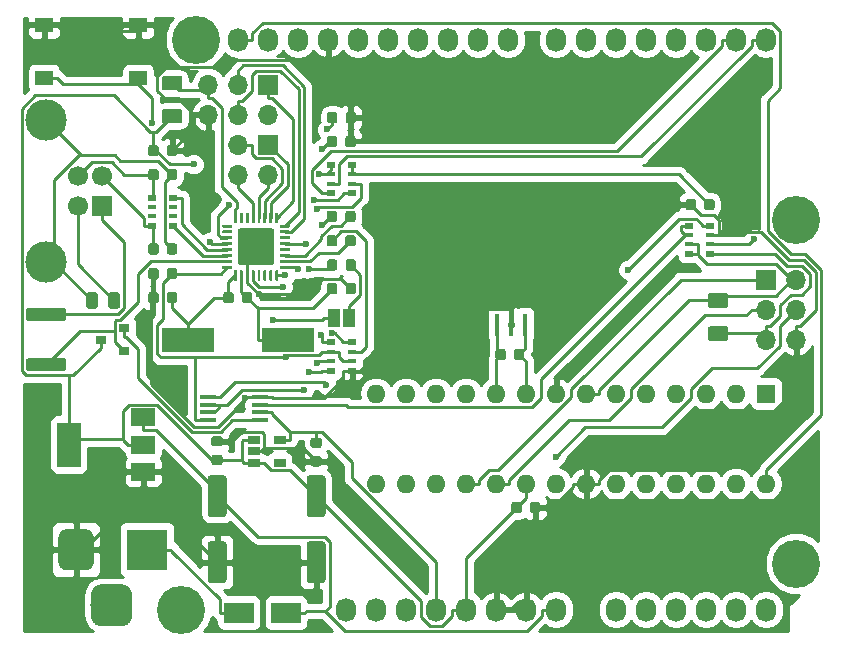
<source format=gbr>
G04 #@! TF.GenerationSoftware,KiCad,Pcbnew,5.0.2-bee76a0~70~ubuntu18.04.1*
G04 #@! TF.CreationDate,2018-12-20T19:54:29+08:00*
G04 #@! TF.ProjectId,arduino-uno,61726475-696e-46f2-9d75-6e6f2e6b6963,rev?*
G04 #@! TF.SameCoordinates,Original*
G04 #@! TF.FileFunction,Copper,L1,Top*
G04 #@! TF.FilePolarity,Positive*
%FSLAX46Y46*%
G04 Gerber Fmt 4.6, Leading zero omitted, Abs format (unit mm)*
G04 Created by KiCad (PCBNEW 5.0.2-bee76a0~70~ubuntu18.04.1) date 2018年12月20日 星期四 19时54分29秒*
%MOMM*%
%LPD*%
G01*
G04 APERTURE LIST*
G04 #@! TA.AperFunction,SMDPad,CuDef*
%ADD10R,1.550000X1.300000*%
G04 #@! TD*
G04 #@! TA.AperFunction,ComponentPad*
%ADD11O,1.727200X2.032000*%
G04 #@! TD*
G04 #@! TA.AperFunction,ComponentPad*
%ADD12C,4.064000*%
G04 #@! TD*
G04 #@! TA.AperFunction,Conductor*
%ADD13C,0.100000*%
G04 #@! TD*
G04 #@! TA.AperFunction,SMDPad,CuDef*
%ADD14C,0.875000*%
G04 #@! TD*
G04 #@! TA.AperFunction,SMDPad,CuDef*
%ADD15R,2.500000X1.800000*%
G04 #@! TD*
G04 #@! TA.AperFunction,SMDPad,CuDef*
%ADD16C,1.250000*%
G04 #@! TD*
G04 #@! TA.AperFunction,SMDPad,CuDef*
%ADD17C,1.125000*%
G04 #@! TD*
G04 #@! TA.AperFunction,SMDPad,CuDef*
%ADD18C,0.975000*%
G04 #@! TD*
G04 #@! TA.AperFunction,ComponentPad*
%ADD19R,3.500000X3.500000*%
G04 #@! TD*
G04 #@! TA.AperFunction,ComponentPad*
%ADD20C,3.000000*%
G04 #@! TD*
G04 #@! TA.AperFunction,ComponentPad*
%ADD21C,3.500000*%
G04 #@! TD*
G04 #@! TA.AperFunction,ComponentPad*
%ADD22R,1.700000X1.700000*%
G04 #@! TD*
G04 #@! TA.AperFunction,ComponentPad*
%ADD23C,1.700000*%
G04 #@! TD*
G04 #@! TA.AperFunction,ComponentPad*
%ADD24O,1.700000X1.700000*%
G04 #@! TD*
G04 #@! TA.AperFunction,SMDPad,CuDef*
%ADD25R,0.900000X0.800000*%
G04 #@! TD*
G04 #@! TA.AperFunction,SMDPad,CuDef*
%ADD26R,0.800000X0.500000*%
G04 #@! TD*
G04 #@! TA.AperFunction,SMDPad,CuDef*
%ADD27R,0.800000X0.400000*%
G04 #@! TD*
G04 #@! TA.AperFunction,SMDPad,CuDef*
%ADD28R,2.000000X3.800000*%
G04 #@! TD*
G04 #@! TA.AperFunction,SMDPad,CuDef*
%ADD29R,2.000000X1.500000*%
G04 #@! TD*
G04 #@! TA.AperFunction,SMDPad,CuDef*
%ADD30R,1.450000X0.450000*%
G04 #@! TD*
G04 #@! TA.AperFunction,SMDPad,CuDef*
%ADD31R,1.060000X0.650000*%
G04 #@! TD*
G04 #@! TA.AperFunction,SMDPad,CuDef*
%ADD32C,3.100000*%
G04 #@! TD*
G04 #@! TA.AperFunction,SMDPad,CuDef*
%ADD33C,0.250000*%
G04 #@! TD*
G04 #@! TA.AperFunction,ComponentPad*
%ADD34R,1.600000X1.600000*%
G04 #@! TD*
G04 #@! TA.AperFunction,ComponentPad*
%ADD35O,1.600000X1.600000*%
G04 #@! TD*
G04 #@! TA.AperFunction,SMDPad,CuDef*
%ADD36R,4.500000X2.000000*%
G04 #@! TD*
G04 #@! TA.AperFunction,SMDPad,CuDef*
%ADD37R,0.400000X1.900000*%
G04 #@! TD*
G04 #@! TA.AperFunction,SMDPad,CuDef*
%ADD38C,1.600000*%
G04 #@! TD*
G04 #@! TA.AperFunction,SMDPad,CuDef*
%ADD39R,1.000000X1.500000*%
G04 #@! TD*
G04 #@! TA.AperFunction,ViaPad*
%ADD40C,0.600000*%
G04 #@! TD*
G04 #@! TA.AperFunction,Conductor*
%ADD41C,0.250000*%
G04 #@! TD*
G04 #@! TA.AperFunction,Conductor*
%ADD42C,0.254000*%
G04 #@! TD*
G04 APERTURE END LIST*
D10*
G04 #@! TO.P,RESET,2*
G04 #@! TO.N,GND*
X113368000Y-74331000D03*
G04 #@! TO.P,RESET,1*
G04 #@! TO.N,/Main/Reset*
X113368000Y-78831000D03*
X121328000Y-78831000D03*
G04 #@! TO.P,RESET,2*
G04 #@! TO.N,GND*
X121328000Y-74331000D03*
G04 #@! TD*
D11*
G04 #@! TO.P,P1,1*
G04 #@! TO.N,Net-(P1-Pad1)*
X138938000Y-123825000D03*
G04 #@! TO.P,P1,2*
G04 #@! TO.N,/Main/IOREF*
X141478000Y-123825000D03*
G04 #@! TO.P,P1,3*
G04 #@! TO.N,/Main/Reset*
X144018000Y-123825000D03*
G04 #@! TO.P,P1,4*
G04 #@! TO.N,+3V3*
X146558000Y-123825000D03*
G04 #@! TO.P,P1,5*
G04 #@! TO.N,+5V*
X149098000Y-123825000D03*
G04 #@! TO.P,P1,6*
G04 #@! TO.N,GND*
X151638000Y-123825000D03*
G04 #@! TO.P,P1,7*
X154178000Y-123825000D03*
G04 #@! TO.P,P1,8*
G04 #@! TO.N,/Main/VIN*
X156718000Y-123825000D03*
G04 #@! TD*
G04 #@! TO.P,P2,1*
G04 #@! TO.N,/Main/A0*
X161798000Y-123825000D03*
G04 #@! TO.P,P2,2*
G04 #@! TO.N,/Main/A1*
X164338000Y-123825000D03*
G04 #@! TO.P,P2,3*
G04 #@! TO.N,/Main/A2*
X166878000Y-123825000D03*
G04 #@! TO.P,P2,4*
G04 #@! TO.N,/Main/A3*
X169418000Y-123825000D03*
G04 #@! TO.P,P2,5*
G04 #@! TO.N,/Main/A4(SDA)*
X171958000Y-123825000D03*
G04 #@! TO.P,P2,6*
G04 #@! TO.N,/Main/A5(SCL)*
X174498000Y-123825000D03*
G04 #@! TD*
G04 #@! TO.P,P3,1*
G04 #@! TO.N,/Main/A5(SCL)*
X129794000Y-75565000D03*
G04 #@! TO.P,P3,2*
G04 #@! TO.N,/Main/A4(SDA)*
X132334000Y-75565000D03*
G04 #@! TO.P,P3,3*
G04 #@! TO.N,/Main/AREF*
X134874000Y-75565000D03*
G04 #@! TO.P,P3,4*
G04 #@! TO.N,GND*
X137414000Y-75565000D03*
G04 #@! TO.P,P3,5*
G04 #@! TO.N,/Main/13(SCK)*
X139954000Y-75565000D03*
G04 #@! TO.P,P3,6*
G04 #@! TO.N,/Main/12(MISO)*
X142494000Y-75565000D03*
G04 #@! TO.P,P3,7*
G04 #@! TO.N,/Main/11(\002A\002A/MOSI)*
X145034000Y-75565000D03*
G04 #@! TO.P,P3,8*
G04 #@! TO.N,/Main/10(\002A\002A/SS)*
X147574000Y-75565000D03*
G04 #@! TO.P,P3,9*
G04 #@! TO.N,/Main/9(\002A\002A)*
X150114000Y-75565000D03*
G04 #@! TO.P,P3,10*
G04 #@! TO.N,/Main/8*
X152654000Y-75565000D03*
G04 #@! TD*
G04 #@! TO.P,P4,1*
G04 #@! TO.N,/Main/7*
X156718000Y-75565000D03*
G04 #@! TO.P,P4,2*
G04 #@! TO.N,/Main/6(\002A\002A)*
X159258000Y-75565000D03*
G04 #@! TO.P,P4,3*
G04 #@! TO.N,/Main/5(\002A\002A)*
X161798000Y-75565000D03*
G04 #@! TO.P,P4,4*
G04 #@! TO.N,/Main/4*
X164338000Y-75565000D03*
G04 #@! TO.P,P4,5*
G04 #@! TO.N,/Main/3(\002A\002A)*
X166878000Y-75565000D03*
G04 #@! TO.P,P4,6*
G04 #@! TO.N,/Main/2*
X169418000Y-75565000D03*
G04 #@! TO.P,P4,7*
G04 #@! TO.N,/Main/1(Tx)*
X171958000Y-75565000D03*
G04 #@! TO.P,P4,8*
G04 #@! TO.N,/Main/0(Rx)*
X174498000Y-75565000D03*
G04 #@! TD*
D12*
G04 #@! TO.P,P5,1*
G04 #@! TO.N,Net-(P5-Pad1)*
X124968000Y-123825000D03*
G04 #@! TD*
G04 #@! TO.P,P6,1*
G04 #@! TO.N,Net-(P6-Pad1)*
X177038000Y-119927000D03*
G04 #@! TD*
G04 #@! TO.P,P7,1*
G04 #@! TO.N,Net-(P7-Pad1)*
X126238000Y-75565000D03*
G04 #@! TD*
G04 #@! TO.P,P8,1*
G04 #@! TO.N,Net-(P8-Pad1)*
X177038000Y-90805000D03*
G04 #@! TD*
D13*
G04 #@! TO.N,GND*
G04 #@! TO.C,C3*
G36*
X155179691Y-114715053D02*
X155200926Y-114718203D01*
X155221750Y-114723419D01*
X155241962Y-114730651D01*
X155261368Y-114739830D01*
X155279781Y-114750866D01*
X155297024Y-114763654D01*
X155312930Y-114778070D01*
X155327346Y-114793976D01*
X155340134Y-114811219D01*
X155351170Y-114829632D01*
X155360349Y-114849038D01*
X155367581Y-114869250D01*
X155372797Y-114890074D01*
X155375947Y-114911309D01*
X155377000Y-114932750D01*
X155377000Y-115445250D01*
X155375947Y-115466691D01*
X155372797Y-115487926D01*
X155367581Y-115508750D01*
X155360349Y-115528962D01*
X155351170Y-115548368D01*
X155340134Y-115566781D01*
X155327346Y-115584024D01*
X155312930Y-115599930D01*
X155297024Y-115614346D01*
X155279781Y-115627134D01*
X155261368Y-115638170D01*
X155241962Y-115647349D01*
X155221750Y-115654581D01*
X155200926Y-115659797D01*
X155179691Y-115662947D01*
X155158250Y-115664000D01*
X154720750Y-115664000D01*
X154699309Y-115662947D01*
X154678074Y-115659797D01*
X154657250Y-115654581D01*
X154637038Y-115647349D01*
X154617632Y-115638170D01*
X154599219Y-115627134D01*
X154581976Y-115614346D01*
X154566070Y-115599930D01*
X154551654Y-115584024D01*
X154538866Y-115566781D01*
X154527830Y-115548368D01*
X154518651Y-115528962D01*
X154511419Y-115508750D01*
X154506203Y-115487926D01*
X154503053Y-115466691D01*
X154502000Y-115445250D01*
X154502000Y-114932750D01*
X154503053Y-114911309D01*
X154506203Y-114890074D01*
X154511419Y-114869250D01*
X154518651Y-114849038D01*
X154527830Y-114829632D01*
X154538866Y-114811219D01*
X154551654Y-114793976D01*
X154566070Y-114778070D01*
X154581976Y-114763654D01*
X154599219Y-114750866D01*
X154617632Y-114739830D01*
X154637038Y-114730651D01*
X154657250Y-114723419D01*
X154678074Y-114718203D01*
X154699309Y-114715053D01*
X154720750Y-114714000D01*
X155158250Y-114714000D01*
X155179691Y-114715053D01*
X155179691Y-114715053D01*
G37*
D14*
G04 #@! TD*
G04 #@! TO.P,C3,2*
G04 #@! TO.N,GND*
X154939500Y-115189000D03*
D13*
G04 #@! TO.N,+5V*
G04 #@! TO.C,C3*
G36*
X153604691Y-114715053D02*
X153625926Y-114718203D01*
X153646750Y-114723419D01*
X153666962Y-114730651D01*
X153686368Y-114739830D01*
X153704781Y-114750866D01*
X153722024Y-114763654D01*
X153737930Y-114778070D01*
X153752346Y-114793976D01*
X153765134Y-114811219D01*
X153776170Y-114829632D01*
X153785349Y-114849038D01*
X153792581Y-114869250D01*
X153797797Y-114890074D01*
X153800947Y-114911309D01*
X153802000Y-114932750D01*
X153802000Y-115445250D01*
X153800947Y-115466691D01*
X153797797Y-115487926D01*
X153792581Y-115508750D01*
X153785349Y-115528962D01*
X153776170Y-115548368D01*
X153765134Y-115566781D01*
X153752346Y-115584024D01*
X153737930Y-115599930D01*
X153722024Y-115614346D01*
X153704781Y-115627134D01*
X153686368Y-115638170D01*
X153666962Y-115647349D01*
X153646750Y-115654581D01*
X153625926Y-115659797D01*
X153604691Y-115662947D01*
X153583250Y-115664000D01*
X153145750Y-115664000D01*
X153124309Y-115662947D01*
X153103074Y-115659797D01*
X153082250Y-115654581D01*
X153062038Y-115647349D01*
X153042632Y-115638170D01*
X153024219Y-115627134D01*
X153006976Y-115614346D01*
X152991070Y-115599930D01*
X152976654Y-115584024D01*
X152963866Y-115566781D01*
X152952830Y-115548368D01*
X152943651Y-115528962D01*
X152936419Y-115508750D01*
X152931203Y-115487926D01*
X152928053Y-115466691D01*
X152927000Y-115445250D01*
X152927000Y-114932750D01*
X152928053Y-114911309D01*
X152931203Y-114890074D01*
X152936419Y-114869250D01*
X152943651Y-114849038D01*
X152952830Y-114829632D01*
X152963866Y-114811219D01*
X152976654Y-114793976D01*
X152991070Y-114778070D01*
X153006976Y-114763654D01*
X153024219Y-114750866D01*
X153042632Y-114739830D01*
X153062038Y-114730651D01*
X153082250Y-114723419D01*
X153103074Y-114718203D01*
X153124309Y-114715053D01*
X153145750Y-114714000D01*
X153583250Y-114714000D01*
X153604691Y-114715053D01*
X153604691Y-114715053D01*
G37*
D14*
G04 #@! TD*
G04 #@! TO.P,C3,1*
G04 #@! TO.N,+5V*
X153364500Y-115189000D03*
D13*
G04 #@! TO.N,GND*
G04 #@! TO.C,C4*
G36*
X128293691Y-109139053D02*
X128314926Y-109142203D01*
X128335750Y-109147419D01*
X128355962Y-109154651D01*
X128375368Y-109163830D01*
X128393781Y-109174866D01*
X128411024Y-109187654D01*
X128426930Y-109202070D01*
X128441346Y-109217976D01*
X128454134Y-109235219D01*
X128465170Y-109253632D01*
X128474349Y-109273038D01*
X128481581Y-109293250D01*
X128486797Y-109314074D01*
X128489947Y-109335309D01*
X128491000Y-109356750D01*
X128491000Y-109794250D01*
X128489947Y-109815691D01*
X128486797Y-109836926D01*
X128481581Y-109857750D01*
X128474349Y-109877962D01*
X128465170Y-109897368D01*
X128454134Y-109915781D01*
X128441346Y-109933024D01*
X128426930Y-109948930D01*
X128411024Y-109963346D01*
X128393781Y-109976134D01*
X128375368Y-109987170D01*
X128355962Y-109996349D01*
X128335750Y-110003581D01*
X128314926Y-110008797D01*
X128293691Y-110011947D01*
X128272250Y-110013000D01*
X127759750Y-110013000D01*
X127738309Y-110011947D01*
X127717074Y-110008797D01*
X127696250Y-110003581D01*
X127676038Y-109996349D01*
X127656632Y-109987170D01*
X127638219Y-109976134D01*
X127620976Y-109963346D01*
X127605070Y-109948930D01*
X127590654Y-109933024D01*
X127577866Y-109915781D01*
X127566830Y-109897368D01*
X127557651Y-109877962D01*
X127550419Y-109857750D01*
X127545203Y-109836926D01*
X127542053Y-109815691D01*
X127541000Y-109794250D01*
X127541000Y-109356750D01*
X127542053Y-109335309D01*
X127545203Y-109314074D01*
X127550419Y-109293250D01*
X127557651Y-109273038D01*
X127566830Y-109253632D01*
X127577866Y-109235219D01*
X127590654Y-109217976D01*
X127605070Y-109202070D01*
X127620976Y-109187654D01*
X127638219Y-109174866D01*
X127656632Y-109163830D01*
X127676038Y-109154651D01*
X127696250Y-109147419D01*
X127717074Y-109142203D01*
X127738309Y-109139053D01*
X127759750Y-109138000D01*
X128272250Y-109138000D01*
X128293691Y-109139053D01*
X128293691Y-109139053D01*
G37*
D14*
G04 #@! TD*
G04 #@! TO.P,C4,2*
G04 #@! TO.N,GND*
X128016000Y-109575500D03*
D13*
G04 #@! TO.N,+5V*
G04 #@! TO.C,C4*
G36*
X128293691Y-110714053D02*
X128314926Y-110717203D01*
X128335750Y-110722419D01*
X128355962Y-110729651D01*
X128375368Y-110738830D01*
X128393781Y-110749866D01*
X128411024Y-110762654D01*
X128426930Y-110777070D01*
X128441346Y-110792976D01*
X128454134Y-110810219D01*
X128465170Y-110828632D01*
X128474349Y-110848038D01*
X128481581Y-110868250D01*
X128486797Y-110889074D01*
X128489947Y-110910309D01*
X128491000Y-110931750D01*
X128491000Y-111369250D01*
X128489947Y-111390691D01*
X128486797Y-111411926D01*
X128481581Y-111432750D01*
X128474349Y-111452962D01*
X128465170Y-111472368D01*
X128454134Y-111490781D01*
X128441346Y-111508024D01*
X128426930Y-111523930D01*
X128411024Y-111538346D01*
X128393781Y-111551134D01*
X128375368Y-111562170D01*
X128355962Y-111571349D01*
X128335750Y-111578581D01*
X128314926Y-111583797D01*
X128293691Y-111586947D01*
X128272250Y-111588000D01*
X127759750Y-111588000D01*
X127738309Y-111586947D01*
X127717074Y-111583797D01*
X127696250Y-111578581D01*
X127676038Y-111571349D01*
X127656632Y-111562170D01*
X127638219Y-111551134D01*
X127620976Y-111538346D01*
X127605070Y-111523930D01*
X127590654Y-111508024D01*
X127577866Y-111490781D01*
X127566830Y-111472368D01*
X127557651Y-111452962D01*
X127550419Y-111432750D01*
X127545203Y-111411926D01*
X127542053Y-111390691D01*
X127541000Y-111369250D01*
X127541000Y-110931750D01*
X127542053Y-110910309D01*
X127545203Y-110889074D01*
X127550419Y-110868250D01*
X127557651Y-110848038D01*
X127566830Y-110828632D01*
X127577866Y-110810219D01*
X127590654Y-110792976D01*
X127605070Y-110777070D01*
X127620976Y-110762654D01*
X127638219Y-110749866D01*
X127656632Y-110738830D01*
X127676038Y-110729651D01*
X127696250Y-110722419D01*
X127717074Y-110717203D01*
X127738309Y-110714053D01*
X127759750Y-110713000D01*
X128272250Y-110713000D01*
X128293691Y-110714053D01*
X128293691Y-110714053D01*
G37*
D14*
G04 #@! TD*
G04 #@! TO.P,C4,1*
G04 #@! TO.N,+5V*
X128016000Y-111150500D03*
D13*
G04 #@! TO.N,GND*
G04 #@! TO.C,C5*
G36*
X136675691Y-110841053D02*
X136696926Y-110844203D01*
X136717750Y-110849419D01*
X136737962Y-110856651D01*
X136757368Y-110865830D01*
X136775781Y-110876866D01*
X136793024Y-110889654D01*
X136808930Y-110904070D01*
X136823346Y-110919976D01*
X136836134Y-110937219D01*
X136847170Y-110955632D01*
X136856349Y-110975038D01*
X136863581Y-110995250D01*
X136868797Y-111016074D01*
X136871947Y-111037309D01*
X136873000Y-111058750D01*
X136873000Y-111496250D01*
X136871947Y-111517691D01*
X136868797Y-111538926D01*
X136863581Y-111559750D01*
X136856349Y-111579962D01*
X136847170Y-111599368D01*
X136836134Y-111617781D01*
X136823346Y-111635024D01*
X136808930Y-111650930D01*
X136793024Y-111665346D01*
X136775781Y-111678134D01*
X136757368Y-111689170D01*
X136737962Y-111698349D01*
X136717750Y-111705581D01*
X136696926Y-111710797D01*
X136675691Y-111713947D01*
X136654250Y-111715000D01*
X136141750Y-111715000D01*
X136120309Y-111713947D01*
X136099074Y-111710797D01*
X136078250Y-111705581D01*
X136058038Y-111698349D01*
X136038632Y-111689170D01*
X136020219Y-111678134D01*
X136002976Y-111665346D01*
X135987070Y-111650930D01*
X135972654Y-111635024D01*
X135959866Y-111617781D01*
X135948830Y-111599368D01*
X135939651Y-111579962D01*
X135932419Y-111559750D01*
X135927203Y-111538926D01*
X135924053Y-111517691D01*
X135923000Y-111496250D01*
X135923000Y-111058750D01*
X135924053Y-111037309D01*
X135927203Y-111016074D01*
X135932419Y-110995250D01*
X135939651Y-110975038D01*
X135948830Y-110955632D01*
X135959866Y-110937219D01*
X135972654Y-110919976D01*
X135987070Y-110904070D01*
X136002976Y-110889654D01*
X136020219Y-110876866D01*
X136038632Y-110865830D01*
X136058038Y-110856651D01*
X136078250Y-110849419D01*
X136099074Y-110844203D01*
X136120309Y-110841053D01*
X136141750Y-110840000D01*
X136654250Y-110840000D01*
X136675691Y-110841053D01*
X136675691Y-110841053D01*
G37*
D14*
G04 #@! TD*
G04 #@! TO.P,C5,2*
G04 #@! TO.N,GND*
X136398000Y-111277500D03*
D13*
G04 #@! TO.N,+3V3*
G04 #@! TO.C,C5*
G36*
X136675691Y-109266053D02*
X136696926Y-109269203D01*
X136717750Y-109274419D01*
X136737962Y-109281651D01*
X136757368Y-109290830D01*
X136775781Y-109301866D01*
X136793024Y-109314654D01*
X136808930Y-109329070D01*
X136823346Y-109344976D01*
X136836134Y-109362219D01*
X136847170Y-109380632D01*
X136856349Y-109400038D01*
X136863581Y-109420250D01*
X136868797Y-109441074D01*
X136871947Y-109462309D01*
X136873000Y-109483750D01*
X136873000Y-109921250D01*
X136871947Y-109942691D01*
X136868797Y-109963926D01*
X136863581Y-109984750D01*
X136856349Y-110004962D01*
X136847170Y-110024368D01*
X136836134Y-110042781D01*
X136823346Y-110060024D01*
X136808930Y-110075930D01*
X136793024Y-110090346D01*
X136775781Y-110103134D01*
X136757368Y-110114170D01*
X136737962Y-110123349D01*
X136717750Y-110130581D01*
X136696926Y-110135797D01*
X136675691Y-110138947D01*
X136654250Y-110140000D01*
X136141750Y-110140000D01*
X136120309Y-110138947D01*
X136099074Y-110135797D01*
X136078250Y-110130581D01*
X136058038Y-110123349D01*
X136038632Y-110114170D01*
X136020219Y-110103134D01*
X136002976Y-110090346D01*
X135987070Y-110075930D01*
X135972654Y-110060024D01*
X135959866Y-110042781D01*
X135948830Y-110024368D01*
X135939651Y-110004962D01*
X135932419Y-109984750D01*
X135927203Y-109963926D01*
X135924053Y-109942691D01*
X135923000Y-109921250D01*
X135923000Y-109483750D01*
X135924053Y-109462309D01*
X135927203Y-109441074D01*
X135932419Y-109420250D01*
X135939651Y-109400038D01*
X135948830Y-109380632D01*
X135959866Y-109362219D01*
X135972654Y-109344976D01*
X135987070Y-109329070D01*
X136002976Y-109314654D01*
X136020219Y-109301866D01*
X136038632Y-109290830D01*
X136058038Y-109281651D01*
X136078250Y-109274419D01*
X136099074Y-109269203D01*
X136120309Y-109266053D01*
X136141750Y-109265000D01*
X136654250Y-109265000D01*
X136675691Y-109266053D01*
X136675691Y-109266053D01*
G37*
D14*
G04 #@! TD*
G04 #@! TO.P,C5,1*
G04 #@! TO.N,+3V3*
X136398000Y-109702500D03*
D13*
G04 #@! TO.N,GND*
G04 #@! TO.C,C6*
G36*
X122870691Y-96935053D02*
X122891926Y-96938203D01*
X122912750Y-96943419D01*
X122932962Y-96950651D01*
X122952368Y-96959830D01*
X122970781Y-96970866D01*
X122988024Y-96983654D01*
X123003930Y-96998070D01*
X123018346Y-97013976D01*
X123031134Y-97031219D01*
X123042170Y-97049632D01*
X123051349Y-97069038D01*
X123058581Y-97089250D01*
X123063797Y-97110074D01*
X123066947Y-97131309D01*
X123068000Y-97152750D01*
X123068000Y-97665250D01*
X123066947Y-97686691D01*
X123063797Y-97707926D01*
X123058581Y-97728750D01*
X123051349Y-97748962D01*
X123042170Y-97768368D01*
X123031134Y-97786781D01*
X123018346Y-97804024D01*
X123003930Y-97819930D01*
X122988024Y-97834346D01*
X122970781Y-97847134D01*
X122952368Y-97858170D01*
X122932962Y-97867349D01*
X122912750Y-97874581D01*
X122891926Y-97879797D01*
X122870691Y-97882947D01*
X122849250Y-97884000D01*
X122411750Y-97884000D01*
X122390309Y-97882947D01*
X122369074Y-97879797D01*
X122348250Y-97874581D01*
X122328038Y-97867349D01*
X122308632Y-97858170D01*
X122290219Y-97847134D01*
X122272976Y-97834346D01*
X122257070Y-97819930D01*
X122242654Y-97804024D01*
X122229866Y-97786781D01*
X122218830Y-97768368D01*
X122209651Y-97748962D01*
X122202419Y-97728750D01*
X122197203Y-97707926D01*
X122194053Y-97686691D01*
X122193000Y-97665250D01*
X122193000Y-97152750D01*
X122194053Y-97131309D01*
X122197203Y-97110074D01*
X122202419Y-97089250D01*
X122209651Y-97069038D01*
X122218830Y-97049632D01*
X122229866Y-97031219D01*
X122242654Y-97013976D01*
X122257070Y-96998070D01*
X122272976Y-96983654D01*
X122290219Y-96970866D01*
X122308632Y-96959830D01*
X122328038Y-96950651D01*
X122348250Y-96943419D01*
X122369074Y-96938203D01*
X122390309Y-96935053D01*
X122411750Y-96934000D01*
X122849250Y-96934000D01*
X122870691Y-96935053D01*
X122870691Y-96935053D01*
G37*
D14*
G04 #@! TD*
G04 #@! TO.P,C6,2*
G04 #@! TO.N,GND*
X122630500Y-97409000D03*
D13*
G04 #@! TO.N,Net-(C6-Pad1)*
G04 #@! TO.C,C6*
G36*
X124445691Y-96935053D02*
X124466926Y-96938203D01*
X124487750Y-96943419D01*
X124507962Y-96950651D01*
X124527368Y-96959830D01*
X124545781Y-96970866D01*
X124563024Y-96983654D01*
X124578930Y-96998070D01*
X124593346Y-97013976D01*
X124606134Y-97031219D01*
X124617170Y-97049632D01*
X124626349Y-97069038D01*
X124633581Y-97089250D01*
X124638797Y-97110074D01*
X124641947Y-97131309D01*
X124643000Y-97152750D01*
X124643000Y-97665250D01*
X124641947Y-97686691D01*
X124638797Y-97707926D01*
X124633581Y-97728750D01*
X124626349Y-97748962D01*
X124617170Y-97768368D01*
X124606134Y-97786781D01*
X124593346Y-97804024D01*
X124578930Y-97819930D01*
X124563024Y-97834346D01*
X124545781Y-97847134D01*
X124527368Y-97858170D01*
X124507962Y-97867349D01*
X124487750Y-97874581D01*
X124466926Y-97879797D01*
X124445691Y-97882947D01*
X124424250Y-97884000D01*
X123986750Y-97884000D01*
X123965309Y-97882947D01*
X123944074Y-97879797D01*
X123923250Y-97874581D01*
X123903038Y-97867349D01*
X123883632Y-97858170D01*
X123865219Y-97847134D01*
X123847976Y-97834346D01*
X123832070Y-97819930D01*
X123817654Y-97804024D01*
X123804866Y-97786781D01*
X123793830Y-97768368D01*
X123784651Y-97748962D01*
X123777419Y-97728750D01*
X123772203Y-97707926D01*
X123769053Y-97686691D01*
X123768000Y-97665250D01*
X123768000Y-97152750D01*
X123769053Y-97131309D01*
X123772203Y-97110074D01*
X123777419Y-97089250D01*
X123784651Y-97069038D01*
X123793830Y-97049632D01*
X123804866Y-97031219D01*
X123817654Y-97013976D01*
X123832070Y-96998070D01*
X123847976Y-96983654D01*
X123865219Y-96970866D01*
X123883632Y-96959830D01*
X123903038Y-96950651D01*
X123923250Y-96943419D01*
X123944074Y-96938203D01*
X123965309Y-96935053D01*
X123986750Y-96934000D01*
X124424250Y-96934000D01*
X124445691Y-96935053D01*
X124445691Y-96935053D01*
G37*
D14*
G04 #@! TD*
G04 #@! TO.P,C6,1*
G04 #@! TO.N,Net-(C6-Pad1)*
X124205500Y-97409000D03*
D13*
G04 #@! TO.N,Net-(C7-Pad1)*
G04 #@! TO.C,C7*
G36*
X137998691Y-96178053D02*
X138019926Y-96181203D01*
X138040750Y-96186419D01*
X138060962Y-96193651D01*
X138080368Y-96202830D01*
X138098781Y-96213866D01*
X138116024Y-96226654D01*
X138131930Y-96241070D01*
X138146346Y-96256976D01*
X138159134Y-96274219D01*
X138170170Y-96292632D01*
X138179349Y-96312038D01*
X138186581Y-96332250D01*
X138191797Y-96353074D01*
X138194947Y-96374309D01*
X138196000Y-96395750D01*
X138196000Y-96908250D01*
X138194947Y-96929691D01*
X138191797Y-96950926D01*
X138186581Y-96971750D01*
X138179349Y-96991962D01*
X138170170Y-97011368D01*
X138159134Y-97029781D01*
X138146346Y-97047024D01*
X138131930Y-97062930D01*
X138116024Y-97077346D01*
X138098781Y-97090134D01*
X138080368Y-97101170D01*
X138060962Y-97110349D01*
X138040750Y-97117581D01*
X138019926Y-97122797D01*
X137998691Y-97125947D01*
X137977250Y-97127000D01*
X137539750Y-97127000D01*
X137518309Y-97125947D01*
X137497074Y-97122797D01*
X137476250Y-97117581D01*
X137456038Y-97110349D01*
X137436632Y-97101170D01*
X137418219Y-97090134D01*
X137400976Y-97077346D01*
X137385070Y-97062930D01*
X137370654Y-97047024D01*
X137357866Y-97029781D01*
X137346830Y-97011368D01*
X137337651Y-96991962D01*
X137330419Y-96971750D01*
X137325203Y-96950926D01*
X137322053Y-96929691D01*
X137321000Y-96908250D01*
X137321000Y-96395750D01*
X137322053Y-96374309D01*
X137325203Y-96353074D01*
X137330419Y-96332250D01*
X137337651Y-96312038D01*
X137346830Y-96292632D01*
X137357866Y-96274219D01*
X137370654Y-96256976D01*
X137385070Y-96241070D01*
X137400976Y-96226654D01*
X137418219Y-96213866D01*
X137436632Y-96202830D01*
X137456038Y-96193651D01*
X137476250Y-96186419D01*
X137497074Y-96181203D01*
X137518309Y-96178053D01*
X137539750Y-96177000D01*
X137977250Y-96177000D01*
X137998691Y-96178053D01*
X137998691Y-96178053D01*
G37*
D14*
G04 #@! TD*
G04 #@! TO.P,C7,1*
G04 #@! TO.N,Net-(C7-Pad1)*
X137758500Y-96652000D03*
D13*
G04 #@! TO.N,GND*
G04 #@! TO.C,C7*
G36*
X139573691Y-96178053D02*
X139594926Y-96181203D01*
X139615750Y-96186419D01*
X139635962Y-96193651D01*
X139655368Y-96202830D01*
X139673781Y-96213866D01*
X139691024Y-96226654D01*
X139706930Y-96241070D01*
X139721346Y-96256976D01*
X139734134Y-96274219D01*
X139745170Y-96292632D01*
X139754349Y-96312038D01*
X139761581Y-96332250D01*
X139766797Y-96353074D01*
X139769947Y-96374309D01*
X139771000Y-96395750D01*
X139771000Y-96908250D01*
X139769947Y-96929691D01*
X139766797Y-96950926D01*
X139761581Y-96971750D01*
X139754349Y-96991962D01*
X139745170Y-97011368D01*
X139734134Y-97029781D01*
X139721346Y-97047024D01*
X139706930Y-97062930D01*
X139691024Y-97077346D01*
X139673781Y-97090134D01*
X139655368Y-97101170D01*
X139635962Y-97110349D01*
X139615750Y-97117581D01*
X139594926Y-97122797D01*
X139573691Y-97125947D01*
X139552250Y-97127000D01*
X139114750Y-97127000D01*
X139093309Y-97125947D01*
X139072074Y-97122797D01*
X139051250Y-97117581D01*
X139031038Y-97110349D01*
X139011632Y-97101170D01*
X138993219Y-97090134D01*
X138975976Y-97077346D01*
X138960070Y-97062930D01*
X138945654Y-97047024D01*
X138932866Y-97029781D01*
X138921830Y-97011368D01*
X138912651Y-96991962D01*
X138905419Y-96971750D01*
X138900203Y-96950926D01*
X138897053Y-96929691D01*
X138896000Y-96908250D01*
X138896000Y-96395750D01*
X138897053Y-96374309D01*
X138900203Y-96353074D01*
X138905419Y-96332250D01*
X138912651Y-96312038D01*
X138921830Y-96292632D01*
X138932866Y-96274219D01*
X138945654Y-96256976D01*
X138960070Y-96241070D01*
X138975976Y-96226654D01*
X138993219Y-96213866D01*
X139011632Y-96202830D01*
X139031038Y-96193651D01*
X139051250Y-96186419D01*
X139072074Y-96181203D01*
X139093309Y-96178053D01*
X139114750Y-96177000D01*
X139552250Y-96177000D01*
X139573691Y-96178053D01*
X139573691Y-96178053D01*
G37*
D14*
G04 #@! TD*
G04 #@! TO.P,C7,2*
G04 #@! TO.N,GND*
X139333500Y-96652000D03*
D13*
G04 #@! TO.N,+5V*
G04 #@! TO.C,C8*
G36*
X124445691Y-94903053D02*
X124466926Y-94906203D01*
X124487750Y-94911419D01*
X124507962Y-94918651D01*
X124527368Y-94927830D01*
X124545781Y-94938866D01*
X124563024Y-94951654D01*
X124578930Y-94966070D01*
X124593346Y-94981976D01*
X124606134Y-94999219D01*
X124617170Y-95017632D01*
X124626349Y-95037038D01*
X124633581Y-95057250D01*
X124638797Y-95078074D01*
X124641947Y-95099309D01*
X124643000Y-95120750D01*
X124643000Y-95633250D01*
X124641947Y-95654691D01*
X124638797Y-95675926D01*
X124633581Y-95696750D01*
X124626349Y-95716962D01*
X124617170Y-95736368D01*
X124606134Y-95754781D01*
X124593346Y-95772024D01*
X124578930Y-95787930D01*
X124563024Y-95802346D01*
X124545781Y-95815134D01*
X124527368Y-95826170D01*
X124507962Y-95835349D01*
X124487750Y-95842581D01*
X124466926Y-95847797D01*
X124445691Y-95850947D01*
X124424250Y-95852000D01*
X123986750Y-95852000D01*
X123965309Y-95850947D01*
X123944074Y-95847797D01*
X123923250Y-95842581D01*
X123903038Y-95835349D01*
X123883632Y-95826170D01*
X123865219Y-95815134D01*
X123847976Y-95802346D01*
X123832070Y-95787930D01*
X123817654Y-95772024D01*
X123804866Y-95754781D01*
X123793830Y-95736368D01*
X123784651Y-95716962D01*
X123777419Y-95696750D01*
X123772203Y-95675926D01*
X123769053Y-95654691D01*
X123768000Y-95633250D01*
X123768000Y-95120750D01*
X123769053Y-95099309D01*
X123772203Y-95078074D01*
X123777419Y-95057250D01*
X123784651Y-95037038D01*
X123793830Y-95017632D01*
X123804866Y-94999219D01*
X123817654Y-94981976D01*
X123832070Y-94966070D01*
X123847976Y-94951654D01*
X123865219Y-94938866D01*
X123883632Y-94927830D01*
X123903038Y-94918651D01*
X123923250Y-94911419D01*
X123944074Y-94906203D01*
X123965309Y-94903053D01*
X123986750Y-94902000D01*
X124424250Y-94902000D01*
X124445691Y-94903053D01*
X124445691Y-94903053D01*
G37*
D14*
G04 #@! TD*
G04 #@! TO.P,C8,1*
G04 #@! TO.N,+5V*
X124205500Y-95377000D03*
D13*
G04 #@! TO.N,GND*
G04 #@! TO.C,C8*
G36*
X122870691Y-94903053D02*
X122891926Y-94906203D01*
X122912750Y-94911419D01*
X122932962Y-94918651D01*
X122952368Y-94927830D01*
X122970781Y-94938866D01*
X122988024Y-94951654D01*
X123003930Y-94966070D01*
X123018346Y-94981976D01*
X123031134Y-94999219D01*
X123042170Y-95017632D01*
X123051349Y-95037038D01*
X123058581Y-95057250D01*
X123063797Y-95078074D01*
X123066947Y-95099309D01*
X123068000Y-95120750D01*
X123068000Y-95633250D01*
X123066947Y-95654691D01*
X123063797Y-95675926D01*
X123058581Y-95696750D01*
X123051349Y-95716962D01*
X123042170Y-95736368D01*
X123031134Y-95754781D01*
X123018346Y-95772024D01*
X123003930Y-95787930D01*
X122988024Y-95802346D01*
X122970781Y-95815134D01*
X122952368Y-95826170D01*
X122932962Y-95835349D01*
X122912750Y-95842581D01*
X122891926Y-95847797D01*
X122870691Y-95850947D01*
X122849250Y-95852000D01*
X122411750Y-95852000D01*
X122390309Y-95850947D01*
X122369074Y-95847797D01*
X122348250Y-95842581D01*
X122328038Y-95835349D01*
X122308632Y-95826170D01*
X122290219Y-95815134D01*
X122272976Y-95802346D01*
X122257070Y-95787930D01*
X122242654Y-95772024D01*
X122229866Y-95754781D01*
X122218830Y-95736368D01*
X122209651Y-95716962D01*
X122202419Y-95696750D01*
X122197203Y-95675926D01*
X122194053Y-95654691D01*
X122193000Y-95633250D01*
X122193000Y-95120750D01*
X122194053Y-95099309D01*
X122197203Y-95078074D01*
X122202419Y-95057250D01*
X122209651Y-95037038D01*
X122218830Y-95017632D01*
X122229866Y-94999219D01*
X122242654Y-94981976D01*
X122257070Y-94966070D01*
X122272976Y-94951654D01*
X122290219Y-94938866D01*
X122308632Y-94927830D01*
X122328038Y-94918651D01*
X122348250Y-94911419D01*
X122369074Y-94906203D01*
X122390309Y-94903053D01*
X122411750Y-94902000D01*
X122849250Y-94902000D01*
X122870691Y-94903053D01*
X122870691Y-94903053D01*
G37*
D14*
G04 #@! TD*
G04 #@! TO.P,C8,2*
G04 #@! TO.N,GND*
X122630500Y-95377000D03*
D13*
G04 #@! TO.N,Net-(C9-Pad1)*
G04 #@! TO.C,C9*
G36*
X137998691Y-81695053D02*
X138019926Y-81698203D01*
X138040750Y-81703419D01*
X138060962Y-81710651D01*
X138080368Y-81719830D01*
X138098781Y-81730866D01*
X138116024Y-81743654D01*
X138131930Y-81758070D01*
X138146346Y-81773976D01*
X138159134Y-81791219D01*
X138170170Y-81809632D01*
X138179349Y-81829038D01*
X138186581Y-81849250D01*
X138191797Y-81870074D01*
X138194947Y-81891309D01*
X138196000Y-81912750D01*
X138196000Y-82425250D01*
X138194947Y-82446691D01*
X138191797Y-82467926D01*
X138186581Y-82488750D01*
X138179349Y-82508962D01*
X138170170Y-82528368D01*
X138159134Y-82546781D01*
X138146346Y-82564024D01*
X138131930Y-82579930D01*
X138116024Y-82594346D01*
X138098781Y-82607134D01*
X138080368Y-82618170D01*
X138060962Y-82627349D01*
X138040750Y-82634581D01*
X138019926Y-82639797D01*
X137998691Y-82642947D01*
X137977250Y-82644000D01*
X137539750Y-82644000D01*
X137518309Y-82642947D01*
X137497074Y-82639797D01*
X137476250Y-82634581D01*
X137456038Y-82627349D01*
X137436632Y-82618170D01*
X137418219Y-82607134D01*
X137400976Y-82594346D01*
X137385070Y-82579930D01*
X137370654Y-82564024D01*
X137357866Y-82546781D01*
X137346830Y-82528368D01*
X137337651Y-82508962D01*
X137330419Y-82488750D01*
X137325203Y-82467926D01*
X137322053Y-82446691D01*
X137321000Y-82425250D01*
X137321000Y-81912750D01*
X137322053Y-81891309D01*
X137325203Y-81870074D01*
X137330419Y-81849250D01*
X137337651Y-81829038D01*
X137346830Y-81809632D01*
X137357866Y-81791219D01*
X137370654Y-81773976D01*
X137385070Y-81758070D01*
X137400976Y-81743654D01*
X137418219Y-81730866D01*
X137436632Y-81719830D01*
X137456038Y-81710651D01*
X137476250Y-81703419D01*
X137497074Y-81698203D01*
X137518309Y-81695053D01*
X137539750Y-81694000D01*
X137977250Y-81694000D01*
X137998691Y-81695053D01*
X137998691Y-81695053D01*
G37*
D14*
G04 #@! TD*
G04 #@! TO.P,C9,1*
G04 #@! TO.N,Net-(C9-Pad1)*
X137758500Y-82169000D03*
D13*
G04 #@! TO.N,GND*
G04 #@! TO.C,C9*
G36*
X139573691Y-81695053D02*
X139594926Y-81698203D01*
X139615750Y-81703419D01*
X139635962Y-81710651D01*
X139655368Y-81719830D01*
X139673781Y-81730866D01*
X139691024Y-81743654D01*
X139706930Y-81758070D01*
X139721346Y-81773976D01*
X139734134Y-81791219D01*
X139745170Y-81809632D01*
X139754349Y-81829038D01*
X139761581Y-81849250D01*
X139766797Y-81870074D01*
X139769947Y-81891309D01*
X139771000Y-81912750D01*
X139771000Y-82425250D01*
X139769947Y-82446691D01*
X139766797Y-82467926D01*
X139761581Y-82488750D01*
X139754349Y-82508962D01*
X139745170Y-82528368D01*
X139734134Y-82546781D01*
X139721346Y-82564024D01*
X139706930Y-82579930D01*
X139691024Y-82594346D01*
X139673781Y-82607134D01*
X139655368Y-82618170D01*
X139635962Y-82627349D01*
X139615750Y-82634581D01*
X139594926Y-82639797D01*
X139573691Y-82642947D01*
X139552250Y-82644000D01*
X139114750Y-82644000D01*
X139093309Y-82642947D01*
X139072074Y-82639797D01*
X139051250Y-82634581D01*
X139031038Y-82627349D01*
X139011632Y-82618170D01*
X138993219Y-82607134D01*
X138975976Y-82594346D01*
X138960070Y-82579930D01*
X138945654Y-82564024D01*
X138932866Y-82546781D01*
X138921830Y-82528368D01*
X138912651Y-82508962D01*
X138905419Y-82488750D01*
X138900203Y-82467926D01*
X138897053Y-82446691D01*
X138896000Y-82425250D01*
X138896000Y-81912750D01*
X138897053Y-81891309D01*
X138900203Y-81870074D01*
X138905419Y-81849250D01*
X138912651Y-81829038D01*
X138921830Y-81809632D01*
X138932866Y-81791219D01*
X138945654Y-81773976D01*
X138960070Y-81758070D01*
X138975976Y-81743654D01*
X138993219Y-81730866D01*
X139011632Y-81719830D01*
X139031038Y-81710651D01*
X139051250Y-81703419D01*
X139072074Y-81698203D01*
X139093309Y-81695053D01*
X139114750Y-81694000D01*
X139552250Y-81694000D01*
X139573691Y-81695053D01*
X139573691Y-81695053D01*
G37*
D14*
G04 #@! TD*
G04 #@! TO.P,C9,2*
G04 #@! TO.N,GND*
X139333500Y-82169000D03*
D13*
G04 #@! TO.N,Net-(C10-Pad1)*
G04 #@! TO.C,C10*
G36*
X139573691Y-94177553D02*
X139594926Y-94180703D01*
X139615750Y-94185919D01*
X139635962Y-94193151D01*
X139655368Y-94202330D01*
X139673781Y-94213366D01*
X139691024Y-94226154D01*
X139706930Y-94240570D01*
X139721346Y-94256476D01*
X139734134Y-94273719D01*
X139745170Y-94292132D01*
X139754349Y-94311538D01*
X139761581Y-94331750D01*
X139766797Y-94352574D01*
X139769947Y-94373809D01*
X139771000Y-94395250D01*
X139771000Y-94907750D01*
X139769947Y-94929191D01*
X139766797Y-94950426D01*
X139761581Y-94971250D01*
X139754349Y-94991462D01*
X139745170Y-95010868D01*
X139734134Y-95029281D01*
X139721346Y-95046524D01*
X139706930Y-95062430D01*
X139691024Y-95076846D01*
X139673781Y-95089634D01*
X139655368Y-95100670D01*
X139635962Y-95109849D01*
X139615750Y-95117081D01*
X139594926Y-95122297D01*
X139573691Y-95125447D01*
X139552250Y-95126500D01*
X139114750Y-95126500D01*
X139093309Y-95125447D01*
X139072074Y-95122297D01*
X139051250Y-95117081D01*
X139031038Y-95109849D01*
X139011632Y-95100670D01*
X138993219Y-95089634D01*
X138975976Y-95076846D01*
X138960070Y-95062430D01*
X138945654Y-95046524D01*
X138932866Y-95029281D01*
X138921830Y-95010868D01*
X138912651Y-94991462D01*
X138905419Y-94971250D01*
X138900203Y-94950426D01*
X138897053Y-94929191D01*
X138896000Y-94907750D01*
X138896000Y-94395250D01*
X138897053Y-94373809D01*
X138900203Y-94352574D01*
X138905419Y-94331750D01*
X138912651Y-94311538D01*
X138921830Y-94292132D01*
X138932866Y-94273719D01*
X138945654Y-94256476D01*
X138960070Y-94240570D01*
X138975976Y-94226154D01*
X138993219Y-94213366D01*
X139011632Y-94202330D01*
X139031038Y-94193151D01*
X139051250Y-94185919D01*
X139072074Y-94180703D01*
X139093309Y-94177553D01*
X139114750Y-94176500D01*
X139552250Y-94176500D01*
X139573691Y-94177553D01*
X139573691Y-94177553D01*
G37*
D14*
G04 #@! TD*
G04 #@! TO.P,C10,1*
G04 #@! TO.N,Net-(C10-Pad1)*
X139333500Y-94651500D03*
D13*
G04 #@! TO.N,/Main/DTR*
G04 #@! TO.C,C10*
G36*
X137998691Y-94177553D02*
X138019926Y-94180703D01*
X138040750Y-94185919D01*
X138060962Y-94193151D01*
X138080368Y-94202330D01*
X138098781Y-94213366D01*
X138116024Y-94226154D01*
X138131930Y-94240570D01*
X138146346Y-94256476D01*
X138159134Y-94273719D01*
X138170170Y-94292132D01*
X138179349Y-94311538D01*
X138186581Y-94331750D01*
X138191797Y-94352574D01*
X138194947Y-94373809D01*
X138196000Y-94395250D01*
X138196000Y-94907750D01*
X138194947Y-94929191D01*
X138191797Y-94950426D01*
X138186581Y-94971250D01*
X138179349Y-94991462D01*
X138170170Y-95010868D01*
X138159134Y-95029281D01*
X138146346Y-95046524D01*
X138131930Y-95062430D01*
X138116024Y-95076846D01*
X138098781Y-95089634D01*
X138080368Y-95100670D01*
X138060962Y-95109849D01*
X138040750Y-95117081D01*
X138019926Y-95122297D01*
X137998691Y-95125447D01*
X137977250Y-95126500D01*
X137539750Y-95126500D01*
X137518309Y-95125447D01*
X137497074Y-95122297D01*
X137476250Y-95117081D01*
X137456038Y-95109849D01*
X137436632Y-95100670D01*
X137418219Y-95089634D01*
X137400976Y-95076846D01*
X137385070Y-95062430D01*
X137370654Y-95046524D01*
X137357866Y-95029281D01*
X137346830Y-95010868D01*
X137337651Y-94991462D01*
X137330419Y-94971250D01*
X137325203Y-94950426D01*
X137322053Y-94929191D01*
X137321000Y-94907750D01*
X137321000Y-94395250D01*
X137322053Y-94373809D01*
X137325203Y-94352574D01*
X137330419Y-94331750D01*
X137337651Y-94311538D01*
X137346830Y-94292132D01*
X137357866Y-94273719D01*
X137370654Y-94256476D01*
X137385070Y-94240570D01*
X137400976Y-94226154D01*
X137418219Y-94213366D01*
X137436632Y-94202330D01*
X137456038Y-94193151D01*
X137476250Y-94185919D01*
X137497074Y-94180703D01*
X137518309Y-94177553D01*
X137539750Y-94176500D01*
X137977250Y-94176500D01*
X137998691Y-94177553D01*
X137998691Y-94177553D01*
G37*
D14*
G04 #@! TD*
G04 #@! TO.P,C10,2*
G04 #@! TO.N,/Main/DTR*
X137758500Y-94651500D03*
D13*
G04 #@! TO.N,GND*
G04 #@! TO.C,C11*
G36*
X124445691Y-84489053D02*
X124466926Y-84492203D01*
X124487750Y-84497419D01*
X124507962Y-84504651D01*
X124527368Y-84513830D01*
X124545781Y-84524866D01*
X124563024Y-84537654D01*
X124578930Y-84552070D01*
X124593346Y-84567976D01*
X124606134Y-84585219D01*
X124617170Y-84603632D01*
X124626349Y-84623038D01*
X124633581Y-84643250D01*
X124638797Y-84664074D01*
X124641947Y-84685309D01*
X124643000Y-84706750D01*
X124643000Y-85219250D01*
X124641947Y-85240691D01*
X124638797Y-85261926D01*
X124633581Y-85282750D01*
X124626349Y-85302962D01*
X124617170Y-85322368D01*
X124606134Y-85340781D01*
X124593346Y-85358024D01*
X124578930Y-85373930D01*
X124563024Y-85388346D01*
X124545781Y-85401134D01*
X124527368Y-85412170D01*
X124507962Y-85421349D01*
X124487750Y-85428581D01*
X124466926Y-85433797D01*
X124445691Y-85436947D01*
X124424250Y-85438000D01*
X123986750Y-85438000D01*
X123965309Y-85436947D01*
X123944074Y-85433797D01*
X123923250Y-85428581D01*
X123903038Y-85421349D01*
X123883632Y-85412170D01*
X123865219Y-85401134D01*
X123847976Y-85388346D01*
X123832070Y-85373930D01*
X123817654Y-85358024D01*
X123804866Y-85340781D01*
X123793830Y-85322368D01*
X123784651Y-85302962D01*
X123777419Y-85282750D01*
X123772203Y-85261926D01*
X123769053Y-85240691D01*
X123768000Y-85219250D01*
X123768000Y-84706750D01*
X123769053Y-84685309D01*
X123772203Y-84664074D01*
X123777419Y-84643250D01*
X123784651Y-84623038D01*
X123793830Y-84603632D01*
X123804866Y-84585219D01*
X123817654Y-84567976D01*
X123832070Y-84552070D01*
X123847976Y-84537654D01*
X123865219Y-84524866D01*
X123883632Y-84513830D01*
X123903038Y-84504651D01*
X123923250Y-84497419D01*
X123944074Y-84492203D01*
X123965309Y-84489053D01*
X123986750Y-84488000D01*
X124424250Y-84488000D01*
X124445691Y-84489053D01*
X124445691Y-84489053D01*
G37*
D14*
G04 #@! TD*
G04 #@! TO.P,C11,2*
G04 #@! TO.N,GND*
X124205500Y-84963000D03*
D13*
G04 #@! TO.N,+5V*
G04 #@! TO.C,C11*
G36*
X122870691Y-84489053D02*
X122891926Y-84492203D01*
X122912750Y-84497419D01*
X122932962Y-84504651D01*
X122952368Y-84513830D01*
X122970781Y-84524866D01*
X122988024Y-84537654D01*
X123003930Y-84552070D01*
X123018346Y-84567976D01*
X123031134Y-84585219D01*
X123042170Y-84603632D01*
X123051349Y-84623038D01*
X123058581Y-84643250D01*
X123063797Y-84664074D01*
X123066947Y-84685309D01*
X123068000Y-84706750D01*
X123068000Y-85219250D01*
X123066947Y-85240691D01*
X123063797Y-85261926D01*
X123058581Y-85282750D01*
X123051349Y-85302962D01*
X123042170Y-85322368D01*
X123031134Y-85340781D01*
X123018346Y-85358024D01*
X123003930Y-85373930D01*
X122988024Y-85388346D01*
X122970781Y-85401134D01*
X122952368Y-85412170D01*
X122932962Y-85421349D01*
X122912750Y-85428581D01*
X122891926Y-85433797D01*
X122870691Y-85436947D01*
X122849250Y-85438000D01*
X122411750Y-85438000D01*
X122390309Y-85436947D01*
X122369074Y-85433797D01*
X122348250Y-85428581D01*
X122328038Y-85421349D01*
X122308632Y-85412170D01*
X122290219Y-85401134D01*
X122272976Y-85388346D01*
X122257070Y-85373930D01*
X122242654Y-85358024D01*
X122229866Y-85340781D01*
X122218830Y-85322368D01*
X122209651Y-85302962D01*
X122202419Y-85282750D01*
X122197203Y-85261926D01*
X122194053Y-85240691D01*
X122193000Y-85219250D01*
X122193000Y-84706750D01*
X122194053Y-84685309D01*
X122197203Y-84664074D01*
X122202419Y-84643250D01*
X122209651Y-84623038D01*
X122218830Y-84603632D01*
X122229866Y-84585219D01*
X122242654Y-84567976D01*
X122257070Y-84552070D01*
X122272976Y-84537654D01*
X122290219Y-84524866D01*
X122308632Y-84513830D01*
X122328038Y-84504651D01*
X122348250Y-84497419D01*
X122369074Y-84492203D01*
X122390309Y-84489053D01*
X122411750Y-84488000D01*
X122849250Y-84488000D01*
X122870691Y-84489053D01*
X122870691Y-84489053D01*
G37*
D14*
G04 #@! TD*
G04 #@! TO.P,C11,1*
G04 #@! TO.N,+5V*
X122630500Y-84963000D03*
D15*
G04 #@! TO.P,D1,1*
G04 #@! TO.N,/Main/VIN*
X133858000Y-124079000D03*
G04 #@! TO.P,D1,2*
G04 #@! TO.N,Net-(D1-Pad2)*
X129858000Y-124079000D03*
G04 #@! TD*
D13*
G04 #@! TO.N,Net-(D2-Pad2)*
G04 #@! TO.C,ON*
G36*
X169937691Y-89061053D02*
X169958926Y-89064203D01*
X169979750Y-89069419D01*
X169999962Y-89076651D01*
X170019368Y-89085830D01*
X170037781Y-89096866D01*
X170055024Y-89109654D01*
X170070930Y-89124070D01*
X170085346Y-89139976D01*
X170098134Y-89157219D01*
X170109170Y-89175632D01*
X170118349Y-89195038D01*
X170125581Y-89215250D01*
X170130797Y-89236074D01*
X170133947Y-89257309D01*
X170135000Y-89278750D01*
X170135000Y-89791250D01*
X170133947Y-89812691D01*
X170130797Y-89833926D01*
X170125581Y-89854750D01*
X170118349Y-89874962D01*
X170109170Y-89894368D01*
X170098134Y-89912781D01*
X170085346Y-89930024D01*
X170070930Y-89945930D01*
X170055024Y-89960346D01*
X170037781Y-89973134D01*
X170019368Y-89984170D01*
X169999962Y-89993349D01*
X169979750Y-90000581D01*
X169958926Y-90005797D01*
X169937691Y-90008947D01*
X169916250Y-90010000D01*
X169478750Y-90010000D01*
X169457309Y-90008947D01*
X169436074Y-90005797D01*
X169415250Y-90000581D01*
X169395038Y-89993349D01*
X169375632Y-89984170D01*
X169357219Y-89973134D01*
X169339976Y-89960346D01*
X169324070Y-89945930D01*
X169309654Y-89930024D01*
X169296866Y-89912781D01*
X169285830Y-89894368D01*
X169276651Y-89874962D01*
X169269419Y-89854750D01*
X169264203Y-89833926D01*
X169261053Y-89812691D01*
X169260000Y-89791250D01*
X169260000Y-89278750D01*
X169261053Y-89257309D01*
X169264203Y-89236074D01*
X169269419Y-89215250D01*
X169276651Y-89195038D01*
X169285830Y-89175632D01*
X169296866Y-89157219D01*
X169309654Y-89139976D01*
X169324070Y-89124070D01*
X169339976Y-89109654D01*
X169357219Y-89096866D01*
X169375632Y-89085830D01*
X169395038Y-89076651D01*
X169415250Y-89069419D01*
X169436074Y-89064203D01*
X169457309Y-89061053D01*
X169478750Y-89060000D01*
X169916250Y-89060000D01*
X169937691Y-89061053D01*
X169937691Y-89061053D01*
G37*
D14*
G04 #@! TD*
G04 #@! TO.P,ON,2*
G04 #@! TO.N,Net-(D2-Pad2)*
X169697500Y-89535000D03*
D13*
G04 #@! TO.N,GND*
G04 #@! TO.C,ON*
G36*
X168362691Y-89061053D02*
X168383926Y-89064203D01*
X168404750Y-89069419D01*
X168424962Y-89076651D01*
X168444368Y-89085830D01*
X168462781Y-89096866D01*
X168480024Y-89109654D01*
X168495930Y-89124070D01*
X168510346Y-89139976D01*
X168523134Y-89157219D01*
X168534170Y-89175632D01*
X168543349Y-89195038D01*
X168550581Y-89215250D01*
X168555797Y-89236074D01*
X168558947Y-89257309D01*
X168560000Y-89278750D01*
X168560000Y-89791250D01*
X168558947Y-89812691D01*
X168555797Y-89833926D01*
X168550581Y-89854750D01*
X168543349Y-89874962D01*
X168534170Y-89894368D01*
X168523134Y-89912781D01*
X168510346Y-89930024D01*
X168495930Y-89945930D01*
X168480024Y-89960346D01*
X168462781Y-89973134D01*
X168444368Y-89984170D01*
X168424962Y-89993349D01*
X168404750Y-90000581D01*
X168383926Y-90005797D01*
X168362691Y-90008947D01*
X168341250Y-90010000D01*
X167903750Y-90010000D01*
X167882309Y-90008947D01*
X167861074Y-90005797D01*
X167840250Y-90000581D01*
X167820038Y-89993349D01*
X167800632Y-89984170D01*
X167782219Y-89973134D01*
X167764976Y-89960346D01*
X167749070Y-89945930D01*
X167734654Y-89930024D01*
X167721866Y-89912781D01*
X167710830Y-89894368D01*
X167701651Y-89874962D01*
X167694419Y-89854750D01*
X167689203Y-89833926D01*
X167686053Y-89812691D01*
X167685000Y-89791250D01*
X167685000Y-89278750D01*
X167686053Y-89257309D01*
X167689203Y-89236074D01*
X167694419Y-89215250D01*
X167701651Y-89195038D01*
X167710830Y-89175632D01*
X167721866Y-89157219D01*
X167734654Y-89139976D01*
X167749070Y-89124070D01*
X167764976Y-89109654D01*
X167782219Y-89096866D01*
X167800632Y-89085830D01*
X167820038Y-89076651D01*
X167840250Y-89069419D01*
X167861074Y-89064203D01*
X167882309Y-89061053D01*
X167903750Y-89060000D01*
X168341250Y-89060000D01*
X168362691Y-89061053D01*
X168362691Y-89061053D01*
G37*
D14*
G04 #@! TD*
G04 #@! TO.P,ON,1*
G04 #@! TO.N,GND*
X168122500Y-89535000D03*
D13*
G04 #@! TO.N,Net-(D3-Pad2)*
G04 #@! TO.C,D3*
G36*
X124855504Y-78621204D02*
X124879773Y-78624804D01*
X124903571Y-78630765D01*
X124926671Y-78639030D01*
X124948849Y-78649520D01*
X124969893Y-78662133D01*
X124989598Y-78676747D01*
X125007777Y-78693223D01*
X125024253Y-78711402D01*
X125038867Y-78731107D01*
X125051480Y-78752151D01*
X125061970Y-78774329D01*
X125070235Y-78797429D01*
X125076196Y-78821227D01*
X125079796Y-78845496D01*
X125081000Y-78870000D01*
X125081000Y-79620000D01*
X125079796Y-79644504D01*
X125076196Y-79668773D01*
X125070235Y-79692571D01*
X125061970Y-79715671D01*
X125051480Y-79737849D01*
X125038867Y-79758893D01*
X125024253Y-79778598D01*
X125007777Y-79796777D01*
X124989598Y-79813253D01*
X124969893Y-79827867D01*
X124948849Y-79840480D01*
X124926671Y-79850970D01*
X124903571Y-79859235D01*
X124879773Y-79865196D01*
X124855504Y-79868796D01*
X124831000Y-79870000D01*
X123581000Y-79870000D01*
X123556496Y-79868796D01*
X123532227Y-79865196D01*
X123508429Y-79859235D01*
X123485329Y-79850970D01*
X123463151Y-79840480D01*
X123442107Y-79827867D01*
X123422402Y-79813253D01*
X123404223Y-79796777D01*
X123387747Y-79778598D01*
X123373133Y-79758893D01*
X123360520Y-79737849D01*
X123350030Y-79715671D01*
X123341765Y-79692571D01*
X123335804Y-79668773D01*
X123332204Y-79644504D01*
X123331000Y-79620000D01*
X123331000Y-78870000D01*
X123332204Y-78845496D01*
X123335804Y-78821227D01*
X123341765Y-78797429D01*
X123350030Y-78774329D01*
X123360520Y-78752151D01*
X123373133Y-78731107D01*
X123387747Y-78711402D01*
X123404223Y-78693223D01*
X123422402Y-78676747D01*
X123442107Y-78662133D01*
X123463151Y-78649520D01*
X123485329Y-78639030D01*
X123508429Y-78630765D01*
X123532227Y-78624804D01*
X123556496Y-78621204D01*
X123581000Y-78620000D01*
X124831000Y-78620000D01*
X124855504Y-78621204D01*
X124855504Y-78621204D01*
G37*
D16*
G04 #@! TD*
G04 #@! TO.P,D3,2*
G04 #@! TO.N,Net-(D3-Pad2)*
X124206000Y-79245000D03*
D13*
G04 #@! TO.N,+5V*
G04 #@! TO.C,D3*
G36*
X124855504Y-81421204D02*
X124879773Y-81424804D01*
X124903571Y-81430765D01*
X124926671Y-81439030D01*
X124948849Y-81449520D01*
X124969893Y-81462133D01*
X124989598Y-81476747D01*
X125007777Y-81493223D01*
X125024253Y-81511402D01*
X125038867Y-81531107D01*
X125051480Y-81552151D01*
X125061970Y-81574329D01*
X125070235Y-81597429D01*
X125076196Y-81621227D01*
X125079796Y-81645496D01*
X125081000Y-81670000D01*
X125081000Y-82420000D01*
X125079796Y-82444504D01*
X125076196Y-82468773D01*
X125070235Y-82492571D01*
X125061970Y-82515671D01*
X125051480Y-82537849D01*
X125038867Y-82558893D01*
X125024253Y-82578598D01*
X125007777Y-82596777D01*
X124989598Y-82613253D01*
X124969893Y-82627867D01*
X124948849Y-82640480D01*
X124926671Y-82650970D01*
X124903571Y-82659235D01*
X124879773Y-82665196D01*
X124855504Y-82668796D01*
X124831000Y-82670000D01*
X123581000Y-82670000D01*
X123556496Y-82668796D01*
X123532227Y-82665196D01*
X123508429Y-82659235D01*
X123485329Y-82650970D01*
X123463151Y-82640480D01*
X123442107Y-82627867D01*
X123422402Y-82613253D01*
X123404223Y-82596777D01*
X123387747Y-82578598D01*
X123373133Y-82558893D01*
X123360520Y-82537849D01*
X123350030Y-82515671D01*
X123341765Y-82492571D01*
X123335804Y-82468773D01*
X123332204Y-82444504D01*
X123331000Y-82420000D01*
X123331000Y-81670000D01*
X123332204Y-81645496D01*
X123335804Y-81621227D01*
X123341765Y-81597429D01*
X123350030Y-81574329D01*
X123360520Y-81552151D01*
X123373133Y-81531107D01*
X123387747Y-81511402D01*
X123404223Y-81493223D01*
X123422402Y-81476747D01*
X123442107Y-81462133D01*
X123463151Y-81449520D01*
X123485329Y-81439030D01*
X123508429Y-81430765D01*
X123532227Y-81424804D01*
X123556496Y-81421204D01*
X123581000Y-81420000D01*
X124831000Y-81420000D01*
X124855504Y-81421204D01*
X124855504Y-81421204D01*
G37*
D16*
G04 #@! TD*
G04 #@! TO.P,D3,1*
G04 #@! TO.N,+5V*
X124206000Y-82045000D03*
D13*
G04 #@! TO.N,Net-(D4-Pad1)*
G04 #@! TO.C,TX*
G36*
X139553691Y-90056553D02*
X139574926Y-90059703D01*
X139595750Y-90064919D01*
X139615962Y-90072151D01*
X139635368Y-90081330D01*
X139653781Y-90092366D01*
X139671024Y-90105154D01*
X139686930Y-90119570D01*
X139701346Y-90135476D01*
X139714134Y-90152719D01*
X139725170Y-90171132D01*
X139734349Y-90190538D01*
X139741581Y-90210750D01*
X139746797Y-90231574D01*
X139749947Y-90252809D01*
X139751000Y-90274250D01*
X139751000Y-90786750D01*
X139749947Y-90808191D01*
X139746797Y-90829426D01*
X139741581Y-90850250D01*
X139734349Y-90870462D01*
X139725170Y-90889868D01*
X139714134Y-90908281D01*
X139701346Y-90925524D01*
X139686930Y-90941430D01*
X139671024Y-90955846D01*
X139653781Y-90968634D01*
X139635368Y-90979670D01*
X139615962Y-90988849D01*
X139595750Y-90996081D01*
X139574926Y-91001297D01*
X139553691Y-91004447D01*
X139532250Y-91005500D01*
X139094750Y-91005500D01*
X139073309Y-91004447D01*
X139052074Y-91001297D01*
X139031250Y-90996081D01*
X139011038Y-90988849D01*
X138991632Y-90979670D01*
X138973219Y-90968634D01*
X138955976Y-90955846D01*
X138940070Y-90941430D01*
X138925654Y-90925524D01*
X138912866Y-90908281D01*
X138901830Y-90889868D01*
X138892651Y-90870462D01*
X138885419Y-90850250D01*
X138880203Y-90829426D01*
X138877053Y-90808191D01*
X138876000Y-90786750D01*
X138876000Y-90274250D01*
X138877053Y-90252809D01*
X138880203Y-90231574D01*
X138885419Y-90210750D01*
X138892651Y-90190538D01*
X138901830Y-90171132D01*
X138912866Y-90152719D01*
X138925654Y-90135476D01*
X138940070Y-90119570D01*
X138955976Y-90105154D01*
X138973219Y-90092366D01*
X138991632Y-90081330D01*
X139011038Y-90072151D01*
X139031250Y-90064919D01*
X139052074Y-90059703D01*
X139073309Y-90056553D01*
X139094750Y-90055500D01*
X139532250Y-90055500D01*
X139553691Y-90056553D01*
X139553691Y-90056553D01*
G37*
D14*
G04 #@! TD*
G04 #@! TO.P,TX,1*
G04 #@! TO.N,Net-(D4-Pad1)*
X139313500Y-90530500D03*
D13*
G04 #@! TO.N,Net-(D4-Pad2)*
G04 #@! TO.C,TX*
G36*
X137978691Y-90056553D02*
X137999926Y-90059703D01*
X138020750Y-90064919D01*
X138040962Y-90072151D01*
X138060368Y-90081330D01*
X138078781Y-90092366D01*
X138096024Y-90105154D01*
X138111930Y-90119570D01*
X138126346Y-90135476D01*
X138139134Y-90152719D01*
X138150170Y-90171132D01*
X138159349Y-90190538D01*
X138166581Y-90210750D01*
X138171797Y-90231574D01*
X138174947Y-90252809D01*
X138176000Y-90274250D01*
X138176000Y-90786750D01*
X138174947Y-90808191D01*
X138171797Y-90829426D01*
X138166581Y-90850250D01*
X138159349Y-90870462D01*
X138150170Y-90889868D01*
X138139134Y-90908281D01*
X138126346Y-90925524D01*
X138111930Y-90941430D01*
X138096024Y-90955846D01*
X138078781Y-90968634D01*
X138060368Y-90979670D01*
X138040962Y-90988849D01*
X138020750Y-90996081D01*
X137999926Y-91001297D01*
X137978691Y-91004447D01*
X137957250Y-91005500D01*
X137519750Y-91005500D01*
X137498309Y-91004447D01*
X137477074Y-91001297D01*
X137456250Y-90996081D01*
X137436038Y-90988849D01*
X137416632Y-90979670D01*
X137398219Y-90968634D01*
X137380976Y-90955846D01*
X137365070Y-90941430D01*
X137350654Y-90925524D01*
X137337866Y-90908281D01*
X137326830Y-90889868D01*
X137317651Y-90870462D01*
X137310419Y-90850250D01*
X137305203Y-90829426D01*
X137302053Y-90808191D01*
X137301000Y-90786750D01*
X137301000Y-90274250D01*
X137302053Y-90252809D01*
X137305203Y-90231574D01*
X137310419Y-90210750D01*
X137317651Y-90190538D01*
X137326830Y-90171132D01*
X137337866Y-90152719D01*
X137350654Y-90135476D01*
X137365070Y-90119570D01*
X137380976Y-90105154D01*
X137398219Y-90092366D01*
X137416632Y-90081330D01*
X137436038Y-90072151D01*
X137456250Y-90064919D01*
X137477074Y-90059703D01*
X137498309Y-90056553D01*
X137519750Y-90055500D01*
X137957250Y-90055500D01*
X137978691Y-90056553D01*
X137978691Y-90056553D01*
G37*
D14*
G04 #@! TD*
G04 #@! TO.P,TX,2*
G04 #@! TO.N,Net-(D4-Pad2)*
X137738500Y-90530500D03*
D13*
G04 #@! TO.N,Net-(D5-Pad2)*
G04 #@! TO.C,RX*
G36*
X137978691Y-92137053D02*
X137999926Y-92140203D01*
X138020750Y-92145419D01*
X138040962Y-92152651D01*
X138060368Y-92161830D01*
X138078781Y-92172866D01*
X138096024Y-92185654D01*
X138111930Y-92200070D01*
X138126346Y-92215976D01*
X138139134Y-92233219D01*
X138150170Y-92251632D01*
X138159349Y-92271038D01*
X138166581Y-92291250D01*
X138171797Y-92312074D01*
X138174947Y-92333309D01*
X138176000Y-92354750D01*
X138176000Y-92867250D01*
X138174947Y-92888691D01*
X138171797Y-92909926D01*
X138166581Y-92930750D01*
X138159349Y-92950962D01*
X138150170Y-92970368D01*
X138139134Y-92988781D01*
X138126346Y-93006024D01*
X138111930Y-93021930D01*
X138096024Y-93036346D01*
X138078781Y-93049134D01*
X138060368Y-93060170D01*
X138040962Y-93069349D01*
X138020750Y-93076581D01*
X137999926Y-93081797D01*
X137978691Y-93084947D01*
X137957250Y-93086000D01*
X137519750Y-93086000D01*
X137498309Y-93084947D01*
X137477074Y-93081797D01*
X137456250Y-93076581D01*
X137436038Y-93069349D01*
X137416632Y-93060170D01*
X137398219Y-93049134D01*
X137380976Y-93036346D01*
X137365070Y-93021930D01*
X137350654Y-93006024D01*
X137337866Y-92988781D01*
X137326830Y-92970368D01*
X137317651Y-92950962D01*
X137310419Y-92930750D01*
X137305203Y-92909926D01*
X137302053Y-92888691D01*
X137301000Y-92867250D01*
X137301000Y-92354750D01*
X137302053Y-92333309D01*
X137305203Y-92312074D01*
X137310419Y-92291250D01*
X137317651Y-92271038D01*
X137326830Y-92251632D01*
X137337866Y-92233219D01*
X137350654Y-92215976D01*
X137365070Y-92200070D01*
X137380976Y-92185654D01*
X137398219Y-92172866D01*
X137416632Y-92161830D01*
X137436038Y-92152651D01*
X137456250Y-92145419D01*
X137477074Y-92140203D01*
X137498309Y-92137053D01*
X137519750Y-92136000D01*
X137957250Y-92136000D01*
X137978691Y-92137053D01*
X137978691Y-92137053D01*
G37*
D14*
G04 #@! TD*
G04 #@! TO.P,RX,2*
G04 #@! TO.N,Net-(D5-Pad2)*
X137738500Y-92611000D03*
D13*
G04 #@! TO.N,Net-(D5-Pad1)*
G04 #@! TO.C,RX*
G36*
X139553691Y-92137053D02*
X139574926Y-92140203D01*
X139595750Y-92145419D01*
X139615962Y-92152651D01*
X139635368Y-92161830D01*
X139653781Y-92172866D01*
X139671024Y-92185654D01*
X139686930Y-92200070D01*
X139701346Y-92215976D01*
X139714134Y-92233219D01*
X139725170Y-92251632D01*
X139734349Y-92271038D01*
X139741581Y-92291250D01*
X139746797Y-92312074D01*
X139749947Y-92333309D01*
X139751000Y-92354750D01*
X139751000Y-92867250D01*
X139749947Y-92888691D01*
X139746797Y-92909926D01*
X139741581Y-92930750D01*
X139734349Y-92950962D01*
X139725170Y-92970368D01*
X139714134Y-92988781D01*
X139701346Y-93006024D01*
X139686930Y-93021930D01*
X139671024Y-93036346D01*
X139653781Y-93049134D01*
X139635368Y-93060170D01*
X139615962Y-93069349D01*
X139595750Y-93076581D01*
X139574926Y-93081797D01*
X139553691Y-93084947D01*
X139532250Y-93086000D01*
X139094750Y-93086000D01*
X139073309Y-93084947D01*
X139052074Y-93081797D01*
X139031250Y-93076581D01*
X139011038Y-93069349D01*
X138991632Y-93060170D01*
X138973219Y-93049134D01*
X138955976Y-93036346D01*
X138940070Y-93021930D01*
X138925654Y-93006024D01*
X138912866Y-92988781D01*
X138901830Y-92970368D01*
X138892651Y-92950962D01*
X138885419Y-92930750D01*
X138880203Y-92909926D01*
X138877053Y-92888691D01*
X138876000Y-92867250D01*
X138876000Y-92354750D01*
X138877053Y-92333309D01*
X138880203Y-92312074D01*
X138885419Y-92291250D01*
X138892651Y-92271038D01*
X138901830Y-92251632D01*
X138912866Y-92233219D01*
X138925654Y-92215976D01*
X138940070Y-92200070D01*
X138955976Y-92185654D01*
X138973219Y-92172866D01*
X138991632Y-92161830D01*
X139011038Y-92152651D01*
X139031250Y-92145419D01*
X139052074Y-92140203D01*
X139073309Y-92137053D01*
X139094750Y-92136000D01*
X139532250Y-92136000D01*
X139553691Y-92137053D01*
X139553691Y-92137053D01*
G37*
D14*
G04 #@! TD*
G04 #@! TO.P,RX,1*
G04 #@! TO.N,Net-(D5-Pad1)*
X139313500Y-92611000D03*
D13*
G04 #@! TO.N,+5V*
G04 #@! TO.C,D6*
G36*
X171083504Y-97033204D02*
X171107773Y-97036804D01*
X171131571Y-97042765D01*
X171154671Y-97051030D01*
X171176849Y-97061520D01*
X171197893Y-97074133D01*
X171217598Y-97088747D01*
X171235777Y-97105223D01*
X171252253Y-97123402D01*
X171266867Y-97143107D01*
X171279480Y-97164151D01*
X171289970Y-97186329D01*
X171298235Y-97209429D01*
X171304196Y-97233227D01*
X171307796Y-97257496D01*
X171309000Y-97282000D01*
X171309000Y-98032000D01*
X171307796Y-98056504D01*
X171304196Y-98080773D01*
X171298235Y-98104571D01*
X171289970Y-98127671D01*
X171279480Y-98149849D01*
X171266867Y-98170893D01*
X171252253Y-98190598D01*
X171235777Y-98208777D01*
X171217598Y-98225253D01*
X171197893Y-98239867D01*
X171176849Y-98252480D01*
X171154671Y-98262970D01*
X171131571Y-98271235D01*
X171107773Y-98277196D01*
X171083504Y-98280796D01*
X171059000Y-98282000D01*
X169809000Y-98282000D01*
X169784496Y-98280796D01*
X169760227Y-98277196D01*
X169736429Y-98271235D01*
X169713329Y-98262970D01*
X169691151Y-98252480D01*
X169670107Y-98239867D01*
X169650402Y-98225253D01*
X169632223Y-98208777D01*
X169615747Y-98190598D01*
X169601133Y-98170893D01*
X169588520Y-98149849D01*
X169578030Y-98127671D01*
X169569765Y-98104571D01*
X169563804Y-98080773D01*
X169560204Y-98056504D01*
X169559000Y-98032000D01*
X169559000Y-97282000D01*
X169560204Y-97257496D01*
X169563804Y-97233227D01*
X169569765Y-97209429D01*
X169578030Y-97186329D01*
X169588520Y-97164151D01*
X169601133Y-97143107D01*
X169615747Y-97123402D01*
X169632223Y-97105223D01*
X169650402Y-97088747D01*
X169670107Y-97074133D01*
X169691151Y-97061520D01*
X169713329Y-97051030D01*
X169736429Y-97042765D01*
X169760227Y-97036804D01*
X169784496Y-97033204D01*
X169809000Y-97032000D01*
X171059000Y-97032000D01*
X171083504Y-97033204D01*
X171083504Y-97033204D01*
G37*
D16*
G04 #@! TD*
G04 #@! TO.P,D6,1*
G04 #@! TO.N,+5V*
X170434000Y-97657000D03*
D13*
G04 #@! TO.N,/Main/Reset*
G04 #@! TO.C,D6*
G36*
X171083504Y-99833204D02*
X171107773Y-99836804D01*
X171131571Y-99842765D01*
X171154671Y-99851030D01*
X171176849Y-99861520D01*
X171197893Y-99874133D01*
X171217598Y-99888747D01*
X171235777Y-99905223D01*
X171252253Y-99923402D01*
X171266867Y-99943107D01*
X171279480Y-99964151D01*
X171289970Y-99986329D01*
X171298235Y-100009429D01*
X171304196Y-100033227D01*
X171307796Y-100057496D01*
X171309000Y-100082000D01*
X171309000Y-100832000D01*
X171307796Y-100856504D01*
X171304196Y-100880773D01*
X171298235Y-100904571D01*
X171289970Y-100927671D01*
X171279480Y-100949849D01*
X171266867Y-100970893D01*
X171252253Y-100990598D01*
X171235777Y-101008777D01*
X171217598Y-101025253D01*
X171197893Y-101039867D01*
X171176849Y-101052480D01*
X171154671Y-101062970D01*
X171131571Y-101071235D01*
X171107773Y-101077196D01*
X171083504Y-101080796D01*
X171059000Y-101082000D01*
X169809000Y-101082000D01*
X169784496Y-101080796D01*
X169760227Y-101077196D01*
X169736429Y-101071235D01*
X169713329Y-101062970D01*
X169691151Y-101052480D01*
X169670107Y-101039867D01*
X169650402Y-101025253D01*
X169632223Y-101008777D01*
X169615747Y-100990598D01*
X169601133Y-100970893D01*
X169588520Y-100949849D01*
X169578030Y-100927671D01*
X169569765Y-100904571D01*
X169563804Y-100880773D01*
X169560204Y-100856504D01*
X169559000Y-100832000D01*
X169559000Y-100082000D01*
X169560204Y-100057496D01*
X169563804Y-100033227D01*
X169569765Y-100009429D01*
X169578030Y-99986329D01*
X169588520Y-99964151D01*
X169601133Y-99943107D01*
X169615747Y-99923402D01*
X169632223Y-99905223D01*
X169650402Y-99888747D01*
X169670107Y-99874133D01*
X169691151Y-99861520D01*
X169713329Y-99851030D01*
X169736429Y-99842765D01*
X169760227Y-99836804D01*
X169784496Y-99833204D01*
X169809000Y-99832000D01*
X171059000Y-99832000D01*
X171083504Y-99833204D01*
X171083504Y-99833204D01*
G37*
D16*
G04 #@! TD*
G04 #@! TO.P,D6,2*
G04 #@! TO.N,/Main/Reset*
X170434000Y-100457000D03*
D13*
G04 #@! TO.N,GND*
G04 #@! TO.C,L*
G36*
X139553691Y-83735553D02*
X139574926Y-83738703D01*
X139595750Y-83743919D01*
X139615962Y-83751151D01*
X139635368Y-83760330D01*
X139653781Y-83771366D01*
X139671024Y-83784154D01*
X139686930Y-83798570D01*
X139701346Y-83814476D01*
X139714134Y-83831719D01*
X139725170Y-83850132D01*
X139734349Y-83869538D01*
X139741581Y-83889750D01*
X139746797Y-83910574D01*
X139749947Y-83931809D01*
X139751000Y-83953250D01*
X139751000Y-84465750D01*
X139749947Y-84487191D01*
X139746797Y-84508426D01*
X139741581Y-84529250D01*
X139734349Y-84549462D01*
X139725170Y-84568868D01*
X139714134Y-84587281D01*
X139701346Y-84604524D01*
X139686930Y-84620430D01*
X139671024Y-84634846D01*
X139653781Y-84647634D01*
X139635368Y-84658670D01*
X139615962Y-84667849D01*
X139595750Y-84675081D01*
X139574926Y-84680297D01*
X139553691Y-84683447D01*
X139532250Y-84684500D01*
X139094750Y-84684500D01*
X139073309Y-84683447D01*
X139052074Y-84680297D01*
X139031250Y-84675081D01*
X139011038Y-84667849D01*
X138991632Y-84658670D01*
X138973219Y-84647634D01*
X138955976Y-84634846D01*
X138940070Y-84620430D01*
X138925654Y-84604524D01*
X138912866Y-84587281D01*
X138901830Y-84568868D01*
X138892651Y-84549462D01*
X138885419Y-84529250D01*
X138880203Y-84508426D01*
X138877053Y-84487191D01*
X138876000Y-84465750D01*
X138876000Y-83953250D01*
X138877053Y-83931809D01*
X138880203Y-83910574D01*
X138885419Y-83889750D01*
X138892651Y-83869538D01*
X138901830Y-83850132D01*
X138912866Y-83831719D01*
X138925654Y-83814476D01*
X138940070Y-83798570D01*
X138955976Y-83784154D01*
X138973219Y-83771366D01*
X138991632Y-83760330D01*
X139011038Y-83751151D01*
X139031250Y-83743919D01*
X139052074Y-83738703D01*
X139073309Y-83735553D01*
X139094750Y-83734500D01*
X139532250Y-83734500D01*
X139553691Y-83735553D01*
X139553691Y-83735553D01*
G37*
D14*
G04 #@! TD*
G04 #@! TO.P,L,1*
G04 #@! TO.N,GND*
X139313500Y-84209500D03*
D13*
G04 #@! TO.N,Net-(D7-Pad2)*
G04 #@! TO.C,L*
G36*
X137978691Y-83735553D02*
X137999926Y-83738703D01*
X138020750Y-83743919D01*
X138040962Y-83751151D01*
X138060368Y-83760330D01*
X138078781Y-83771366D01*
X138096024Y-83784154D01*
X138111930Y-83798570D01*
X138126346Y-83814476D01*
X138139134Y-83831719D01*
X138150170Y-83850132D01*
X138159349Y-83869538D01*
X138166581Y-83889750D01*
X138171797Y-83910574D01*
X138174947Y-83931809D01*
X138176000Y-83953250D01*
X138176000Y-84465750D01*
X138174947Y-84487191D01*
X138171797Y-84508426D01*
X138166581Y-84529250D01*
X138159349Y-84549462D01*
X138150170Y-84568868D01*
X138139134Y-84587281D01*
X138126346Y-84604524D01*
X138111930Y-84620430D01*
X138096024Y-84634846D01*
X138078781Y-84647634D01*
X138060368Y-84658670D01*
X138040962Y-84667849D01*
X138020750Y-84675081D01*
X137999926Y-84680297D01*
X137978691Y-84683447D01*
X137957250Y-84684500D01*
X137519750Y-84684500D01*
X137498309Y-84683447D01*
X137477074Y-84680297D01*
X137456250Y-84675081D01*
X137436038Y-84667849D01*
X137416632Y-84658670D01*
X137398219Y-84647634D01*
X137380976Y-84634846D01*
X137365070Y-84620430D01*
X137350654Y-84604524D01*
X137337866Y-84587281D01*
X137326830Y-84568868D01*
X137317651Y-84549462D01*
X137310419Y-84529250D01*
X137305203Y-84508426D01*
X137302053Y-84487191D01*
X137301000Y-84465750D01*
X137301000Y-83953250D01*
X137302053Y-83931809D01*
X137305203Y-83910574D01*
X137310419Y-83889750D01*
X137317651Y-83869538D01*
X137326830Y-83850132D01*
X137337866Y-83831719D01*
X137350654Y-83814476D01*
X137365070Y-83798570D01*
X137380976Y-83784154D01*
X137398219Y-83771366D01*
X137416632Y-83760330D01*
X137436038Y-83751151D01*
X137456250Y-83743919D01*
X137477074Y-83738703D01*
X137498309Y-83735553D01*
X137519750Y-83734500D01*
X137957250Y-83734500D01*
X137978691Y-83735553D01*
X137978691Y-83735553D01*
G37*
D14*
G04 #@! TD*
G04 #@! TO.P,L,2*
G04 #@! TO.N,Net-(D7-Pad2)*
X137738500Y-84209500D03*
D13*
G04 #@! TO.N,/Power/USBVCC*
G04 #@! TO.C,F1*
G36*
X115012505Y-102541204D02*
X115036773Y-102544804D01*
X115060572Y-102550765D01*
X115083671Y-102559030D01*
X115105850Y-102569520D01*
X115126893Y-102582132D01*
X115146599Y-102596747D01*
X115164777Y-102613223D01*
X115181253Y-102631401D01*
X115195868Y-102651107D01*
X115208480Y-102672150D01*
X115218970Y-102694329D01*
X115227235Y-102717428D01*
X115233196Y-102741227D01*
X115236796Y-102765495D01*
X115238000Y-102789999D01*
X115238000Y-103415001D01*
X115236796Y-103439505D01*
X115233196Y-103463773D01*
X115227235Y-103487572D01*
X115218970Y-103510671D01*
X115208480Y-103532850D01*
X115195868Y-103553893D01*
X115181253Y-103573599D01*
X115164777Y-103591777D01*
X115146599Y-103608253D01*
X115126893Y-103622868D01*
X115105850Y-103635480D01*
X115083671Y-103645970D01*
X115060572Y-103654235D01*
X115036773Y-103660196D01*
X115012505Y-103663796D01*
X114988001Y-103665000D01*
X112087999Y-103665000D01*
X112063495Y-103663796D01*
X112039227Y-103660196D01*
X112015428Y-103654235D01*
X111992329Y-103645970D01*
X111970150Y-103635480D01*
X111949107Y-103622868D01*
X111929401Y-103608253D01*
X111911223Y-103591777D01*
X111894747Y-103573599D01*
X111880132Y-103553893D01*
X111867520Y-103532850D01*
X111857030Y-103510671D01*
X111848765Y-103487572D01*
X111842804Y-103463773D01*
X111839204Y-103439505D01*
X111838000Y-103415001D01*
X111838000Y-102789999D01*
X111839204Y-102765495D01*
X111842804Y-102741227D01*
X111848765Y-102717428D01*
X111857030Y-102694329D01*
X111867520Y-102672150D01*
X111880132Y-102651107D01*
X111894747Y-102631401D01*
X111911223Y-102613223D01*
X111929401Y-102596747D01*
X111949107Y-102582132D01*
X111970150Y-102569520D01*
X111992329Y-102559030D01*
X112015428Y-102550765D01*
X112039227Y-102544804D01*
X112063495Y-102541204D01*
X112087999Y-102540000D01*
X114988001Y-102540000D01*
X115012505Y-102541204D01*
X115012505Y-102541204D01*
G37*
D17*
G04 #@! TD*
G04 #@! TO.P,F1,1*
G04 #@! TO.N,/Power/USBVCC*
X113538000Y-103102500D03*
D13*
G04 #@! TO.N,Net-(F1-Pad2)*
G04 #@! TO.C,F1*
G36*
X115012505Y-98266204D02*
X115036773Y-98269804D01*
X115060572Y-98275765D01*
X115083671Y-98284030D01*
X115105850Y-98294520D01*
X115126893Y-98307132D01*
X115146599Y-98321747D01*
X115164777Y-98338223D01*
X115181253Y-98356401D01*
X115195868Y-98376107D01*
X115208480Y-98397150D01*
X115218970Y-98419329D01*
X115227235Y-98442428D01*
X115233196Y-98466227D01*
X115236796Y-98490495D01*
X115238000Y-98514999D01*
X115238000Y-99140001D01*
X115236796Y-99164505D01*
X115233196Y-99188773D01*
X115227235Y-99212572D01*
X115218970Y-99235671D01*
X115208480Y-99257850D01*
X115195868Y-99278893D01*
X115181253Y-99298599D01*
X115164777Y-99316777D01*
X115146599Y-99333253D01*
X115126893Y-99347868D01*
X115105850Y-99360480D01*
X115083671Y-99370970D01*
X115060572Y-99379235D01*
X115036773Y-99385196D01*
X115012505Y-99388796D01*
X114988001Y-99390000D01*
X112087999Y-99390000D01*
X112063495Y-99388796D01*
X112039227Y-99385196D01*
X112015428Y-99379235D01*
X111992329Y-99370970D01*
X111970150Y-99360480D01*
X111949107Y-99347868D01*
X111929401Y-99333253D01*
X111911223Y-99316777D01*
X111894747Y-99298599D01*
X111880132Y-99278893D01*
X111867520Y-99257850D01*
X111857030Y-99235671D01*
X111848765Y-99212572D01*
X111842804Y-99188773D01*
X111839204Y-99164505D01*
X111838000Y-99140001D01*
X111838000Y-98514999D01*
X111839204Y-98490495D01*
X111842804Y-98466227D01*
X111848765Y-98442428D01*
X111857030Y-98419329D01*
X111867520Y-98397150D01*
X111880132Y-98376107D01*
X111894747Y-98356401D01*
X111911223Y-98338223D01*
X111929401Y-98321747D01*
X111949107Y-98307132D01*
X111970150Y-98294520D01*
X111992329Y-98284030D01*
X112015428Y-98275765D01*
X112039227Y-98269804D01*
X112063495Y-98266204D01*
X112087999Y-98265000D01*
X114988001Y-98265000D01*
X115012505Y-98266204D01*
X115012505Y-98266204D01*
G37*
D17*
G04 #@! TD*
G04 #@! TO.P,F1,2*
G04 #@! TO.N,Net-(F1-Pad2)*
X113538000Y-98827500D03*
D13*
G04 #@! TO.N,Net-(FB1-Pad1)*
G04 #@! TO.C,FB1*
G36*
X117694142Y-96964174D02*
X117717803Y-96967684D01*
X117741007Y-96973496D01*
X117763529Y-96981554D01*
X117785153Y-96991782D01*
X117805670Y-97004079D01*
X117824883Y-97018329D01*
X117842607Y-97034393D01*
X117858671Y-97052117D01*
X117872921Y-97071330D01*
X117885218Y-97091847D01*
X117895446Y-97113471D01*
X117903504Y-97135993D01*
X117909316Y-97159197D01*
X117912826Y-97182858D01*
X117914000Y-97206750D01*
X117914000Y-98119250D01*
X117912826Y-98143142D01*
X117909316Y-98166803D01*
X117903504Y-98190007D01*
X117895446Y-98212529D01*
X117885218Y-98234153D01*
X117872921Y-98254670D01*
X117858671Y-98273883D01*
X117842607Y-98291607D01*
X117824883Y-98307671D01*
X117805670Y-98321921D01*
X117785153Y-98334218D01*
X117763529Y-98344446D01*
X117741007Y-98352504D01*
X117717803Y-98358316D01*
X117694142Y-98361826D01*
X117670250Y-98363000D01*
X117182750Y-98363000D01*
X117158858Y-98361826D01*
X117135197Y-98358316D01*
X117111993Y-98352504D01*
X117089471Y-98344446D01*
X117067847Y-98334218D01*
X117047330Y-98321921D01*
X117028117Y-98307671D01*
X117010393Y-98291607D01*
X116994329Y-98273883D01*
X116980079Y-98254670D01*
X116967782Y-98234153D01*
X116957554Y-98212529D01*
X116949496Y-98190007D01*
X116943684Y-98166803D01*
X116940174Y-98143142D01*
X116939000Y-98119250D01*
X116939000Y-97206750D01*
X116940174Y-97182858D01*
X116943684Y-97159197D01*
X116949496Y-97135993D01*
X116957554Y-97113471D01*
X116967782Y-97091847D01*
X116980079Y-97071330D01*
X116994329Y-97052117D01*
X117010393Y-97034393D01*
X117028117Y-97018329D01*
X117047330Y-97004079D01*
X117067847Y-96991782D01*
X117089471Y-96981554D01*
X117111993Y-96973496D01*
X117135197Y-96967684D01*
X117158858Y-96964174D01*
X117182750Y-96963000D01*
X117670250Y-96963000D01*
X117694142Y-96964174D01*
X117694142Y-96964174D01*
G37*
D18*
G04 #@! TD*
G04 #@! TO.P,FB1,1*
G04 #@! TO.N,Net-(FB1-Pad1)*
X117426500Y-97663000D03*
D13*
G04 #@! TO.N,Net-(FB1-Pad2)*
G04 #@! TO.C,FB1*
G36*
X119569142Y-96964174D02*
X119592803Y-96967684D01*
X119616007Y-96973496D01*
X119638529Y-96981554D01*
X119660153Y-96991782D01*
X119680670Y-97004079D01*
X119699883Y-97018329D01*
X119717607Y-97034393D01*
X119733671Y-97052117D01*
X119747921Y-97071330D01*
X119760218Y-97091847D01*
X119770446Y-97113471D01*
X119778504Y-97135993D01*
X119784316Y-97159197D01*
X119787826Y-97182858D01*
X119789000Y-97206750D01*
X119789000Y-98119250D01*
X119787826Y-98143142D01*
X119784316Y-98166803D01*
X119778504Y-98190007D01*
X119770446Y-98212529D01*
X119760218Y-98234153D01*
X119747921Y-98254670D01*
X119733671Y-98273883D01*
X119717607Y-98291607D01*
X119699883Y-98307671D01*
X119680670Y-98321921D01*
X119660153Y-98334218D01*
X119638529Y-98344446D01*
X119616007Y-98352504D01*
X119592803Y-98358316D01*
X119569142Y-98361826D01*
X119545250Y-98363000D01*
X119057750Y-98363000D01*
X119033858Y-98361826D01*
X119010197Y-98358316D01*
X118986993Y-98352504D01*
X118964471Y-98344446D01*
X118942847Y-98334218D01*
X118922330Y-98321921D01*
X118903117Y-98307671D01*
X118885393Y-98291607D01*
X118869329Y-98273883D01*
X118855079Y-98254670D01*
X118842782Y-98234153D01*
X118832554Y-98212529D01*
X118824496Y-98190007D01*
X118818684Y-98166803D01*
X118815174Y-98143142D01*
X118814000Y-98119250D01*
X118814000Y-97206750D01*
X118815174Y-97182858D01*
X118818684Y-97159197D01*
X118824496Y-97135993D01*
X118832554Y-97113471D01*
X118842782Y-97091847D01*
X118855079Y-97071330D01*
X118869329Y-97052117D01*
X118885393Y-97034393D01*
X118903117Y-97018329D01*
X118922330Y-97004079D01*
X118942847Y-96991782D01*
X118964471Y-96981554D01*
X118986993Y-96973496D01*
X119010197Y-96967684D01*
X119033858Y-96964174D01*
X119057750Y-96963000D01*
X119545250Y-96963000D01*
X119569142Y-96964174D01*
X119569142Y-96964174D01*
G37*
D18*
G04 #@! TD*
G04 #@! TO.P,FB1,2*
G04 #@! TO.N,Net-(FB1-Pad2)*
X119301500Y-97663000D03*
D19*
G04 #@! TO.P,J1,1*
G04 #@! TO.N,Net-(D1-Pad2)*
X122078000Y-118745000D03*
D13*
G04 #@! TD*
G04 #@! TO.N,GND*
G04 #@! TO.C,J1*
G36*
X116901513Y-116998611D02*
X116974318Y-117009411D01*
X117045714Y-117027295D01*
X117115013Y-117052090D01*
X117181548Y-117083559D01*
X117244678Y-117121398D01*
X117303795Y-117165242D01*
X117358330Y-117214670D01*
X117407758Y-117269205D01*
X117451602Y-117328322D01*
X117489441Y-117391452D01*
X117520910Y-117457987D01*
X117545705Y-117527286D01*
X117563589Y-117598682D01*
X117574389Y-117671487D01*
X117578000Y-117745000D01*
X117578000Y-119745000D01*
X117574389Y-119818513D01*
X117563589Y-119891318D01*
X117545705Y-119962714D01*
X117520910Y-120032013D01*
X117489441Y-120098548D01*
X117451602Y-120161678D01*
X117407758Y-120220795D01*
X117358330Y-120275330D01*
X117303795Y-120324758D01*
X117244678Y-120368602D01*
X117181548Y-120406441D01*
X117115013Y-120437910D01*
X117045714Y-120462705D01*
X116974318Y-120480589D01*
X116901513Y-120491389D01*
X116828000Y-120495000D01*
X115328000Y-120495000D01*
X115254487Y-120491389D01*
X115181682Y-120480589D01*
X115110286Y-120462705D01*
X115040987Y-120437910D01*
X114974452Y-120406441D01*
X114911322Y-120368602D01*
X114852205Y-120324758D01*
X114797670Y-120275330D01*
X114748242Y-120220795D01*
X114704398Y-120161678D01*
X114666559Y-120098548D01*
X114635090Y-120032013D01*
X114610295Y-119962714D01*
X114592411Y-119891318D01*
X114581611Y-119818513D01*
X114578000Y-119745000D01*
X114578000Y-117745000D01*
X114581611Y-117671487D01*
X114592411Y-117598682D01*
X114610295Y-117527286D01*
X114635090Y-117457987D01*
X114666559Y-117391452D01*
X114704398Y-117328322D01*
X114748242Y-117269205D01*
X114797670Y-117214670D01*
X114852205Y-117165242D01*
X114911322Y-117121398D01*
X114974452Y-117083559D01*
X115040987Y-117052090D01*
X115110286Y-117027295D01*
X115181682Y-117009411D01*
X115254487Y-116998611D01*
X115328000Y-116995000D01*
X116828000Y-116995000D01*
X116901513Y-116998611D01*
X116901513Y-116998611D01*
G37*
D20*
G04 #@! TO.P,J1,2*
G04 #@! TO.N,GND*
X116078000Y-118745000D03*
D13*
G04 #@! TD*
G04 #@! TO.N,N/C*
G04 #@! TO.C,J1*
G36*
X120038765Y-121699213D02*
X120123704Y-121711813D01*
X120206999Y-121732677D01*
X120287848Y-121761605D01*
X120365472Y-121798319D01*
X120439124Y-121842464D01*
X120508094Y-121893616D01*
X120571718Y-121951282D01*
X120629384Y-122014906D01*
X120680536Y-122083876D01*
X120724681Y-122157528D01*
X120761395Y-122235152D01*
X120790323Y-122316001D01*
X120811187Y-122399296D01*
X120823787Y-122484235D01*
X120828000Y-122570000D01*
X120828000Y-124320000D01*
X120823787Y-124405765D01*
X120811187Y-124490704D01*
X120790323Y-124573999D01*
X120761395Y-124654848D01*
X120724681Y-124732472D01*
X120680536Y-124806124D01*
X120629384Y-124875094D01*
X120571718Y-124938718D01*
X120508094Y-124996384D01*
X120439124Y-125047536D01*
X120365472Y-125091681D01*
X120287848Y-125128395D01*
X120206999Y-125157323D01*
X120123704Y-125178187D01*
X120038765Y-125190787D01*
X119953000Y-125195000D01*
X118203000Y-125195000D01*
X118117235Y-125190787D01*
X118032296Y-125178187D01*
X117949001Y-125157323D01*
X117868152Y-125128395D01*
X117790528Y-125091681D01*
X117716876Y-125047536D01*
X117647906Y-124996384D01*
X117584282Y-124938718D01*
X117526616Y-124875094D01*
X117475464Y-124806124D01*
X117431319Y-124732472D01*
X117394605Y-124654848D01*
X117365677Y-124573999D01*
X117344813Y-124490704D01*
X117332213Y-124405765D01*
X117328000Y-124320000D01*
X117328000Y-122570000D01*
X117332213Y-122484235D01*
X117344813Y-122399296D01*
X117365677Y-122316001D01*
X117394605Y-122235152D01*
X117431319Y-122157528D01*
X117475464Y-122083876D01*
X117526616Y-122014906D01*
X117584282Y-121951282D01*
X117647906Y-121893616D01*
X117716876Y-121842464D01*
X117790528Y-121798319D01*
X117868152Y-121761605D01*
X117949001Y-121732677D01*
X118032296Y-121711813D01*
X118117235Y-121699213D01*
X118203000Y-121695000D01*
X119953000Y-121695000D01*
X120038765Y-121699213D01*
X120038765Y-121699213D01*
G37*
D21*
G04 #@! TO.P,J1,3*
G04 #@! TO.N,N/C*
X119078000Y-123445000D03*
G04 #@! TD*
D22*
G04 #@! TO.P,J2,1*
G04 #@! TO.N,Net-(F1-Pad2)*
X118248000Y-89635000D03*
D23*
G04 #@! TO.P,J2,2*
G04 #@! TO.N,Net-(J2-Pad2)*
X118248000Y-87135000D03*
G04 #@! TO.P,J2,3*
G04 #@! TO.N,Net-(J2-Pad3)*
X116248000Y-87135000D03*
G04 #@! TO.P,J2,4*
G04 #@! TO.N,Net-(FB1-Pad2)*
X116248000Y-89635000D03*
D21*
G04 #@! TO.P,J2,5*
G04 #@! TO.N,Net-(FB1-Pad1)*
X113538000Y-94405000D03*
X113538000Y-82365000D03*
G04 #@! TD*
D22*
G04 #@! TO.P,J3,1*
G04 #@! TO.N,/USB/MISO2*
X132334000Y-79375000D03*
D24*
G04 #@! TO.P,J3,2*
G04 #@! TO.N,+5V*
X132334000Y-81915000D03*
G04 #@! TO.P,J3,3*
G04 #@! TO.N,/USB/SCK2*
X129794000Y-79375000D03*
G04 #@! TO.P,J3,4*
G04 #@! TO.N,/USB/MOSI2*
X129794000Y-81915000D03*
G04 #@! TO.P,J3,5*
G04 #@! TO.N,Net-(D3-Pad2)*
X127254000Y-79375000D03*
G04 #@! TO.P,J3,6*
G04 #@! TO.N,GND*
X127254000Y-81915000D03*
G04 #@! TD*
D22*
G04 #@! TO.P,J4,1*
G04 #@! TO.N,Net-(J4-Pad1)*
X132334000Y-84455000D03*
D24*
G04 #@! TO.P,J4,2*
G04 #@! TO.N,Net-(J4-Pad2)*
X132334000Y-86995000D03*
G04 #@! TO.P,J4,3*
G04 #@! TO.N,Net-(J4-Pad3)*
X129794000Y-84455000D03*
G04 #@! TO.P,J4,4*
G04 #@! TO.N,Net-(J4-Pad4)*
X129794000Y-86995000D03*
G04 #@! TD*
G04 #@! TO.P,ICSP,6*
G04 #@! TO.N,GND*
X177038000Y-100965000D03*
G04 #@! TO.P,ICSP,5*
G04 #@! TO.N,/Main/Reset*
X174498000Y-100965000D03*
G04 #@! TO.P,ICSP,4*
G04 #@! TO.N,/Main/11(\002A\002A/MOSI)*
X177038000Y-98425000D03*
G04 #@! TO.P,ICSP,3*
G04 #@! TO.N,/Main/13(SCK)*
X174498000Y-98425000D03*
G04 #@! TO.P,ICSP,2*
G04 #@! TO.N,+5V*
X177038000Y-95885000D03*
D22*
G04 #@! TO.P,ICSP,1*
G04 #@! TO.N,/Main/12(MISO)*
X174498000Y-95885000D03*
G04 #@! TD*
D25*
G04 #@! TO.P,Q1,1*
G04 #@! TO.N,/Power/USBVCC*
X120148000Y-101915000D03*
G04 #@! TO.P,Q1,2*
G04 #@! TO.N,Net-(Q1-Pad2)*
X120148000Y-100015000D03*
G04 #@! TO.P,Q1,3*
G04 #@! TO.N,+5V*
X118148000Y-100965000D03*
G04 #@! TD*
D13*
G04 #@! TO.N,Net-(C6-Pad1)*
G04 #@! TO.C,R1*
G36*
X129220691Y-96935053D02*
X129241926Y-96938203D01*
X129262750Y-96943419D01*
X129282962Y-96950651D01*
X129302368Y-96959830D01*
X129320781Y-96970866D01*
X129338024Y-96983654D01*
X129353930Y-96998070D01*
X129368346Y-97013976D01*
X129381134Y-97031219D01*
X129392170Y-97049632D01*
X129401349Y-97069038D01*
X129408581Y-97089250D01*
X129413797Y-97110074D01*
X129416947Y-97131309D01*
X129418000Y-97152750D01*
X129418000Y-97665250D01*
X129416947Y-97686691D01*
X129413797Y-97707926D01*
X129408581Y-97728750D01*
X129401349Y-97748962D01*
X129392170Y-97768368D01*
X129381134Y-97786781D01*
X129368346Y-97804024D01*
X129353930Y-97819930D01*
X129338024Y-97834346D01*
X129320781Y-97847134D01*
X129302368Y-97858170D01*
X129282962Y-97867349D01*
X129262750Y-97874581D01*
X129241926Y-97879797D01*
X129220691Y-97882947D01*
X129199250Y-97884000D01*
X128761750Y-97884000D01*
X128740309Y-97882947D01*
X128719074Y-97879797D01*
X128698250Y-97874581D01*
X128678038Y-97867349D01*
X128658632Y-97858170D01*
X128640219Y-97847134D01*
X128622976Y-97834346D01*
X128607070Y-97819930D01*
X128592654Y-97804024D01*
X128579866Y-97786781D01*
X128568830Y-97768368D01*
X128559651Y-97748962D01*
X128552419Y-97728750D01*
X128547203Y-97707926D01*
X128544053Y-97686691D01*
X128543000Y-97665250D01*
X128543000Y-97152750D01*
X128544053Y-97131309D01*
X128547203Y-97110074D01*
X128552419Y-97089250D01*
X128559651Y-97069038D01*
X128568830Y-97049632D01*
X128579866Y-97031219D01*
X128592654Y-97013976D01*
X128607070Y-96998070D01*
X128622976Y-96983654D01*
X128640219Y-96970866D01*
X128658632Y-96959830D01*
X128678038Y-96950651D01*
X128698250Y-96943419D01*
X128719074Y-96938203D01*
X128740309Y-96935053D01*
X128761750Y-96934000D01*
X129199250Y-96934000D01*
X129220691Y-96935053D01*
X129220691Y-96935053D01*
G37*
D14*
G04 #@! TD*
G04 #@! TO.P,R1,1*
G04 #@! TO.N,Net-(C6-Pad1)*
X128980500Y-97409000D03*
D13*
G04 #@! TO.N,Net-(C7-Pad1)*
G04 #@! TO.C,R1*
G36*
X130795691Y-96935053D02*
X130816926Y-96938203D01*
X130837750Y-96943419D01*
X130857962Y-96950651D01*
X130877368Y-96959830D01*
X130895781Y-96970866D01*
X130913024Y-96983654D01*
X130928930Y-96998070D01*
X130943346Y-97013976D01*
X130956134Y-97031219D01*
X130967170Y-97049632D01*
X130976349Y-97069038D01*
X130983581Y-97089250D01*
X130988797Y-97110074D01*
X130991947Y-97131309D01*
X130993000Y-97152750D01*
X130993000Y-97665250D01*
X130991947Y-97686691D01*
X130988797Y-97707926D01*
X130983581Y-97728750D01*
X130976349Y-97748962D01*
X130967170Y-97768368D01*
X130956134Y-97786781D01*
X130943346Y-97804024D01*
X130928930Y-97819930D01*
X130913024Y-97834346D01*
X130895781Y-97847134D01*
X130877368Y-97858170D01*
X130857962Y-97867349D01*
X130837750Y-97874581D01*
X130816926Y-97879797D01*
X130795691Y-97882947D01*
X130774250Y-97884000D01*
X130336750Y-97884000D01*
X130315309Y-97882947D01*
X130294074Y-97879797D01*
X130273250Y-97874581D01*
X130253038Y-97867349D01*
X130233632Y-97858170D01*
X130215219Y-97847134D01*
X130197976Y-97834346D01*
X130182070Y-97819930D01*
X130167654Y-97804024D01*
X130154866Y-97786781D01*
X130143830Y-97768368D01*
X130134651Y-97748962D01*
X130127419Y-97728750D01*
X130122203Y-97707926D01*
X130119053Y-97686691D01*
X130118000Y-97665250D01*
X130118000Y-97152750D01*
X130119053Y-97131309D01*
X130122203Y-97110074D01*
X130127419Y-97089250D01*
X130134651Y-97069038D01*
X130143830Y-97049632D01*
X130154866Y-97031219D01*
X130167654Y-97013976D01*
X130182070Y-96998070D01*
X130197976Y-96983654D01*
X130215219Y-96970866D01*
X130233632Y-96959830D01*
X130253038Y-96950651D01*
X130273250Y-96943419D01*
X130294074Y-96938203D01*
X130315309Y-96935053D01*
X130336750Y-96934000D01*
X130774250Y-96934000D01*
X130795691Y-96935053D01*
X130795691Y-96935053D01*
G37*
D14*
G04 #@! TD*
G04 #@! TO.P,R1,2*
G04 #@! TO.N,Net-(C7-Pad1)*
X130555500Y-97409000D03*
D13*
G04 #@! TO.N,Net-(R2-Pad1)*
G04 #@! TO.C,R2*
G36*
X153835691Y-101761053D02*
X153856926Y-101764203D01*
X153877750Y-101769419D01*
X153897962Y-101776651D01*
X153917368Y-101785830D01*
X153935781Y-101796866D01*
X153953024Y-101809654D01*
X153968930Y-101824070D01*
X153983346Y-101839976D01*
X153996134Y-101857219D01*
X154007170Y-101875632D01*
X154016349Y-101895038D01*
X154023581Y-101915250D01*
X154028797Y-101936074D01*
X154031947Y-101957309D01*
X154033000Y-101978750D01*
X154033000Y-102491250D01*
X154031947Y-102512691D01*
X154028797Y-102533926D01*
X154023581Y-102554750D01*
X154016349Y-102574962D01*
X154007170Y-102594368D01*
X153996134Y-102612781D01*
X153983346Y-102630024D01*
X153968930Y-102645930D01*
X153953024Y-102660346D01*
X153935781Y-102673134D01*
X153917368Y-102684170D01*
X153897962Y-102693349D01*
X153877750Y-102700581D01*
X153856926Y-102705797D01*
X153835691Y-102708947D01*
X153814250Y-102710000D01*
X153376750Y-102710000D01*
X153355309Y-102708947D01*
X153334074Y-102705797D01*
X153313250Y-102700581D01*
X153293038Y-102693349D01*
X153273632Y-102684170D01*
X153255219Y-102673134D01*
X153237976Y-102660346D01*
X153222070Y-102645930D01*
X153207654Y-102630024D01*
X153194866Y-102612781D01*
X153183830Y-102594368D01*
X153174651Y-102574962D01*
X153167419Y-102554750D01*
X153162203Y-102533926D01*
X153159053Y-102512691D01*
X153158000Y-102491250D01*
X153158000Y-101978750D01*
X153159053Y-101957309D01*
X153162203Y-101936074D01*
X153167419Y-101915250D01*
X153174651Y-101895038D01*
X153183830Y-101875632D01*
X153194866Y-101857219D01*
X153207654Y-101839976D01*
X153222070Y-101824070D01*
X153237976Y-101809654D01*
X153255219Y-101796866D01*
X153273632Y-101785830D01*
X153293038Y-101776651D01*
X153313250Y-101769419D01*
X153334074Y-101764203D01*
X153355309Y-101761053D01*
X153376750Y-101760000D01*
X153814250Y-101760000D01*
X153835691Y-101761053D01*
X153835691Y-101761053D01*
G37*
D14*
G04 #@! TD*
G04 #@! TO.P,R2,1*
G04 #@! TO.N,Net-(R2-Pad1)*
X153595500Y-102235000D03*
D13*
G04 #@! TO.N,Net-(R2-Pad2)*
G04 #@! TO.C,R2*
G36*
X152260691Y-101761053D02*
X152281926Y-101764203D01*
X152302750Y-101769419D01*
X152322962Y-101776651D01*
X152342368Y-101785830D01*
X152360781Y-101796866D01*
X152378024Y-101809654D01*
X152393930Y-101824070D01*
X152408346Y-101839976D01*
X152421134Y-101857219D01*
X152432170Y-101875632D01*
X152441349Y-101895038D01*
X152448581Y-101915250D01*
X152453797Y-101936074D01*
X152456947Y-101957309D01*
X152458000Y-101978750D01*
X152458000Y-102491250D01*
X152456947Y-102512691D01*
X152453797Y-102533926D01*
X152448581Y-102554750D01*
X152441349Y-102574962D01*
X152432170Y-102594368D01*
X152421134Y-102612781D01*
X152408346Y-102630024D01*
X152393930Y-102645930D01*
X152378024Y-102660346D01*
X152360781Y-102673134D01*
X152342368Y-102684170D01*
X152322962Y-102693349D01*
X152302750Y-102700581D01*
X152281926Y-102705797D01*
X152260691Y-102708947D01*
X152239250Y-102710000D01*
X151801750Y-102710000D01*
X151780309Y-102708947D01*
X151759074Y-102705797D01*
X151738250Y-102700581D01*
X151718038Y-102693349D01*
X151698632Y-102684170D01*
X151680219Y-102673134D01*
X151662976Y-102660346D01*
X151647070Y-102645930D01*
X151632654Y-102630024D01*
X151619866Y-102612781D01*
X151608830Y-102594368D01*
X151599651Y-102574962D01*
X151592419Y-102554750D01*
X151587203Y-102533926D01*
X151584053Y-102512691D01*
X151583000Y-102491250D01*
X151583000Y-101978750D01*
X151584053Y-101957309D01*
X151587203Y-101936074D01*
X151592419Y-101915250D01*
X151599651Y-101895038D01*
X151608830Y-101875632D01*
X151619866Y-101857219D01*
X151632654Y-101839976D01*
X151647070Y-101824070D01*
X151662976Y-101809654D01*
X151680219Y-101796866D01*
X151698632Y-101785830D01*
X151718038Y-101776651D01*
X151738250Y-101769419D01*
X151759074Y-101764203D01*
X151780309Y-101761053D01*
X151801750Y-101760000D01*
X152239250Y-101760000D01*
X152260691Y-101761053D01*
X152260691Y-101761053D01*
G37*
D14*
G04 #@! TD*
G04 #@! TO.P,R2,2*
G04 #@! TO.N,Net-(R2-Pad2)*
X152020500Y-102235000D03*
D26*
G04 #@! TO.P,RN1,1*
G04 #@! TO.N,Net-(RN1-Pad1)*
X167990000Y-91313000D03*
D27*
G04 #@! TO.P,RN1,3*
G04 #@! TO.N,+5V*
X167990000Y-92913000D03*
G04 #@! TO.P,RN1,2*
G04 #@! TO.N,Net-(RN1-Pad1)*
X167990000Y-92113000D03*
D26*
G04 #@! TO.P,RN1,4*
G04 #@! TO.N,+5V*
X167990000Y-93713000D03*
D27*
G04 #@! TO.P,RN1,7*
G04 #@! TO.N,GND*
X169790000Y-92113000D03*
D26*
G04 #@! TO.P,RN1,8*
G04 #@! TO.N,/Main/VIN*
X169790000Y-91313000D03*
D27*
G04 #@! TO.P,RN1,6*
G04 #@! TO.N,Net-(D3-Pad2)*
X169790000Y-92913000D03*
D26*
G04 #@! TO.P,RN1,5*
G04 #@! TO.N,/Main/Reset*
X169790000Y-93713000D03*
G04 #@! TD*
G04 #@! TO.P,RN2,1*
G04 #@! TO.N,Net-(RN2-Pad1)*
X137646000Y-101213000D03*
D27*
G04 #@! TO.P,RN2,3*
G04 #@! TO.N,Net-(D4-Pad2)*
X137646000Y-102813000D03*
G04 #@! TO.P,RN2,2*
G04 #@! TO.N,+5V*
X137646000Y-102013000D03*
D26*
G04 #@! TO.P,RN2,4*
G04 #@! TO.N,/Main/DTR*
X137646000Y-103613000D03*
D27*
G04 #@! TO.P,RN2,7*
G04 #@! TO.N,Net-(D5-Pad2)*
X139446000Y-102013000D03*
D26*
G04 #@! TO.P,RN2,8*
G04 #@! TO.N,Net-(D7-Pad2)*
X139446000Y-101213000D03*
D27*
G04 #@! TO.P,RN2,6*
G04 #@! TO.N,+5V*
X139446000Y-102813000D03*
D26*
G04 #@! TO.P,RN2,5*
G04 #@! TO.N,GND*
X139446000Y-103613000D03*
G04 #@! TD*
G04 #@! TO.P,RN3,5*
G04 #@! TO.N,Net-(J2-Pad3)*
X122518000Y-88945100D03*
D27*
G04 #@! TO.P,RN3,6*
G04 #@! TO.N,N/C*
X122518000Y-89745100D03*
D26*
G04 #@! TO.P,RN3,8*
G04 #@! TO.N,Net-(J2-Pad2)*
X122518000Y-91345100D03*
D27*
G04 #@! TO.P,RN3,7*
G04 #@! TO.N,N/C*
X122518000Y-90545100D03*
D26*
G04 #@! TO.P,RN3,4*
G04 #@! TO.N,Net-(RN3-Pad4)*
X124318000Y-88945100D03*
D27*
G04 #@! TO.P,RN3,2*
G04 #@! TO.N,N/C*
X124318000Y-90545100D03*
G04 #@! TO.P,RN3,3*
X124318000Y-89745100D03*
D26*
G04 #@! TO.P,RN3,1*
G04 #@! TO.N,Net-(RN3-Pad1)*
X124318000Y-91345100D03*
G04 #@! TD*
G04 #@! TO.P,RN4,5*
G04 #@! TO.N,+5V*
X137646000Y-86170000D03*
D27*
G04 #@! TO.P,RN4,6*
X137646000Y-86970000D03*
D26*
G04 #@! TO.P,RN4,8*
G04 #@! TO.N,/Main/1(Tx)*
X137646000Y-88570000D03*
D27*
G04 #@! TO.P,RN4,7*
G04 #@! TO.N,/Main/0(Rx)*
X137646000Y-87770000D03*
D26*
G04 #@! TO.P,RN4,4*
G04 #@! TO.N,Net-(D2-Pad2)*
X139446000Y-86170000D03*
D27*
G04 #@! TO.P,RN4,2*
G04 #@! TO.N,/Main/M8RXD*
X139446000Y-87770000D03*
G04 #@! TO.P,RN4,3*
G04 #@! TO.N,Net-(D2-Pad2)*
X139446000Y-86970000D03*
D26*
G04 #@! TO.P,RN4,1*
G04 #@! TO.N,/Main/M8TXD*
X139446000Y-88570000D03*
G04 #@! TD*
D13*
G04 #@! TO.N,Net-(FB1-Pad1)*
G04 #@! TO.C,RV1*
G36*
X124445691Y-86520053D02*
X124466926Y-86523203D01*
X124487750Y-86528419D01*
X124507962Y-86535651D01*
X124527368Y-86544830D01*
X124545781Y-86555866D01*
X124563024Y-86568654D01*
X124578930Y-86583070D01*
X124593346Y-86598976D01*
X124606134Y-86616219D01*
X124617170Y-86634632D01*
X124626349Y-86654038D01*
X124633581Y-86674250D01*
X124638797Y-86695074D01*
X124641947Y-86716309D01*
X124643000Y-86737750D01*
X124643000Y-87250250D01*
X124641947Y-87271691D01*
X124638797Y-87292926D01*
X124633581Y-87313750D01*
X124626349Y-87333962D01*
X124617170Y-87353368D01*
X124606134Y-87371781D01*
X124593346Y-87389024D01*
X124578930Y-87404930D01*
X124563024Y-87419346D01*
X124545781Y-87432134D01*
X124527368Y-87443170D01*
X124507962Y-87452349D01*
X124487750Y-87459581D01*
X124466926Y-87464797D01*
X124445691Y-87467947D01*
X124424250Y-87469000D01*
X123986750Y-87469000D01*
X123965309Y-87467947D01*
X123944074Y-87464797D01*
X123923250Y-87459581D01*
X123903038Y-87452349D01*
X123883632Y-87443170D01*
X123865219Y-87432134D01*
X123847976Y-87419346D01*
X123832070Y-87404930D01*
X123817654Y-87389024D01*
X123804866Y-87371781D01*
X123793830Y-87353368D01*
X123784651Y-87333962D01*
X123777419Y-87313750D01*
X123772203Y-87292926D01*
X123769053Y-87271691D01*
X123768000Y-87250250D01*
X123768000Y-86737750D01*
X123769053Y-86716309D01*
X123772203Y-86695074D01*
X123777419Y-86674250D01*
X123784651Y-86654038D01*
X123793830Y-86634632D01*
X123804866Y-86616219D01*
X123817654Y-86598976D01*
X123832070Y-86583070D01*
X123847976Y-86568654D01*
X123865219Y-86555866D01*
X123883632Y-86544830D01*
X123903038Y-86535651D01*
X123923250Y-86528419D01*
X123944074Y-86523203D01*
X123965309Y-86520053D01*
X123986750Y-86519000D01*
X124424250Y-86519000D01*
X124445691Y-86520053D01*
X124445691Y-86520053D01*
G37*
D14*
G04 #@! TD*
G04 #@! TO.P,RV1,2*
G04 #@! TO.N,Net-(FB1-Pad1)*
X124205500Y-86994000D03*
D13*
G04 #@! TO.N,Net-(J2-Pad3)*
G04 #@! TO.C,RV1*
G36*
X122870691Y-86520053D02*
X122891926Y-86523203D01*
X122912750Y-86528419D01*
X122932962Y-86535651D01*
X122952368Y-86544830D01*
X122970781Y-86555866D01*
X122988024Y-86568654D01*
X123003930Y-86583070D01*
X123018346Y-86598976D01*
X123031134Y-86616219D01*
X123042170Y-86634632D01*
X123051349Y-86654038D01*
X123058581Y-86674250D01*
X123063797Y-86695074D01*
X123066947Y-86716309D01*
X123068000Y-86737750D01*
X123068000Y-87250250D01*
X123066947Y-87271691D01*
X123063797Y-87292926D01*
X123058581Y-87313750D01*
X123051349Y-87333962D01*
X123042170Y-87353368D01*
X123031134Y-87371781D01*
X123018346Y-87389024D01*
X123003930Y-87404930D01*
X122988024Y-87419346D01*
X122970781Y-87432134D01*
X122952368Y-87443170D01*
X122932962Y-87452349D01*
X122912750Y-87459581D01*
X122891926Y-87464797D01*
X122870691Y-87467947D01*
X122849250Y-87469000D01*
X122411750Y-87469000D01*
X122390309Y-87467947D01*
X122369074Y-87464797D01*
X122348250Y-87459581D01*
X122328038Y-87452349D01*
X122308632Y-87443170D01*
X122290219Y-87432134D01*
X122272976Y-87419346D01*
X122257070Y-87404930D01*
X122242654Y-87389024D01*
X122229866Y-87371781D01*
X122218830Y-87353368D01*
X122209651Y-87333962D01*
X122202419Y-87313750D01*
X122197203Y-87292926D01*
X122194053Y-87271691D01*
X122193000Y-87250250D01*
X122193000Y-86737750D01*
X122194053Y-86716309D01*
X122197203Y-86695074D01*
X122202419Y-86674250D01*
X122209651Y-86654038D01*
X122218830Y-86634632D01*
X122229866Y-86616219D01*
X122242654Y-86598976D01*
X122257070Y-86583070D01*
X122272976Y-86568654D01*
X122290219Y-86555866D01*
X122308632Y-86544830D01*
X122328038Y-86535651D01*
X122348250Y-86528419D01*
X122369074Y-86523203D01*
X122390309Y-86520053D01*
X122411750Y-86519000D01*
X122849250Y-86519000D01*
X122870691Y-86520053D01*
X122870691Y-86520053D01*
G37*
D14*
G04 #@! TD*
G04 #@! TO.P,RV1,1*
G04 #@! TO.N,Net-(J2-Pad3)*
X122630500Y-86994000D03*
D13*
G04 #@! TO.N,Net-(J2-Pad2)*
G04 #@! TO.C,RV2*
G36*
X122870691Y-92822153D02*
X122891926Y-92825303D01*
X122912750Y-92830519D01*
X122932962Y-92837751D01*
X122952368Y-92846930D01*
X122970781Y-92857966D01*
X122988024Y-92870754D01*
X123003930Y-92885170D01*
X123018346Y-92901076D01*
X123031134Y-92918319D01*
X123042170Y-92936732D01*
X123051349Y-92956138D01*
X123058581Y-92976350D01*
X123063797Y-92997174D01*
X123066947Y-93018409D01*
X123068000Y-93039850D01*
X123068000Y-93552350D01*
X123066947Y-93573791D01*
X123063797Y-93595026D01*
X123058581Y-93615850D01*
X123051349Y-93636062D01*
X123042170Y-93655468D01*
X123031134Y-93673881D01*
X123018346Y-93691124D01*
X123003930Y-93707030D01*
X122988024Y-93721446D01*
X122970781Y-93734234D01*
X122952368Y-93745270D01*
X122932962Y-93754449D01*
X122912750Y-93761681D01*
X122891926Y-93766897D01*
X122870691Y-93770047D01*
X122849250Y-93771100D01*
X122411750Y-93771100D01*
X122390309Y-93770047D01*
X122369074Y-93766897D01*
X122348250Y-93761681D01*
X122328038Y-93754449D01*
X122308632Y-93745270D01*
X122290219Y-93734234D01*
X122272976Y-93721446D01*
X122257070Y-93707030D01*
X122242654Y-93691124D01*
X122229866Y-93673881D01*
X122218830Y-93655468D01*
X122209651Y-93636062D01*
X122202419Y-93615850D01*
X122197203Y-93595026D01*
X122194053Y-93573791D01*
X122193000Y-93552350D01*
X122193000Y-93039850D01*
X122194053Y-93018409D01*
X122197203Y-92997174D01*
X122202419Y-92976350D01*
X122209651Y-92956138D01*
X122218830Y-92936732D01*
X122229866Y-92918319D01*
X122242654Y-92901076D01*
X122257070Y-92885170D01*
X122272976Y-92870754D01*
X122290219Y-92857966D01*
X122308632Y-92846930D01*
X122328038Y-92837751D01*
X122348250Y-92830519D01*
X122369074Y-92825303D01*
X122390309Y-92822153D01*
X122411750Y-92821100D01*
X122849250Y-92821100D01*
X122870691Y-92822153D01*
X122870691Y-92822153D01*
G37*
D14*
G04 #@! TD*
G04 #@! TO.P,RV2,1*
G04 #@! TO.N,Net-(J2-Pad2)*
X122630500Y-93296100D03*
D13*
G04 #@! TO.N,Net-(FB1-Pad1)*
G04 #@! TO.C,RV2*
G36*
X124445691Y-92822153D02*
X124466926Y-92825303D01*
X124487750Y-92830519D01*
X124507962Y-92837751D01*
X124527368Y-92846930D01*
X124545781Y-92857966D01*
X124563024Y-92870754D01*
X124578930Y-92885170D01*
X124593346Y-92901076D01*
X124606134Y-92918319D01*
X124617170Y-92936732D01*
X124626349Y-92956138D01*
X124633581Y-92976350D01*
X124638797Y-92997174D01*
X124641947Y-93018409D01*
X124643000Y-93039850D01*
X124643000Y-93552350D01*
X124641947Y-93573791D01*
X124638797Y-93595026D01*
X124633581Y-93615850D01*
X124626349Y-93636062D01*
X124617170Y-93655468D01*
X124606134Y-93673881D01*
X124593346Y-93691124D01*
X124578930Y-93707030D01*
X124563024Y-93721446D01*
X124545781Y-93734234D01*
X124527368Y-93745270D01*
X124507962Y-93754449D01*
X124487750Y-93761681D01*
X124466926Y-93766897D01*
X124445691Y-93770047D01*
X124424250Y-93771100D01*
X123986750Y-93771100D01*
X123965309Y-93770047D01*
X123944074Y-93766897D01*
X123923250Y-93761681D01*
X123903038Y-93754449D01*
X123883632Y-93745270D01*
X123865219Y-93734234D01*
X123847976Y-93721446D01*
X123832070Y-93707030D01*
X123817654Y-93691124D01*
X123804866Y-93673881D01*
X123793830Y-93655468D01*
X123784651Y-93636062D01*
X123777419Y-93615850D01*
X123772203Y-93595026D01*
X123769053Y-93573791D01*
X123768000Y-93552350D01*
X123768000Y-93039850D01*
X123769053Y-93018409D01*
X123772203Y-92997174D01*
X123777419Y-92976350D01*
X123784651Y-92956138D01*
X123793830Y-92936732D01*
X123804866Y-92918319D01*
X123817654Y-92901076D01*
X123832070Y-92885170D01*
X123847976Y-92870754D01*
X123865219Y-92857966D01*
X123883632Y-92846930D01*
X123903038Y-92837751D01*
X123923250Y-92830519D01*
X123944074Y-92825303D01*
X123965309Y-92822153D01*
X123986750Y-92821100D01*
X124424250Y-92821100D01*
X124445691Y-92822153D01*
X124445691Y-92822153D01*
G37*
D14*
G04 #@! TD*
G04 #@! TO.P,RV2,2*
G04 #@! TO.N,Net-(FB1-Pad1)*
X124205500Y-93296100D03*
D28*
G04 #@! TO.P,U1,2*
G04 #@! TO.N,+5V*
X115468000Y-109855000D03*
D29*
X121768000Y-109855000D03*
G04 #@! TO.P,U1,3*
G04 #@! TO.N,/Main/VIN*
X121768000Y-107555000D03*
G04 #@! TO.P,U1,1*
G04 #@! TO.N,GND*
X121768000Y-112155000D03*
G04 #@! TD*
D30*
G04 #@! TO.P,U2,1*
G04 #@! TO.N,Net-(Q1-Pad2)*
X131613000Y-107782000D03*
G04 #@! TO.P,U2,2*
G04 #@! TO.N,+3V3*
X131613000Y-107132000D03*
G04 #@! TO.P,U2,3*
G04 #@! TO.N,Net-(RN1-Pad1)*
X131613000Y-106482000D03*
G04 #@! TO.P,U2,4*
G04 #@! TO.N,GND*
X131613000Y-105832000D03*
G04 #@! TO.P,U2,5*
G04 #@! TO.N,/Main/13(SCK)*
X127213000Y-105832000D03*
G04 #@! TO.P,U2,6*
G04 #@! TO.N,Net-(RN2-Pad1)*
X127213000Y-106482000D03*
G04 #@! TO.P,U2,7*
X127213000Y-107132000D03*
G04 #@! TO.P,U2,8*
G04 #@! TO.N,+5V*
X127213000Y-107782000D03*
G04 #@! TD*
D31*
G04 #@! TO.P,U3,1*
G04 #@! TO.N,+5V*
X131107000Y-109479000D03*
G04 #@! TO.P,U3,2*
G04 #@! TO.N,GND*
X131107000Y-110429000D03*
G04 #@! TO.P,U3,3*
G04 #@! TO.N,+5V*
X131107000Y-111379000D03*
G04 #@! TO.P,U3,4*
G04 #@! TO.N,Net-(U3-Pad4)*
X133307000Y-111379000D03*
G04 #@! TO.P,U3,5*
G04 #@! TO.N,+3V3*
X133307000Y-109479000D03*
G04 #@! TD*
D13*
G04 #@! TO.N,GND*
G04 #@! TO.C,U4*
G36*
X132642505Y-91556204D02*
X132666773Y-91559804D01*
X132690572Y-91565765D01*
X132713671Y-91574030D01*
X132735850Y-91584520D01*
X132756893Y-91597132D01*
X132776599Y-91611747D01*
X132794777Y-91628223D01*
X132811253Y-91646401D01*
X132825868Y-91666107D01*
X132838480Y-91687150D01*
X132848970Y-91709329D01*
X132857235Y-91732428D01*
X132863196Y-91756227D01*
X132866796Y-91780495D01*
X132868000Y-91804999D01*
X132868000Y-94405001D01*
X132866796Y-94429505D01*
X132863196Y-94453773D01*
X132857235Y-94477572D01*
X132848970Y-94500671D01*
X132838480Y-94522850D01*
X132825868Y-94543893D01*
X132811253Y-94563599D01*
X132794777Y-94581777D01*
X132776599Y-94598253D01*
X132756893Y-94612868D01*
X132735850Y-94625480D01*
X132713671Y-94635970D01*
X132690572Y-94644235D01*
X132666773Y-94650196D01*
X132642505Y-94653796D01*
X132618001Y-94655000D01*
X130017999Y-94655000D01*
X129993495Y-94653796D01*
X129969227Y-94650196D01*
X129945428Y-94644235D01*
X129922329Y-94635970D01*
X129900150Y-94625480D01*
X129879107Y-94612868D01*
X129859401Y-94598253D01*
X129841223Y-94581777D01*
X129824747Y-94563599D01*
X129810132Y-94543893D01*
X129797520Y-94522850D01*
X129787030Y-94500671D01*
X129778765Y-94477572D01*
X129772804Y-94453773D01*
X129769204Y-94429505D01*
X129768000Y-94405001D01*
X129768000Y-91804999D01*
X129769204Y-91780495D01*
X129772804Y-91756227D01*
X129778765Y-91732428D01*
X129787030Y-91709329D01*
X129797520Y-91687150D01*
X129810132Y-91666107D01*
X129824747Y-91646401D01*
X129841223Y-91628223D01*
X129859401Y-91611747D01*
X129879107Y-91597132D01*
X129900150Y-91584520D01*
X129922329Y-91574030D01*
X129945428Y-91565765D01*
X129969227Y-91559804D01*
X129993495Y-91556204D01*
X130017999Y-91555000D01*
X132618001Y-91555000D01*
X132642505Y-91556204D01*
X132642505Y-91556204D01*
G37*
D32*
G04 #@! TD*
G04 #@! TO.P,U4,33*
G04 #@! TO.N,GND*
X131318000Y-93105000D03*
D13*
G04 #@! TO.N,Net-(C6-Pad1)*
G04 #@! TO.C,U4*
G36*
X129636626Y-95105301D02*
X129642693Y-95106201D01*
X129648643Y-95107691D01*
X129654418Y-95109758D01*
X129659962Y-95112380D01*
X129665223Y-95115533D01*
X129670150Y-95119187D01*
X129674694Y-95123306D01*
X129678813Y-95127850D01*
X129682467Y-95132777D01*
X129685620Y-95138038D01*
X129688242Y-95143582D01*
X129690309Y-95149357D01*
X129691799Y-95155307D01*
X129692699Y-95161374D01*
X129693000Y-95167500D01*
X129693000Y-95917500D01*
X129692699Y-95923626D01*
X129691799Y-95929693D01*
X129690309Y-95935643D01*
X129688242Y-95941418D01*
X129685620Y-95946962D01*
X129682467Y-95952223D01*
X129678813Y-95957150D01*
X129674694Y-95961694D01*
X129670150Y-95965813D01*
X129665223Y-95969467D01*
X129659962Y-95972620D01*
X129654418Y-95975242D01*
X129648643Y-95977309D01*
X129642693Y-95978799D01*
X129636626Y-95979699D01*
X129630500Y-95980000D01*
X129505500Y-95980000D01*
X129499374Y-95979699D01*
X129493307Y-95978799D01*
X129487357Y-95977309D01*
X129481582Y-95975242D01*
X129476038Y-95972620D01*
X129470777Y-95969467D01*
X129465850Y-95965813D01*
X129461306Y-95961694D01*
X129457187Y-95957150D01*
X129453533Y-95952223D01*
X129450380Y-95946962D01*
X129447758Y-95941418D01*
X129445691Y-95935643D01*
X129444201Y-95929693D01*
X129443301Y-95923626D01*
X129443000Y-95917500D01*
X129443000Y-95167500D01*
X129443301Y-95161374D01*
X129444201Y-95155307D01*
X129445691Y-95149357D01*
X129447758Y-95143582D01*
X129450380Y-95138038D01*
X129453533Y-95132777D01*
X129457187Y-95127850D01*
X129461306Y-95123306D01*
X129465850Y-95119187D01*
X129470777Y-95115533D01*
X129476038Y-95112380D01*
X129481582Y-95109758D01*
X129487357Y-95107691D01*
X129493307Y-95106201D01*
X129499374Y-95105301D01*
X129505500Y-95105000D01*
X129630500Y-95105000D01*
X129636626Y-95105301D01*
X129636626Y-95105301D01*
G37*
D33*
G04 #@! TD*
G04 #@! TO.P,U4,1*
G04 #@! TO.N,Net-(C6-Pad1)*
X129568000Y-95542500D03*
D13*
G04 #@! TO.N,Net-(C7-Pad1)*
G04 #@! TO.C,U4*
G36*
X130136626Y-95105301D02*
X130142693Y-95106201D01*
X130148643Y-95107691D01*
X130154418Y-95109758D01*
X130159962Y-95112380D01*
X130165223Y-95115533D01*
X130170150Y-95119187D01*
X130174694Y-95123306D01*
X130178813Y-95127850D01*
X130182467Y-95132777D01*
X130185620Y-95138038D01*
X130188242Y-95143582D01*
X130190309Y-95149357D01*
X130191799Y-95155307D01*
X130192699Y-95161374D01*
X130193000Y-95167500D01*
X130193000Y-95917500D01*
X130192699Y-95923626D01*
X130191799Y-95929693D01*
X130190309Y-95935643D01*
X130188242Y-95941418D01*
X130185620Y-95946962D01*
X130182467Y-95952223D01*
X130178813Y-95957150D01*
X130174694Y-95961694D01*
X130170150Y-95965813D01*
X130165223Y-95969467D01*
X130159962Y-95972620D01*
X130154418Y-95975242D01*
X130148643Y-95977309D01*
X130142693Y-95978799D01*
X130136626Y-95979699D01*
X130130500Y-95980000D01*
X130005500Y-95980000D01*
X129999374Y-95979699D01*
X129993307Y-95978799D01*
X129987357Y-95977309D01*
X129981582Y-95975242D01*
X129976038Y-95972620D01*
X129970777Y-95969467D01*
X129965850Y-95965813D01*
X129961306Y-95961694D01*
X129957187Y-95957150D01*
X129953533Y-95952223D01*
X129950380Y-95946962D01*
X129947758Y-95941418D01*
X129945691Y-95935643D01*
X129944201Y-95929693D01*
X129943301Y-95923626D01*
X129943000Y-95917500D01*
X129943000Y-95167500D01*
X129943301Y-95161374D01*
X129944201Y-95155307D01*
X129945691Y-95149357D01*
X129947758Y-95143582D01*
X129950380Y-95138038D01*
X129953533Y-95132777D01*
X129957187Y-95127850D01*
X129961306Y-95123306D01*
X129965850Y-95119187D01*
X129970777Y-95115533D01*
X129976038Y-95112380D01*
X129981582Y-95109758D01*
X129987357Y-95107691D01*
X129993307Y-95106201D01*
X129999374Y-95105301D01*
X130005500Y-95105000D01*
X130130500Y-95105000D01*
X130136626Y-95105301D01*
X130136626Y-95105301D01*
G37*
D33*
G04 #@! TD*
G04 #@! TO.P,U4,2*
G04 #@! TO.N,Net-(C7-Pad1)*
X130068000Y-95542500D03*
D13*
G04 #@! TO.N,GND*
G04 #@! TO.C,U4*
G36*
X130636626Y-95105301D02*
X130642693Y-95106201D01*
X130648643Y-95107691D01*
X130654418Y-95109758D01*
X130659962Y-95112380D01*
X130665223Y-95115533D01*
X130670150Y-95119187D01*
X130674694Y-95123306D01*
X130678813Y-95127850D01*
X130682467Y-95132777D01*
X130685620Y-95138038D01*
X130688242Y-95143582D01*
X130690309Y-95149357D01*
X130691799Y-95155307D01*
X130692699Y-95161374D01*
X130693000Y-95167500D01*
X130693000Y-95917500D01*
X130692699Y-95923626D01*
X130691799Y-95929693D01*
X130690309Y-95935643D01*
X130688242Y-95941418D01*
X130685620Y-95946962D01*
X130682467Y-95952223D01*
X130678813Y-95957150D01*
X130674694Y-95961694D01*
X130670150Y-95965813D01*
X130665223Y-95969467D01*
X130659962Y-95972620D01*
X130654418Y-95975242D01*
X130648643Y-95977309D01*
X130642693Y-95978799D01*
X130636626Y-95979699D01*
X130630500Y-95980000D01*
X130505500Y-95980000D01*
X130499374Y-95979699D01*
X130493307Y-95978799D01*
X130487357Y-95977309D01*
X130481582Y-95975242D01*
X130476038Y-95972620D01*
X130470777Y-95969467D01*
X130465850Y-95965813D01*
X130461306Y-95961694D01*
X130457187Y-95957150D01*
X130453533Y-95952223D01*
X130450380Y-95946962D01*
X130447758Y-95941418D01*
X130445691Y-95935643D01*
X130444201Y-95929693D01*
X130443301Y-95923626D01*
X130443000Y-95917500D01*
X130443000Y-95167500D01*
X130443301Y-95161374D01*
X130444201Y-95155307D01*
X130445691Y-95149357D01*
X130447758Y-95143582D01*
X130450380Y-95138038D01*
X130453533Y-95132777D01*
X130457187Y-95127850D01*
X130461306Y-95123306D01*
X130465850Y-95119187D01*
X130470777Y-95115533D01*
X130476038Y-95112380D01*
X130481582Y-95109758D01*
X130487357Y-95107691D01*
X130493307Y-95106201D01*
X130499374Y-95105301D01*
X130505500Y-95105000D01*
X130630500Y-95105000D01*
X130636626Y-95105301D01*
X130636626Y-95105301D01*
G37*
D33*
G04 #@! TD*
G04 #@! TO.P,U4,3*
G04 #@! TO.N,GND*
X130568000Y-95542500D03*
D13*
G04 #@! TO.N,+5V*
G04 #@! TO.C,U4*
G36*
X131136626Y-95105301D02*
X131142693Y-95106201D01*
X131148643Y-95107691D01*
X131154418Y-95109758D01*
X131159962Y-95112380D01*
X131165223Y-95115533D01*
X131170150Y-95119187D01*
X131174694Y-95123306D01*
X131178813Y-95127850D01*
X131182467Y-95132777D01*
X131185620Y-95138038D01*
X131188242Y-95143582D01*
X131190309Y-95149357D01*
X131191799Y-95155307D01*
X131192699Y-95161374D01*
X131193000Y-95167500D01*
X131193000Y-95917500D01*
X131192699Y-95923626D01*
X131191799Y-95929693D01*
X131190309Y-95935643D01*
X131188242Y-95941418D01*
X131185620Y-95946962D01*
X131182467Y-95952223D01*
X131178813Y-95957150D01*
X131174694Y-95961694D01*
X131170150Y-95965813D01*
X131165223Y-95969467D01*
X131159962Y-95972620D01*
X131154418Y-95975242D01*
X131148643Y-95977309D01*
X131142693Y-95978799D01*
X131136626Y-95979699D01*
X131130500Y-95980000D01*
X131005500Y-95980000D01*
X130999374Y-95979699D01*
X130993307Y-95978799D01*
X130987357Y-95977309D01*
X130981582Y-95975242D01*
X130976038Y-95972620D01*
X130970777Y-95969467D01*
X130965850Y-95965813D01*
X130961306Y-95961694D01*
X130957187Y-95957150D01*
X130953533Y-95952223D01*
X130950380Y-95946962D01*
X130947758Y-95941418D01*
X130945691Y-95935643D01*
X130944201Y-95929693D01*
X130943301Y-95923626D01*
X130943000Y-95917500D01*
X130943000Y-95167500D01*
X130943301Y-95161374D01*
X130944201Y-95155307D01*
X130945691Y-95149357D01*
X130947758Y-95143582D01*
X130950380Y-95138038D01*
X130953533Y-95132777D01*
X130957187Y-95127850D01*
X130961306Y-95123306D01*
X130965850Y-95119187D01*
X130970777Y-95115533D01*
X130976038Y-95112380D01*
X130981582Y-95109758D01*
X130987357Y-95107691D01*
X130993307Y-95106201D01*
X130999374Y-95105301D01*
X131005500Y-95105000D01*
X131130500Y-95105000D01*
X131136626Y-95105301D01*
X131136626Y-95105301D01*
G37*
D33*
G04 #@! TD*
G04 #@! TO.P,U4,4*
G04 #@! TO.N,+5V*
X131068000Y-95542500D03*
D13*
G04 #@! TO.N,Net-(U4-Pad5)*
G04 #@! TO.C,U4*
G36*
X131636626Y-95105301D02*
X131642693Y-95106201D01*
X131648643Y-95107691D01*
X131654418Y-95109758D01*
X131659962Y-95112380D01*
X131665223Y-95115533D01*
X131670150Y-95119187D01*
X131674694Y-95123306D01*
X131678813Y-95127850D01*
X131682467Y-95132777D01*
X131685620Y-95138038D01*
X131688242Y-95143582D01*
X131690309Y-95149357D01*
X131691799Y-95155307D01*
X131692699Y-95161374D01*
X131693000Y-95167500D01*
X131693000Y-95917500D01*
X131692699Y-95923626D01*
X131691799Y-95929693D01*
X131690309Y-95935643D01*
X131688242Y-95941418D01*
X131685620Y-95946962D01*
X131682467Y-95952223D01*
X131678813Y-95957150D01*
X131674694Y-95961694D01*
X131670150Y-95965813D01*
X131665223Y-95969467D01*
X131659962Y-95972620D01*
X131654418Y-95975242D01*
X131648643Y-95977309D01*
X131642693Y-95978799D01*
X131636626Y-95979699D01*
X131630500Y-95980000D01*
X131505500Y-95980000D01*
X131499374Y-95979699D01*
X131493307Y-95978799D01*
X131487357Y-95977309D01*
X131481582Y-95975242D01*
X131476038Y-95972620D01*
X131470777Y-95969467D01*
X131465850Y-95965813D01*
X131461306Y-95961694D01*
X131457187Y-95957150D01*
X131453533Y-95952223D01*
X131450380Y-95946962D01*
X131447758Y-95941418D01*
X131445691Y-95935643D01*
X131444201Y-95929693D01*
X131443301Y-95923626D01*
X131443000Y-95917500D01*
X131443000Y-95167500D01*
X131443301Y-95161374D01*
X131444201Y-95155307D01*
X131445691Y-95149357D01*
X131447758Y-95143582D01*
X131450380Y-95138038D01*
X131453533Y-95132777D01*
X131457187Y-95127850D01*
X131461306Y-95123306D01*
X131465850Y-95119187D01*
X131470777Y-95115533D01*
X131476038Y-95112380D01*
X131481582Y-95109758D01*
X131487357Y-95107691D01*
X131493307Y-95106201D01*
X131499374Y-95105301D01*
X131505500Y-95105000D01*
X131630500Y-95105000D01*
X131636626Y-95105301D01*
X131636626Y-95105301D01*
G37*
D33*
G04 #@! TD*
G04 #@! TO.P,U4,5*
G04 #@! TO.N,Net-(U4-Pad5)*
X131568000Y-95542500D03*
D13*
G04 #@! TO.N,Net-(U4-Pad6)*
G04 #@! TO.C,U4*
G36*
X132136626Y-95105301D02*
X132142693Y-95106201D01*
X132148643Y-95107691D01*
X132154418Y-95109758D01*
X132159962Y-95112380D01*
X132165223Y-95115533D01*
X132170150Y-95119187D01*
X132174694Y-95123306D01*
X132178813Y-95127850D01*
X132182467Y-95132777D01*
X132185620Y-95138038D01*
X132188242Y-95143582D01*
X132190309Y-95149357D01*
X132191799Y-95155307D01*
X132192699Y-95161374D01*
X132193000Y-95167500D01*
X132193000Y-95917500D01*
X132192699Y-95923626D01*
X132191799Y-95929693D01*
X132190309Y-95935643D01*
X132188242Y-95941418D01*
X132185620Y-95946962D01*
X132182467Y-95952223D01*
X132178813Y-95957150D01*
X132174694Y-95961694D01*
X132170150Y-95965813D01*
X132165223Y-95969467D01*
X132159962Y-95972620D01*
X132154418Y-95975242D01*
X132148643Y-95977309D01*
X132142693Y-95978799D01*
X132136626Y-95979699D01*
X132130500Y-95980000D01*
X132005500Y-95980000D01*
X131999374Y-95979699D01*
X131993307Y-95978799D01*
X131987357Y-95977309D01*
X131981582Y-95975242D01*
X131976038Y-95972620D01*
X131970777Y-95969467D01*
X131965850Y-95965813D01*
X131961306Y-95961694D01*
X131957187Y-95957150D01*
X131953533Y-95952223D01*
X131950380Y-95946962D01*
X131947758Y-95941418D01*
X131945691Y-95935643D01*
X131944201Y-95929693D01*
X131943301Y-95923626D01*
X131943000Y-95917500D01*
X131943000Y-95167500D01*
X131943301Y-95161374D01*
X131944201Y-95155307D01*
X131945691Y-95149357D01*
X131947758Y-95143582D01*
X131950380Y-95138038D01*
X131953533Y-95132777D01*
X131957187Y-95127850D01*
X131961306Y-95123306D01*
X131965850Y-95119187D01*
X131970777Y-95115533D01*
X131976038Y-95112380D01*
X131981582Y-95109758D01*
X131987357Y-95107691D01*
X131993307Y-95106201D01*
X131999374Y-95105301D01*
X132005500Y-95105000D01*
X132130500Y-95105000D01*
X132136626Y-95105301D01*
X132136626Y-95105301D01*
G37*
D33*
G04 #@! TD*
G04 #@! TO.P,U4,6*
G04 #@! TO.N,Net-(U4-Pad6)*
X132068000Y-95542500D03*
D13*
G04 #@! TO.N,Net-(U4-Pad7)*
G04 #@! TO.C,U4*
G36*
X132636626Y-95105301D02*
X132642693Y-95106201D01*
X132648643Y-95107691D01*
X132654418Y-95109758D01*
X132659962Y-95112380D01*
X132665223Y-95115533D01*
X132670150Y-95119187D01*
X132674694Y-95123306D01*
X132678813Y-95127850D01*
X132682467Y-95132777D01*
X132685620Y-95138038D01*
X132688242Y-95143582D01*
X132690309Y-95149357D01*
X132691799Y-95155307D01*
X132692699Y-95161374D01*
X132693000Y-95167500D01*
X132693000Y-95917500D01*
X132692699Y-95923626D01*
X132691799Y-95929693D01*
X132690309Y-95935643D01*
X132688242Y-95941418D01*
X132685620Y-95946962D01*
X132682467Y-95952223D01*
X132678813Y-95957150D01*
X132674694Y-95961694D01*
X132670150Y-95965813D01*
X132665223Y-95969467D01*
X132659962Y-95972620D01*
X132654418Y-95975242D01*
X132648643Y-95977309D01*
X132642693Y-95978799D01*
X132636626Y-95979699D01*
X132630500Y-95980000D01*
X132505500Y-95980000D01*
X132499374Y-95979699D01*
X132493307Y-95978799D01*
X132487357Y-95977309D01*
X132481582Y-95975242D01*
X132476038Y-95972620D01*
X132470777Y-95969467D01*
X132465850Y-95965813D01*
X132461306Y-95961694D01*
X132457187Y-95957150D01*
X132453533Y-95952223D01*
X132450380Y-95946962D01*
X132447758Y-95941418D01*
X132445691Y-95935643D01*
X132444201Y-95929693D01*
X132443301Y-95923626D01*
X132443000Y-95917500D01*
X132443000Y-95167500D01*
X132443301Y-95161374D01*
X132444201Y-95155307D01*
X132445691Y-95149357D01*
X132447758Y-95143582D01*
X132450380Y-95138038D01*
X132453533Y-95132777D01*
X132457187Y-95127850D01*
X132461306Y-95123306D01*
X132465850Y-95119187D01*
X132470777Y-95115533D01*
X132476038Y-95112380D01*
X132481582Y-95109758D01*
X132487357Y-95107691D01*
X132493307Y-95106201D01*
X132499374Y-95105301D01*
X132505500Y-95105000D01*
X132630500Y-95105000D01*
X132636626Y-95105301D01*
X132636626Y-95105301D01*
G37*
D33*
G04 #@! TD*
G04 #@! TO.P,U4,7*
G04 #@! TO.N,Net-(U4-Pad7)*
X132568000Y-95542500D03*
D13*
G04 #@! TO.N,/Main/M8TXD*
G04 #@! TO.C,U4*
G36*
X133136626Y-95105301D02*
X133142693Y-95106201D01*
X133148643Y-95107691D01*
X133154418Y-95109758D01*
X133159962Y-95112380D01*
X133165223Y-95115533D01*
X133170150Y-95119187D01*
X133174694Y-95123306D01*
X133178813Y-95127850D01*
X133182467Y-95132777D01*
X133185620Y-95138038D01*
X133188242Y-95143582D01*
X133190309Y-95149357D01*
X133191799Y-95155307D01*
X133192699Y-95161374D01*
X133193000Y-95167500D01*
X133193000Y-95917500D01*
X133192699Y-95923626D01*
X133191799Y-95929693D01*
X133190309Y-95935643D01*
X133188242Y-95941418D01*
X133185620Y-95946962D01*
X133182467Y-95952223D01*
X133178813Y-95957150D01*
X133174694Y-95961694D01*
X133170150Y-95965813D01*
X133165223Y-95969467D01*
X133159962Y-95972620D01*
X133154418Y-95975242D01*
X133148643Y-95977309D01*
X133142693Y-95978799D01*
X133136626Y-95979699D01*
X133130500Y-95980000D01*
X133005500Y-95980000D01*
X132999374Y-95979699D01*
X132993307Y-95978799D01*
X132987357Y-95977309D01*
X132981582Y-95975242D01*
X132976038Y-95972620D01*
X132970777Y-95969467D01*
X132965850Y-95965813D01*
X132961306Y-95961694D01*
X132957187Y-95957150D01*
X132953533Y-95952223D01*
X132950380Y-95946962D01*
X132947758Y-95941418D01*
X132945691Y-95935643D01*
X132944201Y-95929693D01*
X132943301Y-95923626D01*
X132943000Y-95917500D01*
X132943000Y-95167500D01*
X132943301Y-95161374D01*
X132944201Y-95155307D01*
X132945691Y-95149357D01*
X132947758Y-95143582D01*
X132950380Y-95138038D01*
X132953533Y-95132777D01*
X132957187Y-95127850D01*
X132961306Y-95123306D01*
X132965850Y-95119187D01*
X132970777Y-95115533D01*
X132976038Y-95112380D01*
X132981582Y-95109758D01*
X132987357Y-95107691D01*
X132993307Y-95106201D01*
X132999374Y-95105301D01*
X133005500Y-95105000D01*
X133130500Y-95105000D01*
X133136626Y-95105301D01*
X133136626Y-95105301D01*
G37*
D33*
G04 #@! TD*
G04 #@! TO.P,U4,8*
G04 #@! TO.N,/Main/M8TXD*
X133068000Y-95542500D03*
D13*
G04 #@! TO.N,/Main/M8RXD*
G04 #@! TO.C,U4*
G36*
X134136626Y-94730301D02*
X134142693Y-94731201D01*
X134148643Y-94732691D01*
X134154418Y-94734758D01*
X134159962Y-94737380D01*
X134165223Y-94740533D01*
X134170150Y-94744187D01*
X134174694Y-94748306D01*
X134178813Y-94752850D01*
X134182467Y-94757777D01*
X134185620Y-94763038D01*
X134188242Y-94768582D01*
X134190309Y-94774357D01*
X134191799Y-94780307D01*
X134192699Y-94786374D01*
X134193000Y-94792500D01*
X134193000Y-94917500D01*
X134192699Y-94923626D01*
X134191799Y-94929693D01*
X134190309Y-94935643D01*
X134188242Y-94941418D01*
X134185620Y-94946962D01*
X134182467Y-94952223D01*
X134178813Y-94957150D01*
X134174694Y-94961694D01*
X134170150Y-94965813D01*
X134165223Y-94969467D01*
X134159962Y-94972620D01*
X134154418Y-94975242D01*
X134148643Y-94977309D01*
X134142693Y-94978799D01*
X134136626Y-94979699D01*
X134130500Y-94980000D01*
X133380500Y-94980000D01*
X133374374Y-94979699D01*
X133368307Y-94978799D01*
X133362357Y-94977309D01*
X133356582Y-94975242D01*
X133351038Y-94972620D01*
X133345777Y-94969467D01*
X133340850Y-94965813D01*
X133336306Y-94961694D01*
X133332187Y-94957150D01*
X133328533Y-94952223D01*
X133325380Y-94946962D01*
X133322758Y-94941418D01*
X133320691Y-94935643D01*
X133319201Y-94929693D01*
X133318301Y-94923626D01*
X133318000Y-94917500D01*
X133318000Y-94792500D01*
X133318301Y-94786374D01*
X133319201Y-94780307D01*
X133320691Y-94774357D01*
X133322758Y-94768582D01*
X133325380Y-94763038D01*
X133328533Y-94757777D01*
X133332187Y-94752850D01*
X133336306Y-94748306D01*
X133340850Y-94744187D01*
X133345777Y-94740533D01*
X133351038Y-94737380D01*
X133356582Y-94734758D01*
X133362357Y-94732691D01*
X133368307Y-94731201D01*
X133374374Y-94730301D01*
X133380500Y-94730000D01*
X134130500Y-94730000D01*
X134136626Y-94730301D01*
X134136626Y-94730301D01*
G37*
D33*
G04 #@! TD*
G04 #@! TO.P,U4,9*
G04 #@! TO.N,/Main/M8RXD*
X133755500Y-94855000D03*
D13*
G04 #@! TO.N,Net-(D5-Pad1)*
G04 #@! TO.C,U4*
G36*
X134136626Y-94230301D02*
X134142693Y-94231201D01*
X134148643Y-94232691D01*
X134154418Y-94234758D01*
X134159962Y-94237380D01*
X134165223Y-94240533D01*
X134170150Y-94244187D01*
X134174694Y-94248306D01*
X134178813Y-94252850D01*
X134182467Y-94257777D01*
X134185620Y-94263038D01*
X134188242Y-94268582D01*
X134190309Y-94274357D01*
X134191799Y-94280307D01*
X134192699Y-94286374D01*
X134193000Y-94292500D01*
X134193000Y-94417500D01*
X134192699Y-94423626D01*
X134191799Y-94429693D01*
X134190309Y-94435643D01*
X134188242Y-94441418D01*
X134185620Y-94446962D01*
X134182467Y-94452223D01*
X134178813Y-94457150D01*
X134174694Y-94461694D01*
X134170150Y-94465813D01*
X134165223Y-94469467D01*
X134159962Y-94472620D01*
X134154418Y-94475242D01*
X134148643Y-94477309D01*
X134142693Y-94478799D01*
X134136626Y-94479699D01*
X134130500Y-94480000D01*
X133380500Y-94480000D01*
X133374374Y-94479699D01*
X133368307Y-94478799D01*
X133362357Y-94477309D01*
X133356582Y-94475242D01*
X133351038Y-94472620D01*
X133345777Y-94469467D01*
X133340850Y-94465813D01*
X133336306Y-94461694D01*
X133332187Y-94457150D01*
X133328533Y-94452223D01*
X133325380Y-94446962D01*
X133322758Y-94441418D01*
X133320691Y-94435643D01*
X133319201Y-94429693D01*
X133318301Y-94423626D01*
X133318000Y-94417500D01*
X133318000Y-94292500D01*
X133318301Y-94286374D01*
X133319201Y-94280307D01*
X133320691Y-94274357D01*
X133322758Y-94268582D01*
X133325380Y-94263038D01*
X133328533Y-94257777D01*
X133332187Y-94252850D01*
X133336306Y-94248306D01*
X133340850Y-94244187D01*
X133345777Y-94240533D01*
X133351038Y-94237380D01*
X133356582Y-94234758D01*
X133362357Y-94232691D01*
X133368307Y-94231201D01*
X133374374Y-94230301D01*
X133380500Y-94230000D01*
X134130500Y-94230000D01*
X134136626Y-94230301D01*
X134136626Y-94230301D01*
G37*
D33*
G04 #@! TD*
G04 #@! TO.P,U4,10*
G04 #@! TO.N,Net-(D5-Pad1)*
X133755500Y-94355000D03*
D13*
G04 #@! TO.N,Net-(D4-Pad1)*
G04 #@! TO.C,U4*
G36*
X134136626Y-93730301D02*
X134142693Y-93731201D01*
X134148643Y-93732691D01*
X134154418Y-93734758D01*
X134159962Y-93737380D01*
X134165223Y-93740533D01*
X134170150Y-93744187D01*
X134174694Y-93748306D01*
X134178813Y-93752850D01*
X134182467Y-93757777D01*
X134185620Y-93763038D01*
X134188242Y-93768582D01*
X134190309Y-93774357D01*
X134191799Y-93780307D01*
X134192699Y-93786374D01*
X134193000Y-93792500D01*
X134193000Y-93917500D01*
X134192699Y-93923626D01*
X134191799Y-93929693D01*
X134190309Y-93935643D01*
X134188242Y-93941418D01*
X134185620Y-93946962D01*
X134182467Y-93952223D01*
X134178813Y-93957150D01*
X134174694Y-93961694D01*
X134170150Y-93965813D01*
X134165223Y-93969467D01*
X134159962Y-93972620D01*
X134154418Y-93975242D01*
X134148643Y-93977309D01*
X134142693Y-93978799D01*
X134136626Y-93979699D01*
X134130500Y-93980000D01*
X133380500Y-93980000D01*
X133374374Y-93979699D01*
X133368307Y-93978799D01*
X133362357Y-93977309D01*
X133356582Y-93975242D01*
X133351038Y-93972620D01*
X133345777Y-93969467D01*
X133340850Y-93965813D01*
X133336306Y-93961694D01*
X133332187Y-93957150D01*
X133328533Y-93952223D01*
X133325380Y-93946962D01*
X133322758Y-93941418D01*
X133320691Y-93935643D01*
X133319201Y-93929693D01*
X133318301Y-93923626D01*
X133318000Y-93917500D01*
X133318000Y-93792500D01*
X133318301Y-93786374D01*
X133319201Y-93780307D01*
X133320691Y-93774357D01*
X133322758Y-93768582D01*
X133325380Y-93763038D01*
X133328533Y-93757777D01*
X133332187Y-93752850D01*
X133336306Y-93748306D01*
X133340850Y-93744187D01*
X133345777Y-93740533D01*
X133351038Y-93737380D01*
X133356582Y-93734758D01*
X133362357Y-93732691D01*
X133368307Y-93731201D01*
X133374374Y-93730301D01*
X133380500Y-93730000D01*
X134130500Y-93730000D01*
X134136626Y-93730301D01*
X134136626Y-93730301D01*
G37*
D33*
G04 #@! TD*
G04 #@! TO.P,U4,11*
G04 #@! TO.N,Net-(D4-Pad1)*
X133755500Y-93855000D03*
D13*
G04 #@! TO.N,Net-(U4-Pad12)*
G04 #@! TO.C,U4*
G36*
X134136626Y-93230301D02*
X134142693Y-93231201D01*
X134148643Y-93232691D01*
X134154418Y-93234758D01*
X134159962Y-93237380D01*
X134165223Y-93240533D01*
X134170150Y-93244187D01*
X134174694Y-93248306D01*
X134178813Y-93252850D01*
X134182467Y-93257777D01*
X134185620Y-93263038D01*
X134188242Y-93268582D01*
X134190309Y-93274357D01*
X134191799Y-93280307D01*
X134192699Y-93286374D01*
X134193000Y-93292500D01*
X134193000Y-93417500D01*
X134192699Y-93423626D01*
X134191799Y-93429693D01*
X134190309Y-93435643D01*
X134188242Y-93441418D01*
X134185620Y-93446962D01*
X134182467Y-93452223D01*
X134178813Y-93457150D01*
X134174694Y-93461694D01*
X134170150Y-93465813D01*
X134165223Y-93469467D01*
X134159962Y-93472620D01*
X134154418Y-93475242D01*
X134148643Y-93477309D01*
X134142693Y-93478799D01*
X134136626Y-93479699D01*
X134130500Y-93480000D01*
X133380500Y-93480000D01*
X133374374Y-93479699D01*
X133368307Y-93478799D01*
X133362357Y-93477309D01*
X133356582Y-93475242D01*
X133351038Y-93472620D01*
X133345777Y-93469467D01*
X133340850Y-93465813D01*
X133336306Y-93461694D01*
X133332187Y-93457150D01*
X133328533Y-93452223D01*
X133325380Y-93446962D01*
X133322758Y-93441418D01*
X133320691Y-93435643D01*
X133319201Y-93429693D01*
X133318301Y-93423626D01*
X133318000Y-93417500D01*
X133318000Y-93292500D01*
X133318301Y-93286374D01*
X133319201Y-93280307D01*
X133320691Y-93274357D01*
X133322758Y-93268582D01*
X133325380Y-93263038D01*
X133328533Y-93257777D01*
X133332187Y-93252850D01*
X133336306Y-93248306D01*
X133340850Y-93244187D01*
X133345777Y-93240533D01*
X133351038Y-93237380D01*
X133356582Y-93234758D01*
X133362357Y-93232691D01*
X133368307Y-93231201D01*
X133374374Y-93230301D01*
X133380500Y-93230000D01*
X134130500Y-93230000D01*
X134136626Y-93230301D01*
X134136626Y-93230301D01*
G37*
D33*
G04 #@! TD*
G04 #@! TO.P,U4,12*
G04 #@! TO.N,Net-(U4-Pad12)*
X133755500Y-93355000D03*
D13*
G04 #@! TO.N,/Main/DTR*
G04 #@! TO.C,U4*
G36*
X134136626Y-92730301D02*
X134142693Y-92731201D01*
X134148643Y-92732691D01*
X134154418Y-92734758D01*
X134159962Y-92737380D01*
X134165223Y-92740533D01*
X134170150Y-92744187D01*
X134174694Y-92748306D01*
X134178813Y-92752850D01*
X134182467Y-92757777D01*
X134185620Y-92763038D01*
X134188242Y-92768582D01*
X134190309Y-92774357D01*
X134191799Y-92780307D01*
X134192699Y-92786374D01*
X134193000Y-92792500D01*
X134193000Y-92917500D01*
X134192699Y-92923626D01*
X134191799Y-92929693D01*
X134190309Y-92935643D01*
X134188242Y-92941418D01*
X134185620Y-92946962D01*
X134182467Y-92952223D01*
X134178813Y-92957150D01*
X134174694Y-92961694D01*
X134170150Y-92965813D01*
X134165223Y-92969467D01*
X134159962Y-92972620D01*
X134154418Y-92975242D01*
X134148643Y-92977309D01*
X134142693Y-92978799D01*
X134136626Y-92979699D01*
X134130500Y-92980000D01*
X133380500Y-92980000D01*
X133374374Y-92979699D01*
X133368307Y-92978799D01*
X133362357Y-92977309D01*
X133356582Y-92975242D01*
X133351038Y-92972620D01*
X133345777Y-92969467D01*
X133340850Y-92965813D01*
X133336306Y-92961694D01*
X133332187Y-92957150D01*
X133328533Y-92952223D01*
X133325380Y-92946962D01*
X133322758Y-92941418D01*
X133320691Y-92935643D01*
X133319201Y-92929693D01*
X133318301Y-92923626D01*
X133318000Y-92917500D01*
X133318000Y-92792500D01*
X133318301Y-92786374D01*
X133319201Y-92780307D01*
X133320691Y-92774357D01*
X133322758Y-92768582D01*
X133325380Y-92763038D01*
X133328533Y-92757777D01*
X133332187Y-92752850D01*
X133336306Y-92748306D01*
X133340850Y-92744187D01*
X133345777Y-92740533D01*
X133351038Y-92737380D01*
X133356582Y-92734758D01*
X133362357Y-92732691D01*
X133368307Y-92731201D01*
X133374374Y-92730301D01*
X133380500Y-92730000D01*
X134130500Y-92730000D01*
X134136626Y-92730301D01*
X134136626Y-92730301D01*
G37*
D33*
G04 #@! TD*
G04 #@! TO.P,U4,13*
G04 #@! TO.N,/Main/DTR*
X133755500Y-92855000D03*
D13*
G04 #@! TO.N,Net-(U4-Pad14)*
G04 #@! TO.C,U4*
G36*
X134136626Y-92230301D02*
X134142693Y-92231201D01*
X134148643Y-92232691D01*
X134154418Y-92234758D01*
X134159962Y-92237380D01*
X134165223Y-92240533D01*
X134170150Y-92244187D01*
X134174694Y-92248306D01*
X134178813Y-92252850D01*
X134182467Y-92257777D01*
X134185620Y-92263038D01*
X134188242Y-92268582D01*
X134190309Y-92274357D01*
X134191799Y-92280307D01*
X134192699Y-92286374D01*
X134193000Y-92292500D01*
X134193000Y-92417500D01*
X134192699Y-92423626D01*
X134191799Y-92429693D01*
X134190309Y-92435643D01*
X134188242Y-92441418D01*
X134185620Y-92446962D01*
X134182467Y-92452223D01*
X134178813Y-92457150D01*
X134174694Y-92461694D01*
X134170150Y-92465813D01*
X134165223Y-92469467D01*
X134159962Y-92472620D01*
X134154418Y-92475242D01*
X134148643Y-92477309D01*
X134142693Y-92478799D01*
X134136626Y-92479699D01*
X134130500Y-92480000D01*
X133380500Y-92480000D01*
X133374374Y-92479699D01*
X133368307Y-92478799D01*
X133362357Y-92477309D01*
X133356582Y-92475242D01*
X133351038Y-92472620D01*
X133345777Y-92469467D01*
X133340850Y-92465813D01*
X133336306Y-92461694D01*
X133332187Y-92457150D01*
X133328533Y-92452223D01*
X133325380Y-92446962D01*
X133322758Y-92441418D01*
X133320691Y-92435643D01*
X133319201Y-92429693D01*
X133318301Y-92423626D01*
X133318000Y-92417500D01*
X133318000Y-92292500D01*
X133318301Y-92286374D01*
X133319201Y-92280307D01*
X133320691Y-92274357D01*
X133322758Y-92268582D01*
X133325380Y-92263038D01*
X133328533Y-92257777D01*
X133332187Y-92252850D01*
X133336306Y-92248306D01*
X133340850Y-92244187D01*
X133345777Y-92240533D01*
X133351038Y-92237380D01*
X133356582Y-92234758D01*
X133362357Y-92232691D01*
X133368307Y-92231201D01*
X133374374Y-92230301D01*
X133380500Y-92230000D01*
X134130500Y-92230000D01*
X134136626Y-92230301D01*
X134136626Y-92230301D01*
G37*
D33*
G04 #@! TD*
G04 #@! TO.P,U4,14*
G04 #@! TO.N,Net-(U4-Pad14)*
X133755500Y-92355000D03*
D13*
G04 #@! TO.N,/USB/SCK2*
G04 #@! TO.C,U4*
G36*
X134136626Y-91730301D02*
X134142693Y-91731201D01*
X134148643Y-91732691D01*
X134154418Y-91734758D01*
X134159962Y-91737380D01*
X134165223Y-91740533D01*
X134170150Y-91744187D01*
X134174694Y-91748306D01*
X134178813Y-91752850D01*
X134182467Y-91757777D01*
X134185620Y-91763038D01*
X134188242Y-91768582D01*
X134190309Y-91774357D01*
X134191799Y-91780307D01*
X134192699Y-91786374D01*
X134193000Y-91792500D01*
X134193000Y-91917500D01*
X134192699Y-91923626D01*
X134191799Y-91929693D01*
X134190309Y-91935643D01*
X134188242Y-91941418D01*
X134185620Y-91946962D01*
X134182467Y-91952223D01*
X134178813Y-91957150D01*
X134174694Y-91961694D01*
X134170150Y-91965813D01*
X134165223Y-91969467D01*
X134159962Y-91972620D01*
X134154418Y-91975242D01*
X134148643Y-91977309D01*
X134142693Y-91978799D01*
X134136626Y-91979699D01*
X134130500Y-91980000D01*
X133380500Y-91980000D01*
X133374374Y-91979699D01*
X133368307Y-91978799D01*
X133362357Y-91977309D01*
X133356582Y-91975242D01*
X133351038Y-91972620D01*
X133345777Y-91969467D01*
X133340850Y-91965813D01*
X133336306Y-91961694D01*
X133332187Y-91957150D01*
X133328533Y-91952223D01*
X133325380Y-91946962D01*
X133322758Y-91941418D01*
X133320691Y-91935643D01*
X133319201Y-91929693D01*
X133318301Y-91923626D01*
X133318000Y-91917500D01*
X133318000Y-91792500D01*
X133318301Y-91786374D01*
X133319201Y-91780307D01*
X133320691Y-91774357D01*
X133322758Y-91768582D01*
X133325380Y-91763038D01*
X133328533Y-91757777D01*
X133332187Y-91752850D01*
X133336306Y-91748306D01*
X133340850Y-91744187D01*
X133345777Y-91740533D01*
X133351038Y-91737380D01*
X133356582Y-91734758D01*
X133362357Y-91732691D01*
X133368307Y-91731201D01*
X133374374Y-91730301D01*
X133380500Y-91730000D01*
X134130500Y-91730000D01*
X134136626Y-91730301D01*
X134136626Y-91730301D01*
G37*
D33*
G04 #@! TD*
G04 #@! TO.P,U4,15*
G04 #@! TO.N,/USB/SCK2*
X133755500Y-91855000D03*
D13*
G04 #@! TO.N,/USB/MOSI2*
G04 #@! TO.C,U4*
G36*
X134136626Y-91230301D02*
X134142693Y-91231201D01*
X134148643Y-91232691D01*
X134154418Y-91234758D01*
X134159962Y-91237380D01*
X134165223Y-91240533D01*
X134170150Y-91244187D01*
X134174694Y-91248306D01*
X134178813Y-91252850D01*
X134182467Y-91257777D01*
X134185620Y-91263038D01*
X134188242Y-91268582D01*
X134190309Y-91274357D01*
X134191799Y-91280307D01*
X134192699Y-91286374D01*
X134193000Y-91292500D01*
X134193000Y-91417500D01*
X134192699Y-91423626D01*
X134191799Y-91429693D01*
X134190309Y-91435643D01*
X134188242Y-91441418D01*
X134185620Y-91446962D01*
X134182467Y-91452223D01*
X134178813Y-91457150D01*
X134174694Y-91461694D01*
X134170150Y-91465813D01*
X134165223Y-91469467D01*
X134159962Y-91472620D01*
X134154418Y-91475242D01*
X134148643Y-91477309D01*
X134142693Y-91478799D01*
X134136626Y-91479699D01*
X134130500Y-91480000D01*
X133380500Y-91480000D01*
X133374374Y-91479699D01*
X133368307Y-91478799D01*
X133362357Y-91477309D01*
X133356582Y-91475242D01*
X133351038Y-91472620D01*
X133345777Y-91469467D01*
X133340850Y-91465813D01*
X133336306Y-91461694D01*
X133332187Y-91457150D01*
X133328533Y-91452223D01*
X133325380Y-91446962D01*
X133322758Y-91441418D01*
X133320691Y-91435643D01*
X133319201Y-91429693D01*
X133318301Y-91423626D01*
X133318000Y-91417500D01*
X133318000Y-91292500D01*
X133318301Y-91286374D01*
X133319201Y-91280307D01*
X133320691Y-91274357D01*
X133322758Y-91268582D01*
X133325380Y-91263038D01*
X133328533Y-91257777D01*
X133332187Y-91252850D01*
X133336306Y-91248306D01*
X133340850Y-91244187D01*
X133345777Y-91240533D01*
X133351038Y-91237380D01*
X133356582Y-91234758D01*
X133362357Y-91232691D01*
X133368307Y-91231201D01*
X133374374Y-91230301D01*
X133380500Y-91230000D01*
X134130500Y-91230000D01*
X134136626Y-91230301D01*
X134136626Y-91230301D01*
G37*
D33*
G04 #@! TD*
G04 #@! TO.P,U4,16*
G04 #@! TO.N,/USB/MOSI2*
X133755500Y-91355000D03*
D13*
G04 #@! TO.N,/USB/MISO2*
G04 #@! TO.C,U4*
G36*
X133136626Y-90230301D02*
X133142693Y-90231201D01*
X133148643Y-90232691D01*
X133154418Y-90234758D01*
X133159962Y-90237380D01*
X133165223Y-90240533D01*
X133170150Y-90244187D01*
X133174694Y-90248306D01*
X133178813Y-90252850D01*
X133182467Y-90257777D01*
X133185620Y-90263038D01*
X133188242Y-90268582D01*
X133190309Y-90274357D01*
X133191799Y-90280307D01*
X133192699Y-90286374D01*
X133193000Y-90292500D01*
X133193000Y-91042500D01*
X133192699Y-91048626D01*
X133191799Y-91054693D01*
X133190309Y-91060643D01*
X133188242Y-91066418D01*
X133185620Y-91071962D01*
X133182467Y-91077223D01*
X133178813Y-91082150D01*
X133174694Y-91086694D01*
X133170150Y-91090813D01*
X133165223Y-91094467D01*
X133159962Y-91097620D01*
X133154418Y-91100242D01*
X133148643Y-91102309D01*
X133142693Y-91103799D01*
X133136626Y-91104699D01*
X133130500Y-91105000D01*
X133005500Y-91105000D01*
X132999374Y-91104699D01*
X132993307Y-91103799D01*
X132987357Y-91102309D01*
X132981582Y-91100242D01*
X132976038Y-91097620D01*
X132970777Y-91094467D01*
X132965850Y-91090813D01*
X132961306Y-91086694D01*
X132957187Y-91082150D01*
X132953533Y-91077223D01*
X132950380Y-91071962D01*
X132947758Y-91066418D01*
X132945691Y-91060643D01*
X132944201Y-91054693D01*
X132943301Y-91048626D01*
X132943000Y-91042500D01*
X132943000Y-90292500D01*
X132943301Y-90286374D01*
X132944201Y-90280307D01*
X132945691Y-90274357D01*
X132947758Y-90268582D01*
X132950380Y-90263038D01*
X132953533Y-90257777D01*
X132957187Y-90252850D01*
X132961306Y-90248306D01*
X132965850Y-90244187D01*
X132970777Y-90240533D01*
X132976038Y-90237380D01*
X132981582Y-90234758D01*
X132987357Y-90232691D01*
X132993307Y-90231201D01*
X132999374Y-90230301D01*
X133005500Y-90230000D01*
X133130500Y-90230000D01*
X133136626Y-90230301D01*
X133136626Y-90230301D01*
G37*
D33*
G04 #@! TD*
G04 #@! TO.P,U4,17*
G04 #@! TO.N,/USB/MISO2*
X133068000Y-90667500D03*
D13*
G04 #@! TO.N,Net-(J4-Pad1)*
G04 #@! TO.C,U4*
G36*
X132636626Y-90230301D02*
X132642693Y-90231201D01*
X132648643Y-90232691D01*
X132654418Y-90234758D01*
X132659962Y-90237380D01*
X132665223Y-90240533D01*
X132670150Y-90244187D01*
X132674694Y-90248306D01*
X132678813Y-90252850D01*
X132682467Y-90257777D01*
X132685620Y-90263038D01*
X132688242Y-90268582D01*
X132690309Y-90274357D01*
X132691799Y-90280307D01*
X132692699Y-90286374D01*
X132693000Y-90292500D01*
X132693000Y-91042500D01*
X132692699Y-91048626D01*
X132691799Y-91054693D01*
X132690309Y-91060643D01*
X132688242Y-91066418D01*
X132685620Y-91071962D01*
X132682467Y-91077223D01*
X132678813Y-91082150D01*
X132674694Y-91086694D01*
X132670150Y-91090813D01*
X132665223Y-91094467D01*
X132659962Y-91097620D01*
X132654418Y-91100242D01*
X132648643Y-91102309D01*
X132642693Y-91103799D01*
X132636626Y-91104699D01*
X132630500Y-91105000D01*
X132505500Y-91105000D01*
X132499374Y-91104699D01*
X132493307Y-91103799D01*
X132487357Y-91102309D01*
X132481582Y-91100242D01*
X132476038Y-91097620D01*
X132470777Y-91094467D01*
X132465850Y-91090813D01*
X132461306Y-91086694D01*
X132457187Y-91082150D01*
X132453533Y-91077223D01*
X132450380Y-91071962D01*
X132447758Y-91066418D01*
X132445691Y-91060643D01*
X132444201Y-91054693D01*
X132443301Y-91048626D01*
X132443000Y-91042500D01*
X132443000Y-90292500D01*
X132443301Y-90286374D01*
X132444201Y-90280307D01*
X132445691Y-90274357D01*
X132447758Y-90268582D01*
X132450380Y-90263038D01*
X132453533Y-90257777D01*
X132457187Y-90252850D01*
X132461306Y-90248306D01*
X132465850Y-90244187D01*
X132470777Y-90240533D01*
X132476038Y-90237380D01*
X132481582Y-90234758D01*
X132487357Y-90232691D01*
X132493307Y-90231201D01*
X132499374Y-90230301D01*
X132505500Y-90230000D01*
X132630500Y-90230000D01*
X132636626Y-90230301D01*
X132636626Y-90230301D01*
G37*
D33*
G04 #@! TD*
G04 #@! TO.P,U4,18*
G04 #@! TO.N,Net-(J4-Pad1)*
X132568000Y-90667500D03*
D13*
G04 #@! TO.N,Net-(J4-Pad3)*
G04 #@! TO.C,U4*
G36*
X132136626Y-90230301D02*
X132142693Y-90231201D01*
X132148643Y-90232691D01*
X132154418Y-90234758D01*
X132159962Y-90237380D01*
X132165223Y-90240533D01*
X132170150Y-90244187D01*
X132174694Y-90248306D01*
X132178813Y-90252850D01*
X132182467Y-90257777D01*
X132185620Y-90263038D01*
X132188242Y-90268582D01*
X132190309Y-90274357D01*
X132191799Y-90280307D01*
X132192699Y-90286374D01*
X132193000Y-90292500D01*
X132193000Y-91042500D01*
X132192699Y-91048626D01*
X132191799Y-91054693D01*
X132190309Y-91060643D01*
X132188242Y-91066418D01*
X132185620Y-91071962D01*
X132182467Y-91077223D01*
X132178813Y-91082150D01*
X132174694Y-91086694D01*
X132170150Y-91090813D01*
X132165223Y-91094467D01*
X132159962Y-91097620D01*
X132154418Y-91100242D01*
X132148643Y-91102309D01*
X132142693Y-91103799D01*
X132136626Y-91104699D01*
X132130500Y-91105000D01*
X132005500Y-91105000D01*
X131999374Y-91104699D01*
X131993307Y-91103799D01*
X131987357Y-91102309D01*
X131981582Y-91100242D01*
X131976038Y-91097620D01*
X131970777Y-91094467D01*
X131965850Y-91090813D01*
X131961306Y-91086694D01*
X131957187Y-91082150D01*
X131953533Y-91077223D01*
X131950380Y-91071962D01*
X131947758Y-91066418D01*
X131945691Y-91060643D01*
X131944201Y-91054693D01*
X131943301Y-91048626D01*
X131943000Y-91042500D01*
X131943000Y-90292500D01*
X131943301Y-90286374D01*
X131944201Y-90280307D01*
X131945691Y-90274357D01*
X131947758Y-90268582D01*
X131950380Y-90263038D01*
X131953533Y-90257777D01*
X131957187Y-90252850D01*
X131961306Y-90248306D01*
X131965850Y-90244187D01*
X131970777Y-90240533D01*
X131976038Y-90237380D01*
X131981582Y-90234758D01*
X131987357Y-90232691D01*
X131993307Y-90231201D01*
X131999374Y-90230301D01*
X132005500Y-90230000D01*
X132130500Y-90230000D01*
X132136626Y-90230301D01*
X132136626Y-90230301D01*
G37*
D33*
G04 #@! TD*
G04 #@! TO.P,U4,19*
G04 #@! TO.N,Net-(J4-Pad3)*
X132068000Y-90667500D03*
D13*
G04 #@! TO.N,Net-(J4-Pad2)*
G04 #@! TO.C,U4*
G36*
X131636626Y-90230301D02*
X131642693Y-90231201D01*
X131648643Y-90232691D01*
X131654418Y-90234758D01*
X131659962Y-90237380D01*
X131665223Y-90240533D01*
X131670150Y-90244187D01*
X131674694Y-90248306D01*
X131678813Y-90252850D01*
X131682467Y-90257777D01*
X131685620Y-90263038D01*
X131688242Y-90268582D01*
X131690309Y-90274357D01*
X131691799Y-90280307D01*
X131692699Y-90286374D01*
X131693000Y-90292500D01*
X131693000Y-91042500D01*
X131692699Y-91048626D01*
X131691799Y-91054693D01*
X131690309Y-91060643D01*
X131688242Y-91066418D01*
X131685620Y-91071962D01*
X131682467Y-91077223D01*
X131678813Y-91082150D01*
X131674694Y-91086694D01*
X131670150Y-91090813D01*
X131665223Y-91094467D01*
X131659962Y-91097620D01*
X131654418Y-91100242D01*
X131648643Y-91102309D01*
X131642693Y-91103799D01*
X131636626Y-91104699D01*
X131630500Y-91105000D01*
X131505500Y-91105000D01*
X131499374Y-91104699D01*
X131493307Y-91103799D01*
X131487357Y-91102309D01*
X131481582Y-91100242D01*
X131476038Y-91097620D01*
X131470777Y-91094467D01*
X131465850Y-91090813D01*
X131461306Y-91086694D01*
X131457187Y-91082150D01*
X131453533Y-91077223D01*
X131450380Y-91071962D01*
X131447758Y-91066418D01*
X131445691Y-91060643D01*
X131444201Y-91054693D01*
X131443301Y-91048626D01*
X131443000Y-91042500D01*
X131443000Y-90292500D01*
X131443301Y-90286374D01*
X131444201Y-90280307D01*
X131445691Y-90274357D01*
X131447758Y-90268582D01*
X131450380Y-90263038D01*
X131453533Y-90257777D01*
X131457187Y-90252850D01*
X131461306Y-90248306D01*
X131465850Y-90244187D01*
X131470777Y-90240533D01*
X131476038Y-90237380D01*
X131481582Y-90234758D01*
X131487357Y-90232691D01*
X131493307Y-90231201D01*
X131499374Y-90230301D01*
X131505500Y-90230000D01*
X131630500Y-90230000D01*
X131636626Y-90230301D01*
X131636626Y-90230301D01*
G37*
D33*
G04 #@! TD*
G04 #@! TO.P,U4,20*
G04 #@! TO.N,Net-(J4-Pad2)*
X131568000Y-90667500D03*
D13*
G04 #@! TO.N,Net-(J4-Pad4)*
G04 #@! TO.C,U4*
G36*
X131136626Y-90230301D02*
X131142693Y-90231201D01*
X131148643Y-90232691D01*
X131154418Y-90234758D01*
X131159962Y-90237380D01*
X131165223Y-90240533D01*
X131170150Y-90244187D01*
X131174694Y-90248306D01*
X131178813Y-90252850D01*
X131182467Y-90257777D01*
X131185620Y-90263038D01*
X131188242Y-90268582D01*
X131190309Y-90274357D01*
X131191799Y-90280307D01*
X131192699Y-90286374D01*
X131193000Y-90292500D01*
X131193000Y-91042500D01*
X131192699Y-91048626D01*
X131191799Y-91054693D01*
X131190309Y-91060643D01*
X131188242Y-91066418D01*
X131185620Y-91071962D01*
X131182467Y-91077223D01*
X131178813Y-91082150D01*
X131174694Y-91086694D01*
X131170150Y-91090813D01*
X131165223Y-91094467D01*
X131159962Y-91097620D01*
X131154418Y-91100242D01*
X131148643Y-91102309D01*
X131142693Y-91103799D01*
X131136626Y-91104699D01*
X131130500Y-91105000D01*
X131005500Y-91105000D01*
X130999374Y-91104699D01*
X130993307Y-91103799D01*
X130987357Y-91102309D01*
X130981582Y-91100242D01*
X130976038Y-91097620D01*
X130970777Y-91094467D01*
X130965850Y-91090813D01*
X130961306Y-91086694D01*
X130957187Y-91082150D01*
X130953533Y-91077223D01*
X130950380Y-91071962D01*
X130947758Y-91066418D01*
X130945691Y-91060643D01*
X130944201Y-91054693D01*
X130943301Y-91048626D01*
X130943000Y-91042500D01*
X130943000Y-90292500D01*
X130943301Y-90286374D01*
X130944201Y-90280307D01*
X130945691Y-90274357D01*
X130947758Y-90268582D01*
X130950380Y-90263038D01*
X130953533Y-90257777D01*
X130957187Y-90252850D01*
X130961306Y-90248306D01*
X130965850Y-90244187D01*
X130970777Y-90240533D01*
X130976038Y-90237380D01*
X130981582Y-90234758D01*
X130987357Y-90232691D01*
X130993307Y-90231201D01*
X130999374Y-90230301D01*
X131005500Y-90230000D01*
X131130500Y-90230000D01*
X131136626Y-90230301D01*
X131136626Y-90230301D01*
G37*
D33*
G04 #@! TD*
G04 #@! TO.P,U4,21*
G04 #@! TO.N,Net-(J4-Pad4)*
X131068000Y-90667500D03*
D13*
G04 #@! TO.N,Net-(U4-Pad22)*
G04 #@! TO.C,U4*
G36*
X130636626Y-90230301D02*
X130642693Y-90231201D01*
X130648643Y-90232691D01*
X130654418Y-90234758D01*
X130659962Y-90237380D01*
X130665223Y-90240533D01*
X130670150Y-90244187D01*
X130674694Y-90248306D01*
X130678813Y-90252850D01*
X130682467Y-90257777D01*
X130685620Y-90263038D01*
X130688242Y-90268582D01*
X130690309Y-90274357D01*
X130691799Y-90280307D01*
X130692699Y-90286374D01*
X130693000Y-90292500D01*
X130693000Y-91042500D01*
X130692699Y-91048626D01*
X130691799Y-91054693D01*
X130690309Y-91060643D01*
X130688242Y-91066418D01*
X130685620Y-91071962D01*
X130682467Y-91077223D01*
X130678813Y-91082150D01*
X130674694Y-91086694D01*
X130670150Y-91090813D01*
X130665223Y-91094467D01*
X130659962Y-91097620D01*
X130654418Y-91100242D01*
X130648643Y-91102309D01*
X130642693Y-91103799D01*
X130636626Y-91104699D01*
X130630500Y-91105000D01*
X130505500Y-91105000D01*
X130499374Y-91104699D01*
X130493307Y-91103799D01*
X130487357Y-91102309D01*
X130481582Y-91100242D01*
X130476038Y-91097620D01*
X130470777Y-91094467D01*
X130465850Y-91090813D01*
X130461306Y-91086694D01*
X130457187Y-91082150D01*
X130453533Y-91077223D01*
X130450380Y-91071962D01*
X130447758Y-91066418D01*
X130445691Y-91060643D01*
X130444201Y-91054693D01*
X130443301Y-91048626D01*
X130443000Y-91042500D01*
X130443000Y-90292500D01*
X130443301Y-90286374D01*
X130444201Y-90280307D01*
X130445691Y-90274357D01*
X130447758Y-90268582D01*
X130450380Y-90263038D01*
X130453533Y-90257777D01*
X130457187Y-90252850D01*
X130461306Y-90248306D01*
X130465850Y-90244187D01*
X130470777Y-90240533D01*
X130476038Y-90237380D01*
X130481582Y-90234758D01*
X130487357Y-90232691D01*
X130493307Y-90231201D01*
X130499374Y-90230301D01*
X130505500Y-90230000D01*
X130630500Y-90230000D01*
X130636626Y-90230301D01*
X130636626Y-90230301D01*
G37*
D33*
G04 #@! TD*
G04 #@! TO.P,U4,22*
G04 #@! TO.N,Net-(U4-Pad22)*
X130568000Y-90667500D03*
D13*
G04 #@! TO.N,Net-(U4-Pad23)*
G04 #@! TO.C,U4*
G36*
X130136626Y-90230301D02*
X130142693Y-90231201D01*
X130148643Y-90232691D01*
X130154418Y-90234758D01*
X130159962Y-90237380D01*
X130165223Y-90240533D01*
X130170150Y-90244187D01*
X130174694Y-90248306D01*
X130178813Y-90252850D01*
X130182467Y-90257777D01*
X130185620Y-90263038D01*
X130188242Y-90268582D01*
X130190309Y-90274357D01*
X130191799Y-90280307D01*
X130192699Y-90286374D01*
X130193000Y-90292500D01*
X130193000Y-91042500D01*
X130192699Y-91048626D01*
X130191799Y-91054693D01*
X130190309Y-91060643D01*
X130188242Y-91066418D01*
X130185620Y-91071962D01*
X130182467Y-91077223D01*
X130178813Y-91082150D01*
X130174694Y-91086694D01*
X130170150Y-91090813D01*
X130165223Y-91094467D01*
X130159962Y-91097620D01*
X130154418Y-91100242D01*
X130148643Y-91102309D01*
X130142693Y-91103799D01*
X130136626Y-91104699D01*
X130130500Y-91105000D01*
X130005500Y-91105000D01*
X129999374Y-91104699D01*
X129993307Y-91103799D01*
X129987357Y-91102309D01*
X129981582Y-91100242D01*
X129976038Y-91097620D01*
X129970777Y-91094467D01*
X129965850Y-91090813D01*
X129961306Y-91086694D01*
X129957187Y-91082150D01*
X129953533Y-91077223D01*
X129950380Y-91071962D01*
X129947758Y-91066418D01*
X129945691Y-91060643D01*
X129944201Y-91054693D01*
X129943301Y-91048626D01*
X129943000Y-91042500D01*
X129943000Y-90292500D01*
X129943301Y-90286374D01*
X129944201Y-90280307D01*
X129945691Y-90274357D01*
X129947758Y-90268582D01*
X129950380Y-90263038D01*
X129953533Y-90257777D01*
X129957187Y-90252850D01*
X129961306Y-90248306D01*
X129965850Y-90244187D01*
X129970777Y-90240533D01*
X129976038Y-90237380D01*
X129981582Y-90234758D01*
X129987357Y-90232691D01*
X129993307Y-90231201D01*
X129999374Y-90230301D01*
X130005500Y-90230000D01*
X130130500Y-90230000D01*
X130136626Y-90230301D01*
X130136626Y-90230301D01*
G37*
D33*
G04 #@! TD*
G04 #@! TO.P,U4,23*
G04 #@! TO.N,Net-(U4-Pad23)*
X130068000Y-90667500D03*
D13*
G04 #@! TO.N,Net-(D3-Pad2)*
G04 #@! TO.C,U4*
G36*
X129636626Y-90230301D02*
X129642693Y-90231201D01*
X129648643Y-90232691D01*
X129654418Y-90234758D01*
X129659962Y-90237380D01*
X129665223Y-90240533D01*
X129670150Y-90244187D01*
X129674694Y-90248306D01*
X129678813Y-90252850D01*
X129682467Y-90257777D01*
X129685620Y-90263038D01*
X129688242Y-90268582D01*
X129690309Y-90274357D01*
X129691799Y-90280307D01*
X129692699Y-90286374D01*
X129693000Y-90292500D01*
X129693000Y-91042500D01*
X129692699Y-91048626D01*
X129691799Y-91054693D01*
X129690309Y-91060643D01*
X129688242Y-91066418D01*
X129685620Y-91071962D01*
X129682467Y-91077223D01*
X129678813Y-91082150D01*
X129674694Y-91086694D01*
X129670150Y-91090813D01*
X129665223Y-91094467D01*
X129659962Y-91097620D01*
X129654418Y-91100242D01*
X129648643Y-91102309D01*
X129642693Y-91103799D01*
X129636626Y-91104699D01*
X129630500Y-91105000D01*
X129505500Y-91105000D01*
X129499374Y-91104699D01*
X129493307Y-91103799D01*
X129487357Y-91102309D01*
X129481582Y-91100242D01*
X129476038Y-91097620D01*
X129470777Y-91094467D01*
X129465850Y-91090813D01*
X129461306Y-91086694D01*
X129457187Y-91082150D01*
X129453533Y-91077223D01*
X129450380Y-91071962D01*
X129447758Y-91066418D01*
X129445691Y-91060643D01*
X129444201Y-91054693D01*
X129443301Y-91048626D01*
X129443000Y-91042500D01*
X129443000Y-90292500D01*
X129443301Y-90286374D01*
X129444201Y-90280307D01*
X129445691Y-90274357D01*
X129447758Y-90268582D01*
X129450380Y-90263038D01*
X129453533Y-90257777D01*
X129457187Y-90252850D01*
X129461306Y-90248306D01*
X129465850Y-90244187D01*
X129470777Y-90240533D01*
X129476038Y-90237380D01*
X129481582Y-90234758D01*
X129487357Y-90232691D01*
X129493307Y-90231201D01*
X129499374Y-90230301D01*
X129505500Y-90230000D01*
X129630500Y-90230000D01*
X129636626Y-90230301D01*
X129636626Y-90230301D01*
G37*
D33*
G04 #@! TD*
G04 #@! TO.P,U4,24*
G04 #@! TO.N,Net-(D3-Pad2)*
X129568000Y-90667500D03*
D13*
G04 #@! TO.N,Net-(U4-Pad25)*
G04 #@! TO.C,U4*
G36*
X129261626Y-91230301D02*
X129267693Y-91231201D01*
X129273643Y-91232691D01*
X129279418Y-91234758D01*
X129284962Y-91237380D01*
X129290223Y-91240533D01*
X129295150Y-91244187D01*
X129299694Y-91248306D01*
X129303813Y-91252850D01*
X129307467Y-91257777D01*
X129310620Y-91263038D01*
X129313242Y-91268582D01*
X129315309Y-91274357D01*
X129316799Y-91280307D01*
X129317699Y-91286374D01*
X129318000Y-91292500D01*
X129318000Y-91417500D01*
X129317699Y-91423626D01*
X129316799Y-91429693D01*
X129315309Y-91435643D01*
X129313242Y-91441418D01*
X129310620Y-91446962D01*
X129307467Y-91452223D01*
X129303813Y-91457150D01*
X129299694Y-91461694D01*
X129295150Y-91465813D01*
X129290223Y-91469467D01*
X129284962Y-91472620D01*
X129279418Y-91475242D01*
X129273643Y-91477309D01*
X129267693Y-91478799D01*
X129261626Y-91479699D01*
X129255500Y-91480000D01*
X128505500Y-91480000D01*
X128499374Y-91479699D01*
X128493307Y-91478799D01*
X128487357Y-91477309D01*
X128481582Y-91475242D01*
X128476038Y-91472620D01*
X128470777Y-91469467D01*
X128465850Y-91465813D01*
X128461306Y-91461694D01*
X128457187Y-91457150D01*
X128453533Y-91452223D01*
X128450380Y-91446962D01*
X128447758Y-91441418D01*
X128445691Y-91435643D01*
X128444201Y-91429693D01*
X128443301Y-91423626D01*
X128443000Y-91417500D01*
X128443000Y-91292500D01*
X128443301Y-91286374D01*
X128444201Y-91280307D01*
X128445691Y-91274357D01*
X128447758Y-91268582D01*
X128450380Y-91263038D01*
X128453533Y-91257777D01*
X128457187Y-91252850D01*
X128461306Y-91248306D01*
X128465850Y-91244187D01*
X128470777Y-91240533D01*
X128476038Y-91237380D01*
X128481582Y-91234758D01*
X128487357Y-91232691D01*
X128493307Y-91231201D01*
X128499374Y-91230301D01*
X128505500Y-91230000D01*
X129255500Y-91230000D01*
X129261626Y-91230301D01*
X129261626Y-91230301D01*
G37*
D33*
G04 #@! TD*
G04 #@! TO.P,U4,25*
G04 #@! TO.N,Net-(U4-Pad25)*
X128880500Y-91355000D03*
D13*
G04 #@! TO.N,Net-(U4-Pad26)*
G04 #@! TO.C,U4*
G36*
X129261626Y-91730301D02*
X129267693Y-91731201D01*
X129273643Y-91732691D01*
X129279418Y-91734758D01*
X129284962Y-91737380D01*
X129290223Y-91740533D01*
X129295150Y-91744187D01*
X129299694Y-91748306D01*
X129303813Y-91752850D01*
X129307467Y-91757777D01*
X129310620Y-91763038D01*
X129313242Y-91768582D01*
X129315309Y-91774357D01*
X129316799Y-91780307D01*
X129317699Y-91786374D01*
X129318000Y-91792500D01*
X129318000Y-91917500D01*
X129317699Y-91923626D01*
X129316799Y-91929693D01*
X129315309Y-91935643D01*
X129313242Y-91941418D01*
X129310620Y-91946962D01*
X129307467Y-91952223D01*
X129303813Y-91957150D01*
X129299694Y-91961694D01*
X129295150Y-91965813D01*
X129290223Y-91969467D01*
X129284962Y-91972620D01*
X129279418Y-91975242D01*
X129273643Y-91977309D01*
X129267693Y-91978799D01*
X129261626Y-91979699D01*
X129255500Y-91980000D01*
X128505500Y-91980000D01*
X128499374Y-91979699D01*
X128493307Y-91978799D01*
X128487357Y-91977309D01*
X128481582Y-91975242D01*
X128476038Y-91972620D01*
X128470777Y-91969467D01*
X128465850Y-91965813D01*
X128461306Y-91961694D01*
X128457187Y-91957150D01*
X128453533Y-91952223D01*
X128450380Y-91946962D01*
X128447758Y-91941418D01*
X128445691Y-91935643D01*
X128444201Y-91929693D01*
X128443301Y-91923626D01*
X128443000Y-91917500D01*
X128443000Y-91792500D01*
X128443301Y-91786374D01*
X128444201Y-91780307D01*
X128445691Y-91774357D01*
X128447758Y-91768582D01*
X128450380Y-91763038D01*
X128453533Y-91757777D01*
X128457187Y-91752850D01*
X128461306Y-91748306D01*
X128465850Y-91744187D01*
X128470777Y-91740533D01*
X128476038Y-91737380D01*
X128481582Y-91734758D01*
X128487357Y-91732691D01*
X128493307Y-91731201D01*
X128499374Y-91730301D01*
X128505500Y-91730000D01*
X129255500Y-91730000D01*
X129261626Y-91730301D01*
X129261626Y-91730301D01*
G37*
D33*
G04 #@! TD*
G04 #@! TO.P,U4,26*
G04 #@! TO.N,Net-(U4-Pad26)*
X128880500Y-91855000D03*
D13*
G04 #@! TO.N,Net-(C9-Pad1)*
G04 #@! TO.C,U4*
G36*
X129261626Y-92230301D02*
X129267693Y-92231201D01*
X129273643Y-92232691D01*
X129279418Y-92234758D01*
X129284962Y-92237380D01*
X129290223Y-92240533D01*
X129295150Y-92244187D01*
X129299694Y-92248306D01*
X129303813Y-92252850D01*
X129307467Y-92257777D01*
X129310620Y-92263038D01*
X129313242Y-92268582D01*
X129315309Y-92274357D01*
X129316799Y-92280307D01*
X129317699Y-92286374D01*
X129318000Y-92292500D01*
X129318000Y-92417500D01*
X129317699Y-92423626D01*
X129316799Y-92429693D01*
X129315309Y-92435643D01*
X129313242Y-92441418D01*
X129310620Y-92446962D01*
X129307467Y-92452223D01*
X129303813Y-92457150D01*
X129299694Y-92461694D01*
X129295150Y-92465813D01*
X129290223Y-92469467D01*
X129284962Y-92472620D01*
X129279418Y-92475242D01*
X129273643Y-92477309D01*
X129267693Y-92478799D01*
X129261626Y-92479699D01*
X129255500Y-92480000D01*
X128505500Y-92480000D01*
X128499374Y-92479699D01*
X128493307Y-92478799D01*
X128487357Y-92477309D01*
X128481582Y-92475242D01*
X128476038Y-92472620D01*
X128470777Y-92469467D01*
X128465850Y-92465813D01*
X128461306Y-92461694D01*
X128457187Y-92457150D01*
X128453533Y-92452223D01*
X128450380Y-92446962D01*
X128447758Y-92441418D01*
X128445691Y-92435643D01*
X128444201Y-92429693D01*
X128443301Y-92423626D01*
X128443000Y-92417500D01*
X128443000Y-92292500D01*
X128443301Y-92286374D01*
X128444201Y-92280307D01*
X128445691Y-92274357D01*
X128447758Y-92268582D01*
X128450380Y-92263038D01*
X128453533Y-92257777D01*
X128457187Y-92252850D01*
X128461306Y-92248306D01*
X128465850Y-92244187D01*
X128470777Y-92240533D01*
X128476038Y-92237380D01*
X128481582Y-92234758D01*
X128487357Y-92232691D01*
X128493307Y-92231201D01*
X128499374Y-92230301D01*
X128505500Y-92230000D01*
X129255500Y-92230000D01*
X129261626Y-92230301D01*
X129261626Y-92230301D01*
G37*
D33*
G04 #@! TD*
G04 #@! TO.P,U4,27*
G04 #@! TO.N,Net-(C9-Pad1)*
X128880500Y-92355000D03*
D13*
G04 #@! TO.N,Net-(FB1-Pad2)*
G04 #@! TO.C,U4*
G36*
X129261626Y-92730301D02*
X129267693Y-92731201D01*
X129273643Y-92732691D01*
X129279418Y-92734758D01*
X129284962Y-92737380D01*
X129290223Y-92740533D01*
X129295150Y-92744187D01*
X129299694Y-92748306D01*
X129303813Y-92752850D01*
X129307467Y-92757777D01*
X129310620Y-92763038D01*
X129313242Y-92768582D01*
X129315309Y-92774357D01*
X129316799Y-92780307D01*
X129317699Y-92786374D01*
X129318000Y-92792500D01*
X129318000Y-92917500D01*
X129317699Y-92923626D01*
X129316799Y-92929693D01*
X129315309Y-92935643D01*
X129313242Y-92941418D01*
X129310620Y-92946962D01*
X129307467Y-92952223D01*
X129303813Y-92957150D01*
X129299694Y-92961694D01*
X129295150Y-92965813D01*
X129290223Y-92969467D01*
X129284962Y-92972620D01*
X129279418Y-92975242D01*
X129273643Y-92977309D01*
X129267693Y-92978799D01*
X129261626Y-92979699D01*
X129255500Y-92980000D01*
X128505500Y-92980000D01*
X128499374Y-92979699D01*
X128493307Y-92978799D01*
X128487357Y-92977309D01*
X128481582Y-92975242D01*
X128476038Y-92972620D01*
X128470777Y-92969467D01*
X128465850Y-92965813D01*
X128461306Y-92961694D01*
X128457187Y-92957150D01*
X128453533Y-92952223D01*
X128450380Y-92946962D01*
X128447758Y-92941418D01*
X128445691Y-92935643D01*
X128444201Y-92929693D01*
X128443301Y-92923626D01*
X128443000Y-92917500D01*
X128443000Y-92792500D01*
X128443301Y-92786374D01*
X128444201Y-92780307D01*
X128445691Y-92774357D01*
X128447758Y-92768582D01*
X128450380Y-92763038D01*
X128453533Y-92757777D01*
X128457187Y-92752850D01*
X128461306Y-92748306D01*
X128465850Y-92744187D01*
X128470777Y-92740533D01*
X128476038Y-92737380D01*
X128481582Y-92734758D01*
X128487357Y-92732691D01*
X128493307Y-92731201D01*
X128499374Y-92730301D01*
X128505500Y-92730000D01*
X129255500Y-92730000D01*
X129261626Y-92730301D01*
X129261626Y-92730301D01*
G37*
D33*
G04 #@! TD*
G04 #@! TO.P,U4,28*
G04 #@! TO.N,Net-(FB1-Pad2)*
X128880500Y-92855000D03*
D13*
G04 #@! TO.N,Net-(RN3-Pad4)*
G04 #@! TO.C,U4*
G36*
X129261626Y-93230301D02*
X129267693Y-93231201D01*
X129273643Y-93232691D01*
X129279418Y-93234758D01*
X129284962Y-93237380D01*
X129290223Y-93240533D01*
X129295150Y-93244187D01*
X129299694Y-93248306D01*
X129303813Y-93252850D01*
X129307467Y-93257777D01*
X129310620Y-93263038D01*
X129313242Y-93268582D01*
X129315309Y-93274357D01*
X129316799Y-93280307D01*
X129317699Y-93286374D01*
X129318000Y-93292500D01*
X129318000Y-93417500D01*
X129317699Y-93423626D01*
X129316799Y-93429693D01*
X129315309Y-93435643D01*
X129313242Y-93441418D01*
X129310620Y-93446962D01*
X129307467Y-93452223D01*
X129303813Y-93457150D01*
X129299694Y-93461694D01*
X129295150Y-93465813D01*
X129290223Y-93469467D01*
X129284962Y-93472620D01*
X129279418Y-93475242D01*
X129273643Y-93477309D01*
X129267693Y-93478799D01*
X129261626Y-93479699D01*
X129255500Y-93480000D01*
X128505500Y-93480000D01*
X128499374Y-93479699D01*
X128493307Y-93478799D01*
X128487357Y-93477309D01*
X128481582Y-93475242D01*
X128476038Y-93472620D01*
X128470777Y-93469467D01*
X128465850Y-93465813D01*
X128461306Y-93461694D01*
X128457187Y-93457150D01*
X128453533Y-93452223D01*
X128450380Y-93446962D01*
X128447758Y-93441418D01*
X128445691Y-93435643D01*
X128444201Y-93429693D01*
X128443301Y-93423626D01*
X128443000Y-93417500D01*
X128443000Y-93292500D01*
X128443301Y-93286374D01*
X128444201Y-93280307D01*
X128445691Y-93274357D01*
X128447758Y-93268582D01*
X128450380Y-93263038D01*
X128453533Y-93257777D01*
X128457187Y-93252850D01*
X128461306Y-93248306D01*
X128465850Y-93244187D01*
X128470777Y-93240533D01*
X128476038Y-93237380D01*
X128481582Y-93234758D01*
X128487357Y-93232691D01*
X128493307Y-93231201D01*
X128499374Y-93230301D01*
X128505500Y-93230000D01*
X129255500Y-93230000D01*
X129261626Y-93230301D01*
X129261626Y-93230301D01*
G37*
D33*
G04 #@! TD*
G04 #@! TO.P,U4,29*
G04 #@! TO.N,Net-(RN3-Pad4)*
X128880500Y-93355000D03*
D13*
G04 #@! TO.N,Net-(RN3-Pad1)*
G04 #@! TO.C,U4*
G36*
X129261626Y-93730301D02*
X129267693Y-93731201D01*
X129273643Y-93732691D01*
X129279418Y-93734758D01*
X129284962Y-93737380D01*
X129290223Y-93740533D01*
X129295150Y-93744187D01*
X129299694Y-93748306D01*
X129303813Y-93752850D01*
X129307467Y-93757777D01*
X129310620Y-93763038D01*
X129313242Y-93768582D01*
X129315309Y-93774357D01*
X129316799Y-93780307D01*
X129317699Y-93786374D01*
X129318000Y-93792500D01*
X129318000Y-93917500D01*
X129317699Y-93923626D01*
X129316799Y-93929693D01*
X129315309Y-93935643D01*
X129313242Y-93941418D01*
X129310620Y-93946962D01*
X129307467Y-93952223D01*
X129303813Y-93957150D01*
X129299694Y-93961694D01*
X129295150Y-93965813D01*
X129290223Y-93969467D01*
X129284962Y-93972620D01*
X129279418Y-93975242D01*
X129273643Y-93977309D01*
X129267693Y-93978799D01*
X129261626Y-93979699D01*
X129255500Y-93980000D01*
X128505500Y-93980000D01*
X128499374Y-93979699D01*
X128493307Y-93978799D01*
X128487357Y-93977309D01*
X128481582Y-93975242D01*
X128476038Y-93972620D01*
X128470777Y-93969467D01*
X128465850Y-93965813D01*
X128461306Y-93961694D01*
X128457187Y-93957150D01*
X128453533Y-93952223D01*
X128450380Y-93946962D01*
X128447758Y-93941418D01*
X128445691Y-93935643D01*
X128444201Y-93929693D01*
X128443301Y-93923626D01*
X128443000Y-93917500D01*
X128443000Y-93792500D01*
X128443301Y-93786374D01*
X128444201Y-93780307D01*
X128445691Y-93774357D01*
X128447758Y-93768582D01*
X128450380Y-93763038D01*
X128453533Y-93757777D01*
X128457187Y-93752850D01*
X128461306Y-93748306D01*
X128465850Y-93744187D01*
X128470777Y-93740533D01*
X128476038Y-93737380D01*
X128481582Y-93734758D01*
X128487357Y-93732691D01*
X128493307Y-93731201D01*
X128499374Y-93730301D01*
X128505500Y-93730000D01*
X129255500Y-93730000D01*
X129261626Y-93730301D01*
X129261626Y-93730301D01*
G37*
D33*
G04 #@! TD*
G04 #@! TO.P,U4,30*
G04 #@! TO.N,Net-(RN3-Pad1)*
X128880500Y-93855000D03*
D13*
G04 #@! TO.N,/Power/USBVCC*
G04 #@! TO.C,U4*
G36*
X129261626Y-94230301D02*
X129267693Y-94231201D01*
X129273643Y-94232691D01*
X129279418Y-94234758D01*
X129284962Y-94237380D01*
X129290223Y-94240533D01*
X129295150Y-94244187D01*
X129299694Y-94248306D01*
X129303813Y-94252850D01*
X129307467Y-94257777D01*
X129310620Y-94263038D01*
X129313242Y-94268582D01*
X129315309Y-94274357D01*
X129316799Y-94280307D01*
X129317699Y-94286374D01*
X129318000Y-94292500D01*
X129318000Y-94417500D01*
X129317699Y-94423626D01*
X129316799Y-94429693D01*
X129315309Y-94435643D01*
X129313242Y-94441418D01*
X129310620Y-94446962D01*
X129307467Y-94452223D01*
X129303813Y-94457150D01*
X129299694Y-94461694D01*
X129295150Y-94465813D01*
X129290223Y-94469467D01*
X129284962Y-94472620D01*
X129279418Y-94475242D01*
X129273643Y-94477309D01*
X129267693Y-94478799D01*
X129261626Y-94479699D01*
X129255500Y-94480000D01*
X128505500Y-94480000D01*
X128499374Y-94479699D01*
X128493307Y-94478799D01*
X128487357Y-94477309D01*
X128481582Y-94475242D01*
X128476038Y-94472620D01*
X128470777Y-94469467D01*
X128465850Y-94465813D01*
X128461306Y-94461694D01*
X128457187Y-94457150D01*
X128453533Y-94452223D01*
X128450380Y-94446962D01*
X128447758Y-94441418D01*
X128445691Y-94435643D01*
X128444201Y-94429693D01*
X128443301Y-94423626D01*
X128443000Y-94417500D01*
X128443000Y-94292500D01*
X128443301Y-94286374D01*
X128444201Y-94280307D01*
X128445691Y-94274357D01*
X128447758Y-94268582D01*
X128450380Y-94263038D01*
X128453533Y-94257777D01*
X128457187Y-94252850D01*
X128461306Y-94248306D01*
X128465850Y-94244187D01*
X128470777Y-94240533D01*
X128476038Y-94237380D01*
X128481582Y-94234758D01*
X128487357Y-94232691D01*
X128493307Y-94231201D01*
X128499374Y-94230301D01*
X128505500Y-94230000D01*
X129255500Y-94230000D01*
X129261626Y-94230301D01*
X129261626Y-94230301D01*
G37*
D33*
G04 #@! TD*
G04 #@! TO.P,U4,31*
G04 #@! TO.N,/Power/USBVCC*
X128880500Y-94355000D03*
D13*
G04 #@! TO.N,+5V*
G04 #@! TO.C,U4*
G36*
X129261626Y-94730301D02*
X129267693Y-94731201D01*
X129273643Y-94732691D01*
X129279418Y-94734758D01*
X129284962Y-94737380D01*
X129290223Y-94740533D01*
X129295150Y-94744187D01*
X129299694Y-94748306D01*
X129303813Y-94752850D01*
X129307467Y-94757777D01*
X129310620Y-94763038D01*
X129313242Y-94768582D01*
X129315309Y-94774357D01*
X129316799Y-94780307D01*
X129317699Y-94786374D01*
X129318000Y-94792500D01*
X129318000Y-94917500D01*
X129317699Y-94923626D01*
X129316799Y-94929693D01*
X129315309Y-94935643D01*
X129313242Y-94941418D01*
X129310620Y-94946962D01*
X129307467Y-94952223D01*
X129303813Y-94957150D01*
X129299694Y-94961694D01*
X129295150Y-94965813D01*
X129290223Y-94969467D01*
X129284962Y-94972620D01*
X129279418Y-94975242D01*
X129273643Y-94977309D01*
X129267693Y-94978799D01*
X129261626Y-94979699D01*
X129255500Y-94980000D01*
X128505500Y-94980000D01*
X128499374Y-94979699D01*
X128493307Y-94978799D01*
X128487357Y-94977309D01*
X128481582Y-94975242D01*
X128476038Y-94972620D01*
X128470777Y-94969467D01*
X128465850Y-94965813D01*
X128461306Y-94961694D01*
X128457187Y-94957150D01*
X128453533Y-94952223D01*
X128450380Y-94946962D01*
X128447758Y-94941418D01*
X128445691Y-94935643D01*
X128444201Y-94929693D01*
X128443301Y-94923626D01*
X128443000Y-94917500D01*
X128443000Y-94792500D01*
X128443301Y-94786374D01*
X128444201Y-94780307D01*
X128445691Y-94774357D01*
X128447758Y-94768582D01*
X128450380Y-94763038D01*
X128453533Y-94757777D01*
X128457187Y-94752850D01*
X128461306Y-94748306D01*
X128465850Y-94744187D01*
X128470777Y-94740533D01*
X128476038Y-94737380D01*
X128481582Y-94734758D01*
X128487357Y-94732691D01*
X128493307Y-94731201D01*
X128499374Y-94730301D01*
X128505500Y-94730000D01*
X129255500Y-94730000D01*
X129261626Y-94730301D01*
X129261626Y-94730301D01*
G37*
D33*
G04 #@! TD*
G04 #@! TO.P,U4,32*
G04 #@! TO.N,+5V*
X128880500Y-94855000D03*
D34*
G04 #@! TO.P,U5,1*
G04 #@! TO.N,/Main/Reset*
X174498000Y-105537000D03*
D35*
G04 #@! TO.P,U5,15*
G04 #@! TO.N,/Main/9(\002A\002A)*
X141478000Y-113157000D03*
G04 #@! TO.P,U5,2*
G04 #@! TO.N,/Main/0(Rx)*
X171958000Y-105537000D03*
G04 #@! TO.P,U5,16*
G04 #@! TO.N,/Main/10(\002A\002A/SS)*
X144018000Y-113157000D03*
G04 #@! TO.P,U5,3*
G04 #@! TO.N,/Main/1(Tx)*
X169418000Y-105537000D03*
G04 #@! TO.P,U5,17*
G04 #@! TO.N,/Main/11(\002A\002A/MOSI)*
X146558000Y-113157000D03*
G04 #@! TO.P,U5,4*
G04 #@! TO.N,/Main/2*
X166878000Y-105537000D03*
G04 #@! TO.P,U5,18*
G04 #@! TO.N,/Main/12(MISO)*
X149098000Y-113157000D03*
G04 #@! TO.P,U5,5*
G04 #@! TO.N,/Main/3(\002A\002A)*
X164338000Y-105537000D03*
G04 #@! TO.P,U5,19*
G04 #@! TO.N,/Main/13(SCK)*
X151638000Y-113157000D03*
G04 #@! TO.P,U5,6*
G04 #@! TO.N,/Main/4*
X161798000Y-105537000D03*
G04 #@! TO.P,U5,20*
G04 #@! TO.N,+5V*
X154178000Y-113157000D03*
G04 #@! TO.P,U5,7*
X159258000Y-105537000D03*
G04 #@! TO.P,U5,21*
G04 #@! TO.N,/Main/AREF*
X156718000Y-113157000D03*
G04 #@! TO.P,U5,8*
G04 #@! TO.N,GND*
X156718000Y-105537000D03*
G04 #@! TO.P,U5,22*
X159258000Y-113157000D03*
G04 #@! TO.P,U5,9*
G04 #@! TO.N,Net-(R2-Pad1)*
X154178000Y-105537000D03*
G04 #@! TO.P,U5,23*
G04 #@! TO.N,/Main/A0*
X161798000Y-113157000D03*
G04 #@! TO.P,U5,10*
G04 #@! TO.N,Net-(R2-Pad2)*
X151638000Y-105537000D03*
G04 #@! TO.P,U5,24*
G04 #@! TO.N,/Main/A1*
X164338000Y-113157000D03*
G04 #@! TO.P,U5,11*
G04 #@! TO.N,/Main/5(\002A\002A)*
X149098000Y-105537000D03*
G04 #@! TO.P,U5,25*
G04 #@! TO.N,/Main/A2*
X166878000Y-113157000D03*
G04 #@! TO.P,U5,12*
G04 #@! TO.N,/Main/6(\002A\002A)*
X146558000Y-105537000D03*
G04 #@! TO.P,U5,26*
G04 #@! TO.N,/Main/A3*
X169418000Y-113157000D03*
G04 #@! TO.P,U5,13*
G04 #@! TO.N,/Main/7*
X144018000Y-105537000D03*
G04 #@! TO.P,U5,27*
G04 #@! TO.N,/Main/A4(SDA)*
X171958000Y-113157000D03*
G04 #@! TO.P,U5,14*
G04 #@! TO.N,/Main/8*
X141478000Y-105537000D03*
G04 #@! TO.P,U5,28*
G04 #@! TO.N,/Main/A5(SCL)*
X174498000Y-113157000D03*
G04 #@! TD*
D36*
G04 #@! TO.P,Y1,1*
G04 #@! TO.N,Net-(C6-Pad1)*
X125518000Y-100965000D03*
G04 #@! TO.P,Y1,2*
G04 #@! TO.N,Net-(C7-Pad1)*
X134018000Y-100965000D03*
G04 #@! TD*
D37*
G04 #@! TO.P,Y2,1*
G04 #@! TO.N,Net-(R2-Pad2)*
X151708000Y-99695000D03*
G04 #@! TO.P,Y2,2*
G04 #@! TO.N,GND*
X152908000Y-99695000D03*
G04 #@! TO.P,Y2,3*
G04 #@! TO.N,Net-(R2-Pad1)*
X154108000Y-99695000D03*
G04 #@! TD*
D13*
G04 #@! TO.N,GND*
G04 #@! TO.C,C1*
G36*
X128590504Y-118062204D02*
X128614773Y-118065804D01*
X128638571Y-118071765D01*
X128661671Y-118080030D01*
X128683849Y-118090520D01*
X128704893Y-118103133D01*
X128724598Y-118117747D01*
X128742777Y-118134223D01*
X128759253Y-118152402D01*
X128773867Y-118172107D01*
X128786480Y-118193151D01*
X128796970Y-118215329D01*
X128805235Y-118238429D01*
X128811196Y-118262227D01*
X128814796Y-118286496D01*
X128816000Y-118311000D01*
X128816000Y-121311000D01*
X128814796Y-121335504D01*
X128811196Y-121359773D01*
X128805235Y-121383571D01*
X128796970Y-121406671D01*
X128786480Y-121428849D01*
X128773867Y-121449893D01*
X128759253Y-121469598D01*
X128742777Y-121487777D01*
X128724598Y-121504253D01*
X128704893Y-121518867D01*
X128683849Y-121531480D01*
X128661671Y-121541970D01*
X128638571Y-121550235D01*
X128614773Y-121556196D01*
X128590504Y-121559796D01*
X128566000Y-121561000D01*
X127466000Y-121561000D01*
X127441496Y-121559796D01*
X127417227Y-121556196D01*
X127393429Y-121550235D01*
X127370329Y-121541970D01*
X127348151Y-121531480D01*
X127327107Y-121518867D01*
X127307402Y-121504253D01*
X127289223Y-121487777D01*
X127272747Y-121469598D01*
X127258133Y-121449893D01*
X127245520Y-121428849D01*
X127235030Y-121406671D01*
X127226765Y-121383571D01*
X127220804Y-121359773D01*
X127217204Y-121335504D01*
X127216000Y-121311000D01*
X127216000Y-118311000D01*
X127217204Y-118286496D01*
X127220804Y-118262227D01*
X127226765Y-118238429D01*
X127235030Y-118215329D01*
X127245520Y-118193151D01*
X127258133Y-118172107D01*
X127272747Y-118152402D01*
X127289223Y-118134223D01*
X127307402Y-118117747D01*
X127327107Y-118103133D01*
X127348151Y-118090520D01*
X127370329Y-118080030D01*
X127393429Y-118071765D01*
X127417227Y-118065804D01*
X127441496Y-118062204D01*
X127466000Y-118061000D01*
X128566000Y-118061000D01*
X128590504Y-118062204D01*
X128590504Y-118062204D01*
G37*
D38*
G04 #@! TD*
G04 #@! TO.P,C1,2*
G04 #@! TO.N,GND*
X128016000Y-119811000D03*
D13*
G04 #@! TO.N,/Main/VIN*
G04 #@! TO.C,C1*
G36*
X128590504Y-112462204D02*
X128614773Y-112465804D01*
X128638571Y-112471765D01*
X128661671Y-112480030D01*
X128683849Y-112490520D01*
X128704893Y-112503133D01*
X128724598Y-112517747D01*
X128742777Y-112534223D01*
X128759253Y-112552402D01*
X128773867Y-112572107D01*
X128786480Y-112593151D01*
X128796970Y-112615329D01*
X128805235Y-112638429D01*
X128811196Y-112662227D01*
X128814796Y-112686496D01*
X128816000Y-112711000D01*
X128816000Y-115711000D01*
X128814796Y-115735504D01*
X128811196Y-115759773D01*
X128805235Y-115783571D01*
X128796970Y-115806671D01*
X128786480Y-115828849D01*
X128773867Y-115849893D01*
X128759253Y-115869598D01*
X128742777Y-115887777D01*
X128724598Y-115904253D01*
X128704893Y-115918867D01*
X128683849Y-115931480D01*
X128661671Y-115941970D01*
X128638571Y-115950235D01*
X128614773Y-115956196D01*
X128590504Y-115959796D01*
X128566000Y-115961000D01*
X127466000Y-115961000D01*
X127441496Y-115959796D01*
X127417227Y-115956196D01*
X127393429Y-115950235D01*
X127370329Y-115941970D01*
X127348151Y-115931480D01*
X127327107Y-115918867D01*
X127307402Y-115904253D01*
X127289223Y-115887777D01*
X127272747Y-115869598D01*
X127258133Y-115849893D01*
X127245520Y-115828849D01*
X127235030Y-115806671D01*
X127226765Y-115783571D01*
X127220804Y-115759773D01*
X127217204Y-115735504D01*
X127216000Y-115711000D01*
X127216000Y-112711000D01*
X127217204Y-112686496D01*
X127220804Y-112662227D01*
X127226765Y-112638429D01*
X127235030Y-112615329D01*
X127245520Y-112593151D01*
X127258133Y-112572107D01*
X127272747Y-112552402D01*
X127289223Y-112534223D01*
X127307402Y-112517747D01*
X127327107Y-112503133D01*
X127348151Y-112490520D01*
X127370329Y-112480030D01*
X127393429Y-112471765D01*
X127417227Y-112465804D01*
X127441496Y-112462204D01*
X127466000Y-112461000D01*
X128566000Y-112461000D01*
X128590504Y-112462204D01*
X128590504Y-112462204D01*
G37*
D38*
G04 #@! TD*
G04 #@! TO.P,C1,1*
G04 #@! TO.N,/Main/VIN*
X128016000Y-114211000D03*
D13*
G04 #@! TO.N,GND*
G04 #@! TO.C,C2*
G36*
X136972504Y-118062204D02*
X136996773Y-118065804D01*
X137020571Y-118071765D01*
X137043671Y-118080030D01*
X137065849Y-118090520D01*
X137086893Y-118103133D01*
X137106598Y-118117747D01*
X137124777Y-118134223D01*
X137141253Y-118152402D01*
X137155867Y-118172107D01*
X137168480Y-118193151D01*
X137178970Y-118215329D01*
X137187235Y-118238429D01*
X137193196Y-118262227D01*
X137196796Y-118286496D01*
X137198000Y-118311000D01*
X137198000Y-121311000D01*
X137196796Y-121335504D01*
X137193196Y-121359773D01*
X137187235Y-121383571D01*
X137178970Y-121406671D01*
X137168480Y-121428849D01*
X137155867Y-121449893D01*
X137141253Y-121469598D01*
X137124777Y-121487777D01*
X137106598Y-121504253D01*
X137086893Y-121518867D01*
X137065849Y-121531480D01*
X137043671Y-121541970D01*
X137020571Y-121550235D01*
X136996773Y-121556196D01*
X136972504Y-121559796D01*
X136948000Y-121561000D01*
X135848000Y-121561000D01*
X135823496Y-121559796D01*
X135799227Y-121556196D01*
X135775429Y-121550235D01*
X135752329Y-121541970D01*
X135730151Y-121531480D01*
X135709107Y-121518867D01*
X135689402Y-121504253D01*
X135671223Y-121487777D01*
X135654747Y-121469598D01*
X135640133Y-121449893D01*
X135627520Y-121428849D01*
X135617030Y-121406671D01*
X135608765Y-121383571D01*
X135602804Y-121359773D01*
X135599204Y-121335504D01*
X135598000Y-121311000D01*
X135598000Y-118311000D01*
X135599204Y-118286496D01*
X135602804Y-118262227D01*
X135608765Y-118238429D01*
X135617030Y-118215329D01*
X135627520Y-118193151D01*
X135640133Y-118172107D01*
X135654747Y-118152402D01*
X135671223Y-118134223D01*
X135689402Y-118117747D01*
X135709107Y-118103133D01*
X135730151Y-118090520D01*
X135752329Y-118080030D01*
X135775429Y-118071765D01*
X135799227Y-118065804D01*
X135823496Y-118062204D01*
X135848000Y-118061000D01*
X136948000Y-118061000D01*
X136972504Y-118062204D01*
X136972504Y-118062204D01*
G37*
D38*
G04 #@! TD*
G04 #@! TO.P,C2,2*
G04 #@! TO.N,GND*
X136398000Y-119811000D03*
D13*
G04 #@! TO.N,+5V*
G04 #@! TO.C,C2*
G36*
X136972504Y-112462204D02*
X136996773Y-112465804D01*
X137020571Y-112471765D01*
X137043671Y-112480030D01*
X137065849Y-112490520D01*
X137086893Y-112503133D01*
X137106598Y-112517747D01*
X137124777Y-112534223D01*
X137141253Y-112552402D01*
X137155867Y-112572107D01*
X137168480Y-112593151D01*
X137178970Y-112615329D01*
X137187235Y-112638429D01*
X137193196Y-112662227D01*
X137196796Y-112686496D01*
X137198000Y-112711000D01*
X137198000Y-115711000D01*
X137196796Y-115735504D01*
X137193196Y-115759773D01*
X137187235Y-115783571D01*
X137178970Y-115806671D01*
X137168480Y-115828849D01*
X137155867Y-115849893D01*
X137141253Y-115869598D01*
X137124777Y-115887777D01*
X137106598Y-115904253D01*
X137086893Y-115918867D01*
X137065849Y-115931480D01*
X137043671Y-115941970D01*
X137020571Y-115950235D01*
X136996773Y-115956196D01*
X136972504Y-115959796D01*
X136948000Y-115961000D01*
X135848000Y-115961000D01*
X135823496Y-115959796D01*
X135799227Y-115956196D01*
X135775429Y-115950235D01*
X135752329Y-115941970D01*
X135730151Y-115931480D01*
X135709107Y-115918867D01*
X135689402Y-115904253D01*
X135671223Y-115887777D01*
X135654747Y-115869598D01*
X135640133Y-115849893D01*
X135627520Y-115828849D01*
X135617030Y-115806671D01*
X135608765Y-115783571D01*
X135602804Y-115759773D01*
X135599204Y-115735504D01*
X135598000Y-115711000D01*
X135598000Y-112711000D01*
X135599204Y-112686496D01*
X135602804Y-112662227D01*
X135608765Y-112638429D01*
X135617030Y-112615329D01*
X135627520Y-112593151D01*
X135640133Y-112572107D01*
X135654747Y-112552402D01*
X135671223Y-112534223D01*
X135689402Y-112517747D01*
X135709107Y-112503133D01*
X135730151Y-112490520D01*
X135752329Y-112480030D01*
X135775429Y-112471765D01*
X135799227Y-112465804D01*
X135823496Y-112462204D01*
X135848000Y-112461000D01*
X136948000Y-112461000D01*
X136972504Y-112462204D01*
X136972504Y-112462204D01*
G37*
D38*
G04 #@! TD*
G04 #@! TO.P,C2,1*
G04 #@! TO.N,+5V*
X136398000Y-114211000D03*
D39*
G04 #@! TO.P,RESET-EN,2*
G04 #@! TO.N,Net-(C10-Pad1)*
X139196000Y-99172500D03*
G04 #@! TO.P,RESET-EN,1*
G04 #@! TO.N,/Main/Reset*
X137896000Y-99172500D03*
G04 #@! TD*
D40*
G04 #@! TO.N,+5V*
X133603600Y-96517100D03*
X133845700Y-102472800D03*
X136676200Y-86970000D03*
X126030400Y-86137800D03*
G04 #@! TO.N,GND*
X131535700Y-97143100D03*
X130361000Y-105905700D03*
X130021200Y-108812700D03*
G04 #@! TO.N,/Main/VIN*
X162803600Y-95061600D03*
G04 #@! TO.N,Net-(C9-Pad1)*
X129053600Y-89562000D03*
X137347600Y-83179200D03*
G04 #@! TO.N,/Main/DTR*
X135768500Y-103720600D03*
X135545500Y-92855000D03*
X135816300Y-95001400D03*
G04 #@! TO.N,Net-(D3-Pad2)*
X173490900Y-92475600D03*
G04 #@! TO.N,Net-(D4-Pad2)*
X136918400Y-91237700D03*
X136458700Y-102956000D03*
G04 #@! TO.N,/Main/Reset*
X122498100Y-82624800D03*
X132744300Y-99329500D03*
G04 #@! TO.N,Net-(D7-Pad2)*
X136868700Y-84834700D03*
X137752100Y-100442700D03*
G04 #@! TO.N,Net-(FB1-Pad2)*
X127415600Y-92674800D03*
G04 #@! TO.N,/Main/11(\002A\002A/MOSI)*
X156718000Y-110871000D03*
G04 #@! TO.N,/Main/13(SCK)*
X137257400Y-104780800D03*
G04 #@! TO.N,Net-(RN2-Pad1)*
X136848600Y-100598800D03*
X135339400Y-105262400D03*
G04 #@! TO.N,/Main/M8RXD*
X136450800Y-89948100D03*
X134891800Y-95011700D03*
G04 #@! TO.N,/Main/M8TXD*
X136196500Y-89145300D03*
X133789700Y-95542500D03*
G04 #@! TD*
D41*
G04 #@! TO.N,+5V*
X133603600Y-96517100D02*
X131546600Y-96517100D01*
X131546600Y-96517100D02*
X131068000Y-96038500D01*
X131068000Y-96038500D02*
X131068000Y-95542500D01*
X133845700Y-102472800D02*
X134005400Y-102313100D01*
X134005400Y-102313100D02*
X136620600Y-102313100D01*
X136620600Y-102313100D02*
X136920700Y-102013000D01*
X126162700Y-102472800D02*
X133845700Y-102472800D01*
X115468000Y-103991400D02*
X111816100Y-103991400D01*
X111816100Y-103991400D02*
X111462600Y-103637900D01*
X111462600Y-103637900D02*
X111462600Y-81425400D01*
X111462600Y-81425400D02*
X112608600Y-80279400D01*
X112608600Y-80279400D02*
X119268400Y-80279400D01*
X119268400Y-80279400D02*
X122363300Y-83374300D01*
X122363300Y-83374300D02*
X122630500Y-83374300D01*
X122630500Y-84963000D02*
X122886200Y-84963000D01*
X122886200Y-84963000D02*
X124061000Y-86137800D01*
X124061000Y-86137800D02*
X126030400Y-86137800D01*
X136920700Y-86970000D02*
X136676200Y-86970000D01*
X124205500Y-95377000D02*
X128358500Y-95377000D01*
X128358500Y-95377000D02*
X128880500Y-94855000D01*
X126162700Y-102472800D02*
X123266100Y-102472800D01*
X123266100Y-102472800D02*
X122942600Y-102149300D01*
X122942600Y-102149300D02*
X122942600Y-99692300D01*
X122942600Y-99692300D02*
X123418000Y-99216900D01*
X123418000Y-99216900D02*
X123418000Y-96164500D01*
X123418000Y-96164500D02*
X124205500Y-95377000D01*
X120055500Y-109355200D02*
X120055500Y-107015200D01*
X120055500Y-107015200D02*
X120591100Y-106479600D01*
X120591100Y-106479600D02*
X122919300Y-106479600D01*
X122919300Y-106479600D02*
X127590200Y-111150500D01*
X127590200Y-111150500D02*
X128016000Y-111150500D01*
X120055500Y-109355200D02*
X120055500Y-109467800D01*
X120055500Y-109467800D02*
X120442700Y-109855000D01*
X115468000Y-109355200D02*
X120055500Y-109355200D01*
X130151400Y-111150500D02*
X128016000Y-111150500D01*
X126162700Y-102472800D02*
X126162700Y-107782000D01*
X121768000Y-109855000D02*
X120442700Y-109855000D01*
X115468000Y-109355200D02*
X115468000Y-107629700D01*
X115468000Y-109855000D02*
X115468000Y-109355200D01*
X127213000Y-107782000D02*
X126162700Y-107782000D01*
X137646000Y-102013000D02*
X138371300Y-102013000D01*
X139446000Y-102813000D02*
X138720700Y-102813000D01*
X138720700Y-102813000D02*
X138371300Y-102463600D01*
X138371300Y-102463600D02*
X138371300Y-102013000D01*
X137646000Y-102013000D02*
X136920700Y-102013000D01*
X136398000Y-114211000D02*
X145288000Y-123101000D01*
X145288000Y-123101000D02*
X145288000Y-124460200D01*
X145288000Y-124460200D02*
X146025600Y-125197800D01*
X146025600Y-125197800D02*
X147056400Y-125197800D01*
X147056400Y-125197800D02*
X147909100Y-124345100D01*
X147909100Y-124345100D02*
X147909100Y-123825000D01*
X149098000Y-123825000D02*
X147909100Y-123825000D01*
X137283400Y-86970000D02*
X137646000Y-86607400D01*
X137646000Y-86607400D02*
X137646000Y-86170000D01*
X137283400Y-86970000D02*
X136920700Y-86970000D01*
X137646000Y-86970000D02*
X137283400Y-86970000D01*
X170434000Y-97657000D02*
X170841400Y-97249600D01*
X170841400Y-97249600D02*
X175329200Y-97249600D01*
X175329200Y-97249600D02*
X176450400Y-96128400D01*
X176450400Y-96128400D02*
X176450400Y-95885000D01*
X160383300Y-105537000D02*
X160383300Y-105255700D01*
X160383300Y-105255700D02*
X167982000Y-97657000D01*
X167982000Y-97657000D02*
X170434000Y-97657000D01*
X132623900Y-112040600D02*
X131962300Y-111379000D01*
X131107000Y-111379000D02*
X131962300Y-111379000D01*
X115468000Y-107629700D02*
X115468000Y-103991400D01*
X115468000Y-103991400D02*
X115846900Y-103991400D01*
X115846900Y-103991400D02*
X118148000Y-101690300D01*
X118148000Y-100965000D02*
X118148000Y-101690300D01*
X122630500Y-83374300D02*
X122876700Y-83374300D01*
X122876700Y-83374300D02*
X124206000Y-82045000D01*
X122630500Y-84963000D02*
X122630500Y-83374300D01*
X176450400Y-95885000D02*
X176450400Y-95661300D01*
X176450400Y-95661300D02*
X175357900Y-94568800D01*
X175357900Y-94568800D02*
X169464000Y-94568800D01*
X169464000Y-94568800D02*
X168715300Y-93820100D01*
X168715300Y-93820100D02*
X168715300Y-93713000D01*
X177038000Y-95885000D02*
X176450400Y-95885000D01*
X131107000Y-111379000D02*
X130251700Y-111379000D01*
X130151400Y-111150500D02*
X130151400Y-109579300D01*
X130151400Y-109579300D02*
X130251700Y-109479000D01*
X130251700Y-111379000D02*
X130251700Y-111250800D01*
X130251700Y-111250800D02*
X130151400Y-111150500D01*
X131107000Y-109479000D02*
X130251700Y-109479000D01*
X167990000Y-93713000D02*
X168715300Y-93713000D01*
X159258000Y-105537000D02*
X160383300Y-105537000D01*
X167990000Y-92913000D02*
X168715300Y-92913000D01*
X168715300Y-93713000D02*
X168715300Y-92913000D01*
X134227600Y-112040600D02*
X136398000Y-114211000D01*
X132623900Y-112040600D02*
X134227600Y-112040600D01*
X149098000Y-119455500D02*
X153364500Y-115189000D01*
X149098000Y-123825000D02*
X149098000Y-119455500D01*
X154178000Y-114375500D02*
X153364500Y-115189000D01*
X154178000Y-113157000D02*
X154178000Y-114375500D01*
G04 #@! TO.N,GND*
X130568000Y-95542500D02*
X130568000Y-96175400D01*
X130568000Y-96175400D02*
X131535700Y-97143100D01*
X131535700Y-97143100D02*
X134559100Y-97143100D01*
X134559100Y-97143100D02*
X135898300Y-95803900D01*
X135898300Y-95803900D02*
X138485400Y-95803900D01*
X138485400Y-95803900D02*
X139333500Y-96652000D01*
X136603500Y-77716800D02*
X136185800Y-77299100D01*
X136185800Y-77299100D02*
X128396600Y-77299100D01*
X128396600Y-77299100D02*
X127770800Y-77924900D01*
X127770800Y-77924900D02*
X123681300Y-77924900D01*
X131962300Y-110162300D02*
X131695600Y-110429000D01*
X131695600Y-110429000D02*
X131534700Y-110429000D01*
X130021200Y-108812700D02*
X131817000Y-108812700D01*
X131817000Y-108812700D02*
X131962300Y-108958000D01*
X131962300Y-108958000D02*
X131962300Y-110162300D01*
X131107000Y-110429000D02*
X131534700Y-110429000D01*
X128016000Y-109575500D02*
X129258400Y-109575500D01*
X129258400Y-109575500D02*
X130021200Y-108812700D01*
X121810800Y-113605700D02*
X121810800Y-113273100D01*
X121810800Y-113273100D02*
X121768000Y-113230300D01*
X116078000Y-118745000D02*
X116671500Y-118745000D01*
X116671500Y-118745000D02*
X121810800Y-113605700D01*
X128016000Y-119811000D02*
X121810800Y-113605700D01*
X121768000Y-112155000D02*
X121768000Y-113230300D01*
X136398000Y-119811000D02*
X128016000Y-119811000D01*
X113368000Y-74331000D02*
X114468300Y-74331000D01*
X121328000Y-74818600D02*
X114955900Y-74818600D01*
X114955900Y-74818600D02*
X114468300Y-74331000D01*
X121328000Y-74818600D02*
X121328000Y-75306300D01*
X121328000Y-74331000D02*
X121328000Y-74818600D01*
X123681300Y-77924900D02*
X122973500Y-78632700D01*
X122973500Y-78632700D02*
X122973500Y-79885400D01*
X122973500Y-79885400D02*
X123638500Y-80550400D01*
X123638500Y-80550400D02*
X124714100Y-80550400D01*
X124714100Y-80550400D02*
X126078700Y-81915000D01*
X123681300Y-77924900D02*
X123681300Y-77659600D01*
X123681300Y-77659600D02*
X121328000Y-75306300D01*
X130361000Y-105905700D02*
X130361000Y-106103300D01*
X130361000Y-106103300D02*
X128126900Y-108337400D01*
X128126900Y-108337400D02*
X126050900Y-108337400D01*
X126050900Y-108337400D02*
X122451600Y-104738100D01*
X122451600Y-104738100D02*
X122451600Y-97587900D01*
X122451600Y-97587900D02*
X122630500Y-97409000D01*
X130562700Y-105832000D02*
X130489000Y-105905700D01*
X130489000Y-105905700D02*
X130361000Y-105905700D01*
X122630500Y-95377000D02*
X122630500Y-97409000D01*
X159258000Y-113157000D02*
X160383300Y-113157000D01*
X177038000Y-100965000D02*
X177038000Y-105169900D01*
X177038000Y-105169900D02*
X170176200Y-112031700D01*
X170176200Y-112031700D02*
X161227200Y-112031700D01*
X161227200Y-112031700D02*
X160383300Y-112875600D01*
X160383300Y-112875600D02*
X160383300Y-113157000D01*
X177038000Y-100703700D02*
X177038000Y-100965000D01*
X177038000Y-100703700D02*
X177038000Y-99789700D01*
X152908000Y-98419700D02*
X161792700Y-89535000D01*
X161792700Y-89535000D02*
X168122500Y-89535000D01*
X140171300Y-103613000D02*
X145364600Y-98419700D01*
X145364600Y-98419700D02*
X152908000Y-98419700D01*
X152908000Y-99695000D02*
X152908000Y-98419700D01*
X132663300Y-105832000D02*
X132746800Y-105915500D01*
X132746800Y-105915500D02*
X137057000Y-105915500D01*
X137057000Y-105915500D02*
X138720700Y-104251800D01*
X138720700Y-104251800D02*
X138720700Y-103613000D01*
X151638000Y-123825000D02*
X152826900Y-123825000D01*
X154178000Y-123154300D02*
X153497600Y-123154300D01*
X153497600Y-123154300D02*
X152826900Y-123825000D01*
X154178000Y-123154300D02*
X154178000Y-122483700D01*
X154178000Y-123825000D02*
X154178000Y-123154300D01*
X127254000Y-81915000D02*
X126078700Y-81915000D01*
X126078700Y-81915000D02*
X126078700Y-83089800D01*
X126078700Y-83089800D02*
X124205500Y-84963000D01*
X170515300Y-91850300D02*
X170515300Y-90842800D01*
X170515300Y-90842800D02*
X170084700Y-90412200D01*
X170084700Y-90412200D02*
X168999700Y-90412200D01*
X168999700Y-90412200D02*
X168122500Y-89535000D01*
X170467500Y-92113000D02*
X170515300Y-92065200D01*
X170515300Y-92065200D02*
X170515300Y-91850300D01*
X177038000Y-99789700D02*
X177405300Y-99789700D01*
X177405300Y-99789700D02*
X178698300Y-98496700D01*
X178698300Y-98496700D02*
X178698300Y-95241900D01*
X178698300Y-95241900D02*
X177715700Y-94259300D01*
X177715700Y-94259300D02*
X176443400Y-94259300D01*
X176443400Y-94259300D02*
X174034400Y-91850300D01*
X174034400Y-91850300D02*
X170515300Y-91850300D01*
X154939500Y-115189000D02*
X154939500Y-121722200D01*
X154939500Y-121722200D02*
X154178000Y-122483700D01*
X158132700Y-113157000D02*
X158132700Y-113438300D01*
X158132700Y-113438300D02*
X156382000Y-115189000D01*
X156382000Y-115189000D02*
X154939500Y-115189000D01*
X139446000Y-103613000D02*
X140171300Y-103613000D01*
X139083400Y-103613000D02*
X139446000Y-103613000D01*
X139083400Y-103613000D02*
X138720700Y-103613000D01*
X136603500Y-77716800D02*
X137414000Y-76906300D01*
X139333500Y-82169000D02*
X139333500Y-80446800D01*
X139333500Y-80446800D02*
X136603500Y-77716800D01*
X131613000Y-105832000D02*
X130562700Y-105832000D01*
X131613000Y-105832000D02*
X132663300Y-105832000D01*
X169790000Y-92113000D02*
X170467500Y-92113000D01*
X131318000Y-93105000D02*
X130568000Y-93855000D01*
X130568000Y-93855000D02*
X130568000Y-95542500D01*
X137414000Y-75565000D02*
X137414000Y-76906300D01*
X139313500Y-84209500D02*
X139313500Y-82189000D01*
X139313500Y-82189000D02*
X139333500Y-82169000D01*
X159258000Y-113157000D02*
X158132700Y-113157000D01*
X135282800Y-110162300D02*
X136398000Y-111277500D01*
X131962300Y-110162300D02*
X135282800Y-110162300D01*
G04 #@! TO.N,+3V3*
X146558000Y-119839400D02*
X146558000Y-123825000D01*
X136867000Y-108787000D02*
X139432000Y-111352000D01*
X139432000Y-111352000D02*
X139432000Y-112713400D01*
X139432000Y-112713400D02*
X146558000Y-119839400D01*
X134162300Y-108787000D02*
X132663300Y-107288000D01*
X132663300Y-107288000D02*
X132663300Y-107132000D01*
X134162300Y-109479000D02*
X134162300Y-108787000D01*
X131613000Y-107132000D02*
X132663300Y-107132000D01*
X133307000Y-109479000D02*
X134162300Y-109479000D01*
X134162300Y-108787000D02*
X136398000Y-108787000D01*
X136398000Y-109702500D02*
X136398000Y-108787000D01*
X136398000Y-108787000D02*
X136867000Y-108787000D01*
G04 #@! TO.N,/Main/VIN*
X169790000Y-91313000D02*
X169064700Y-91313000D01*
X162803600Y-95061600D02*
X167127600Y-90737600D01*
X167127600Y-90737600D02*
X168590400Y-90737600D01*
X168590400Y-90737600D02*
X169064700Y-91211900D01*
X169064700Y-91211900D02*
X169064700Y-91313000D01*
X121768000Y-107555000D02*
X121768000Y-108630300D01*
X121768000Y-108630300D02*
X122843300Y-108630300D01*
X122843300Y-108630300D02*
X128016000Y-113803000D01*
X128016000Y-113803000D02*
X128016000Y-114211000D01*
X137166800Y-123960500D02*
X137549900Y-123577400D01*
X137549900Y-123577400D02*
X137549900Y-118070400D01*
X137549900Y-118070400D02*
X137158600Y-117679100D01*
X137158600Y-117679100D02*
X131484100Y-117679100D01*
X131484100Y-117679100D02*
X128016000Y-114211000D01*
X133858000Y-124079000D02*
X135433300Y-124079000D01*
X137166800Y-123960500D02*
X135551800Y-123960500D01*
X135551800Y-123960500D02*
X135433300Y-124079000D01*
X155529100Y-123825000D02*
X155529100Y-124345100D01*
X155529100Y-124345100D02*
X154226000Y-125648200D01*
X154226000Y-125648200D02*
X138854500Y-125648200D01*
X138854500Y-125648200D02*
X137166800Y-123960500D01*
X156718000Y-123825000D02*
X155529100Y-123825000D01*
G04 #@! TO.N,Net-(C6-Pad1)*
X128980500Y-97409000D02*
X127748700Y-97409000D01*
X127748700Y-97409000D02*
X125518000Y-99639700D01*
X128980500Y-97409000D02*
X128980500Y-96130000D01*
X128980500Y-96130000D02*
X129568000Y-95542500D01*
X125518000Y-100965000D02*
X125518000Y-99639700D01*
X125518000Y-99639700D02*
X124205500Y-98327200D01*
X124205500Y-98327200D02*
X124205500Y-97409000D01*
G04 #@! TO.N,Net-(C7-Pad1)*
X131442700Y-98296200D02*
X130555500Y-97409000D01*
X131442700Y-100965000D02*
X131442700Y-98296200D01*
X131442700Y-98296200D02*
X136114300Y-98296200D01*
X136114300Y-98296200D02*
X137758500Y-96652000D01*
X134018000Y-100965000D02*
X131442700Y-100965000D01*
X130555500Y-97409000D02*
X130068000Y-96921500D01*
X130068000Y-96921500D02*
X130068000Y-95542500D01*
G04 #@! TO.N,Net-(C9-Pad1)*
X129053600Y-89562000D02*
X128073400Y-90542200D01*
X128073400Y-90542200D02*
X128073400Y-92045200D01*
X128073400Y-92045200D02*
X128383200Y-92355000D01*
X128383200Y-92355000D02*
X128880500Y-92355000D01*
X137758500Y-82169000D02*
X137758500Y-82768300D01*
X137758500Y-82768300D02*
X137347600Y-83179200D01*
G04 #@! TO.N,Net-(C10-Pad1)*
X139196000Y-99172500D02*
X139196000Y-98097200D01*
X139196000Y-98097200D02*
X140140300Y-97152900D01*
X140140300Y-97152900D02*
X140140300Y-95458300D01*
X140140300Y-95458300D02*
X139333500Y-94651500D01*
G04 #@! TO.N,/Main/DTR*
X137646000Y-103613000D02*
X136920700Y-103613000D01*
X135768500Y-103720600D02*
X136813100Y-103720600D01*
X136813100Y-103720600D02*
X136920700Y-103613000D01*
X135545500Y-92855000D02*
X133755500Y-92855000D01*
X137758500Y-94651500D02*
X137408600Y-95001400D01*
X137408600Y-95001400D02*
X135816300Y-95001400D01*
G04 #@! TO.N,Net-(D1-Pad2)*
X129858000Y-124079000D02*
X128282700Y-124079000D01*
X122078000Y-118745000D02*
X124153300Y-118745000D01*
X124153300Y-118745000D02*
X124153300Y-118834300D01*
X124153300Y-118834300D02*
X128282700Y-122963700D01*
X128282700Y-122963700D02*
X128282700Y-124079000D01*
G04 #@! TO.N,Net-(D2-Pad2)*
X139446000Y-86970000D02*
X167132500Y-86970000D01*
X167132500Y-86970000D02*
X169697500Y-89535000D01*
X139446000Y-86970000D02*
X139446000Y-86170000D01*
G04 #@! TO.N,Net-(D3-Pad2)*
X129568000Y-90667500D02*
X129568000Y-89932000D01*
X129568000Y-89932000D02*
X129678900Y-89821100D01*
X129678900Y-89821100D02*
X129678900Y-89302900D01*
X129678900Y-89302900D02*
X128429300Y-88053300D01*
X128429300Y-88053300D02*
X128429300Y-81358200D01*
X128429300Y-81358200D02*
X127621400Y-80550300D01*
X127621400Y-80550300D02*
X127254000Y-80550300D01*
X127254000Y-79850100D02*
X124811100Y-79850100D01*
X124811100Y-79850100D02*
X124206000Y-79245000D01*
X127254000Y-79850100D02*
X127254000Y-80550300D01*
X127254000Y-79375000D02*
X127254000Y-79850100D01*
X173490900Y-92475600D02*
X173053500Y-92913000D01*
X173053500Y-92913000D02*
X169790000Y-92913000D01*
G04 #@! TO.N,Net-(D4-Pad1)*
X133755500Y-93855000D02*
X135458100Y-93855000D01*
X135458100Y-93855000D02*
X136830400Y-92482700D01*
X136830400Y-92482700D02*
X136830400Y-92238300D01*
X136830400Y-92238300D02*
X137730200Y-91338500D01*
X137730200Y-91338500D02*
X138505500Y-91338500D01*
X138505500Y-91338500D02*
X139313500Y-90530500D01*
G04 #@! TO.N,Net-(D4-Pad2)*
X136918400Y-91237700D02*
X137625600Y-90530500D01*
X137625600Y-90530500D02*
X137738500Y-90530500D01*
X137646000Y-102813000D02*
X136601700Y-102813000D01*
X136601700Y-102813000D02*
X136458700Y-102956000D01*
G04 #@! TO.N,Net-(D5-Pad2)*
X140171300Y-102013000D02*
X140628800Y-101555500D01*
X140628800Y-101555500D02*
X140628800Y-92621800D01*
X140628800Y-92621800D02*
X139806300Y-91799300D01*
X139806300Y-91799300D02*
X138550200Y-91799300D01*
X138550200Y-91799300D02*
X137738500Y-92611000D01*
X139446000Y-102013000D02*
X140171300Y-102013000D01*
G04 #@! TO.N,Net-(D5-Pad1)*
X133755500Y-94355000D02*
X135904900Y-94355000D01*
X135904900Y-94355000D02*
X136628600Y-93631300D01*
X136628600Y-93631300D02*
X138293200Y-93631300D01*
X138293200Y-93631300D02*
X139313500Y-92611000D01*
G04 #@! TO.N,/Main/Reset*
X122498100Y-82624800D02*
X122498100Y-80488700D01*
X122498100Y-80488700D02*
X121328000Y-79318600D01*
X137070700Y-99172500D02*
X136913700Y-99329500D01*
X136913700Y-99329500D02*
X132744300Y-99329500D01*
X137896000Y-99172500D02*
X137070700Y-99172500D01*
X174498000Y-100377300D02*
X170513700Y-100377300D01*
X170513700Y-100377300D02*
X170434000Y-100457000D01*
X174498000Y-100377300D02*
X174498000Y-99789700D01*
X174498000Y-100965000D02*
X174498000Y-100377300D01*
X174498000Y-99789700D02*
X174865400Y-99789700D01*
X174865400Y-99789700D02*
X175673300Y-98981800D01*
X175673300Y-98981800D02*
X175673300Y-98061200D01*
X175673300Y-98061200D02*
X176579500Y-97155000D01*
X176579500Y-97155000D02*
X177518100Y-97155000D01*
X177518100Y-97155000D02*
X178248000Y-96425100D01*
X178248000Y-96425100D02*
X178248000Y-95428500D01*
X178248000Y-95428500D02*
X177529200Y-94709700D01*
X177529200Y-94709700D02*
X176256900Y-94709700D01*
X176256900Y-94709700D02*
X175260200Y-93713000D01*
X175260200Y-93713000D02*
X169790000Y-93713000D01*
X113368000Y-78831000D02*
X114468300Y-78831000D01*
X121328000Y-79318600D02*
X114955900Y-79318600D01*
X114955900Y-79318600D02*
X114468300Y-78831000D01*
X121328000Y-78831000D02*
X121328000Y-79318600D01*
G04 #@! TO.N,Net-(D7-Pad2)*
X139446000Y-101213000D02*
X138720700Y-101213000D01*
X138720700Y-101213000D02*
X138720700Y-101141000D01*
X138720700Y-101141000D02*
X138022400Y-100442700D01*
X138022400Y-100442700D02*
X137752100Y-100442700D01*
X136868700Y-84834700D02*
X137493900Y-84209500D01*
X137493900Y-84209500D02*
X137738500Y-84209500D01*
G04 #@! TO.N,/Power/USBVCC*
X119372600Y-100232200D02*
X119372600Y-101139600D01*
X119372600Y-101139600D02*
X120148000Y-101915000D01*
X128880500Y-94355000D02*
X122386200Y-94355000D01*
X122386200Y-94355000D02*
X121322400Y-95418800D01*
X121322400Y-95418800D02*
X121322400Y-97796000D01*
X121322400Y-97796000D02*
X119840500Y-99277900D01*
X119840500Y-99277900D02*
X119489500Y-99277900D01*
X119489500Y-99277900D02*
X119372600Y-99394800D01*
X119372600Y-99394800D02*
X119372600Y-100232200D01*
X119372600Y-100232200D02*
X116408300Y-100232200D01*
X116408300Y-100232200D02*
X113538000Y-103102500D01*
G04 #@! TO.N,Net-(F1-Pad2)*
X118248000Y-89635000D02*
X118248000Y-90810300D01*
X118248000Y-90810300D02*
X120144700Y-92707000D01*
X120144700Y-92707000D02*
X120144700Y-98326700D01*
X120144700Y-98326700D02*
X119643900Y-98827500D01*
X119643900Y-98827500D02*
X113538000Y-98827500D01*
G04 #@! TO.N,Net-(FB1-Pad1)*
X124205500Y-86994000D02*
X123030600Y-85819100D01*
X123030600Y-85819100D02*
X119835200Y-85819100D01*
X119835200Y-85819100D02*
X119385000Y-85368900D01*
X119385000Y-85368900D02*
X116541900Y-85368900D01*
X116541900Y-85368900D02*
X116411500Y-85238400D01*
X113538000Y-82365000D02*
X116411500Y-85238400D01*
X114168500Y-94405000D02*
X114168500Y-87481400D01*
X114168500Y-87481400D02*
X116411500Y-85238400D01*
X114168500Y-94405000D02*
X117426500Y-97663000D01*
X113538000Y-94405000D02*
X114168500Y-94405000D01*
X124205500Y-86994000D02*
X123592600Y-87606900D01*
X123592600Y-87606900D02*
X123592600Y-92683200D01*
X123592600Y-92683200D02*
X124205500Y-93296100D01*
G04 #@! TO.N,Net-(FB1-Pad2)*
X128880500Y-92855000D02*
X127595800Y-92855000D01*
X127595800Y-92855000D02*
X127415600Y-92674800D01*
X116248000Y-89635000D02*
X116248000Y-94609500D01*
X116248000Y-94609500D02*
X119301500Y-97663000D01*
G04 #@! TO.N,Net-(J2-Pad2)*
X122518000Y-91345100D02*
X121792700Y-91345100D01*
X118248000Y-87135000D02*
X121792700Y-90679700D01*
X121792700Y-90679700D02*
X121792700Y-91345100D01*
X122518000Y-91345100D02*
X122630500Y-91457600D01*
X122630500Y-91457600D02*
X122630500Y-93296100D01*
G04 #@! TO.N,Net-(J2-Pad3)*
X116248000Y-87135000D02*
X117451400Y-85931600D01*
X117451400Y-85931600D02*
X119085500Y-85931600D01*
X119085500Y-85931600D02*
X120147900Y-86994000D01*
X120147900Y-86994000D02*
X122630500Y-86994000D01*
X122518000Y-88945100D02*
X122630500Y-88832600D01*
X122630500Y-88832600D02*
X122630500Y-86994000D01*
G04 #@! TO.N,/USB/MISO2*
X132334000Y-79375000D02*
X132334000Y-80550300D01*
X133068000Y-90667500D02*
X134464400Y-89271100D01*
X134464400Y-89271100D02*
X134464400Y-82313400D01*
X134464400Y-82313400D02*
X132701300Y-80550300D01*
X132701300Y-80550300D02*
X132334000Y-80550300D01*
G04 #@! TO.N,/USB/SCK2*
X133755500Y-91855000D02*
X134286500Y-91855000D01*
X134286500Y-91855000D02*
X135372300Y-90769200D01*
X135372300Y-90769200D02*
X135372300Y-79553300D01*
X135372300Y-79553300D02*
X133568400Y-77749400D01*
X133568400Y-77749400D02*
X130244300Y-77749400D01*
X130244300Y-77749400D02*
X129794000Y-78199700D01*
X129794000Y-79375000D02*
X129794000Y-78199700D01*
G04 #@! TO.N,/USB/MOSI2*
X129794000Y-81915000D02*
X129794000Y-80739700D01*
X133755500Y-91355000D02*
X134922000Y-90188500D01*
X134922000Y-90188500D02*
X134922000Y-79739900D01*
X134922000Y-79739900D02*
X133381800Y-78199700D01*
X133381800Y-78199700D02*
X131349200Y-78199700D01*
X131349200Y-78199700D02*
X130969300Y-78579600D01*
X130969300Y-78579600D02*
X130969300Y-79931800D01*
X130969300Y-79931800D02*
X130161400Y-80739700D01*
X130161400Y-80739700D02*
X129794000Y-80739700D01*
G04 #@! TO.N,Net-(J4-Pad1)*
X132334000Y-84455000D02*
X133997200Y-86118200D01*
X133997200Y-86118200D02*
X133997200Y-87977800D01*
X133997200Y-87977800D02*
X132568000Y-89407000D01*
X132568000Y-89407000D02*
X132568000Y-90667500D01*
G04 #@! TO.N,Net-(J4-Pad2)*
X132334000Y-86995000D02*
X132334000Y-88170300D01*
X131568000Y-90667500D02*
X131568000Y-88936300D01*
X131568000Y-88936300D02*
X132334000Y-88170300D01*
G04 #@! TO.N,Net-(J4-Pad3)*
X130969300Y-84455000D02*
X130969300Y-85263100D01*
X130969300Y-85263100D02*
X131336500Y-85630300D01*
X131336500Y-85630300D02*
X132670400Y-85630300D01*
X132670400Y-85630300D02*
X133534100Y-86494000D01*
X133534100Y-86494000D02*
X133534100Y-87737000D01*
X133534100Y-87737000D02*
X132068000Y-89203100D01*
X132068000Y-89203100D02*
X132068000Y-90667500D01*
X129794000Y-84455000D02*
X130969300Y-84455000D01*
G04 #@! TO.N,Net-(J4-Pad4)*
X129794000Y-86995000D02*
X129794000Y-88170300D01*
X131068000Y-90667500D02*
X131068000Y-89444300D01*
X131068000Y-89444300D02*
X129794000Y-88170300D01*
G04 #@! TO.N,/Main/11(\002A\002A/MOSI)*
X159818200Y-108384900D02*
X165657000Y-108384900D01*
X165657000Y-108384900D02*
X168148000Y-105893900D01*
X168148000Y-105893900D02*
X168148000Y-105152800D01*
X168148000Y-105152800D02*
X169895700Y-103405100D01*
X169895700Y-103405100D02*
X173757100Y-103405100D01*
X173757100Y-103405100D02*
X175673400Y-101488800D01*
X175673400Y-101488800D02*
X175673400Y-99789600D01*
X175673400Y-99789600D02*
X177038000Y-98425000D01*
X159818200Y-108384900D02*
X159204100Y-108384900D01*
X159204100Y-108384900D02*
X156718000Y-110871000D01*
X156718000Y-110871000D02*
X156718000Y-110871000D01*
G04 #@! TO.N,/Main/13(SCK)*
X127213000Y-105832000D02*
X128263300Y-105832000D01*
X137257400Y-104780800D02*
X137063500Y-104586900D01*
X137063500Y-104586900D02*
X129508400Y-104586900D01*
X129508400Y-104586900D02*
X128263300Y-105832000D01*
X174498000Y-98425000D02*
X173322700Y-98425000D01*
X151638000Y-113157000D02*
X152763300Y-113157000D01*
X152763300Y-113157000D02*
X152763300Y-112875700D01*
X152763300Y-112875700D02*
X157849100Y-107789900D01*
X157849100Y-107789900D02*
X161168100Y-107789900D01*
X161168100Y-107789900D02*
X163068000Y-105890000D01*
X163068000Y-105890000D02*
X163068000Y-105136700D01*
X163068000Y-105136700D02*
X169292700Y-98912000D01*
X169292700Y-98912000D02*
X172835700Y-98912000D01*
X172835700Y-98912000D02*
X173322700Y-98425000D01*
G04 #@! TO.N,/Main/12(MISO)*
X149098000Y-113157000D02*
X150223300Y-113157000D01*
X150223300Y-113157000D02*
X150223300Y-112875600D01*
X150223300Y-112875600D02*
X151067200Y-112031700D01*
X151067200Y-112031700D02*
X151816100Y-112031700D01*
X151816100Y-112031700D02*
X157988000Y-105859800D01*
X157988000Y-105859800D02*
X157988000Y-105170400D01*
X157988000Y-105170400D02*
X167273400Y-95885000D01*
X167273400Y-95885000D02*
X174498000Y-95885000D01*
G04 #@! TO.N,/Main/A5(SCL)*
X174498000Y-112031700D02*
X179148600Y-107381100D01*
X179148600Y-107381100D02*
X179148600Y-95055300D01*
X179148600Y-95055300D02*
X177792900Y-93699600D01*
X177792900Y-93699600D02*
X176598700Y-93699600D01*
X176598700Y-93699600D02*
X174638200Y-91739100D01*
X174638200Y-91739100D02*
X174638200Y-80759100D01*
X174638200Y-80759100D02*
X175696000Y-79701300D01*
X175696000Y-79701300D02*
X175696000Y-74881200D01*
X175696000Y-74881200D02*
X174966100Y-74151300D01*
X174966100Y-74151300D02*
X131876500Y-74151300D01*
X131876500Y-74151300D02*
X130982900Y-75044900D01*
X130982900Y-75044900D02*
X130982900Y-75565000D01*
X129794000Y-75565000D02*
X130982900Y-75565000D01*
X174498000Y-113157000D02*
X174498000Y-112031700D01*
G04 #@! TO.N,/Main/1(Tx)*
X170769100Y-75565000D02*
X170769100Y-76085100D01*
X170769100Y-76085100D02*
X161843500Y-85010700D01*
X161843500Y-85010700D02*
X137679800Y-85010700D01*
X137679800Y-85010700D02*
X136050900Y-86639600D01*
X136050900Y-86639600D02*
X136050900Y-87700200D01*
X136050900Y-87700200D02*
X136920700Y-88570000D01*
X137646000Y-88570000D02*
X136920700Y-88570000D01*
X171958000Y-75565000D02*
X170769100Y-75565000D01*
G04 #@! TO.N,/Main/0(Rx)*
X137646000Y-87770000D02*
X138371300Y-87770000D01*
X174498000Y-75565000D02*
X173309100Y-75565000D01*
X173309100Y-75565000D02*
X173309100Y-76085100D01*
X173309100Y-76085100D02*
X163933100Y-85461100D01*
X163933100Y-85461100D02*
X139028500Y-85461100D01*
X139028500Y-85461100D02*
X138371300Y-86118300D01*
X138371300Y-86118300D02*
X138371300Y-87770000D01*
G04 #@! TO.N,Net-(Q1-Pad2)*
X120148000Y-100740300D02*
X120329300Y-100740300D01*
X120329300Y-100740300D02*
X121322600Y-101733600D01*
X121322600Y-101733600D02*
X121322600Y-104246000D01*
X121322600Y-104246000D02*
X125864300Y-108787700D01*
X125864300Y-108787700D02*
X128313500Y-108787700D01*
X128313500Y-108787700D02*
X129319200Y-107782000D01*
X129319200Y-107782000D02*
X131613000Y-107782000D01*
X120148000Y-100015000D02*
X120148000Y-100740300D01*
G04 #@! TO.N,Net-(R2-Pad1)*
X153595500Y-102235000D02*
X154178000Y-102817500D01*
X154178000Y-102817500D02*
X154178000Y-105537000D01*
X154108000Y-99695000D02*
X154108000Y-101722500D01*
X154108000Y-101722500D02*
X153595500Y-102235000D01*
G04 #@! TO.N,Net-(R2-Pad2)*
X151638000Y-105537000D02*
X151638000Y-102617500D01*
X151638000Y-102617500D02*
X152020500Y-102235000D01*
X151708000Y-99695000D02*
X151708000Y-101922500D01*
X151708000Y-101922500D02*
X152020500Y-102235000D01*
G04 #@! TO.N,Net-(RN1-Pad1)*
X131613000Y-106482000D02*
X138918200Y-106482000D01*
X138918200Y-106482000D02*
X139125900Y-106689700D01*
X139125900Y-106689700D02*
X154682300Y-106689700D01*
X154682300Y-106689700D02*
X155448000Y-105924000D01*
X155448000Y-105924000D02*
X155448000Y-104292400D01*
X155448000Y-104292400D02*
X167627400Y-92113000D01*
X167627400Y-92113000D02*
X167264700Y-91750300D01*
X167264700Y-91750300D02*
X167264700Y-91313000D01*
X167990000Y-91313000D02*
X167264700Y-91313000D01*
X167990000Y-92113000D02*
X167627400Y-92113000D01*
G04 #@! TO.N,Net-(RN2-Pad1)*
X136920700Y-101213000D02*
X136920700Y-100670900D01*
X136920700Y-100670900D02*
X136848600Y-100598800D01*
X128150700Y-106482000D02*
X128900100Y-106482000D01*
X128900100Y-106482000D02*
X130119700Y-105262400D01*
X130119700Y-105262400D02*
X135339400Y-105262400D01*
X127738200Y-107132000D02*
X128150700Y-106719500D01*
X128150700Y-106719500D02*
X128150700Y-106482000D01*
X137646000Y-101213000D02*
X136920700Y-101213000D01*
X127213000Y-106482000D02*
X128150700Y-106482000D01*
X127213000Y-107132000D02*
X127738200Y-107132000D01*
G04 #@! TO.N,Net-(RN3-Pad4)*
X128880500Y-93355000D02*
X127186100Y-93355000D01*
X127186100Y-93355000D02*
X125043300Y-91212200D01*
X125043300Y-91212200D02*
X125043300Y-88945100D01*
X124318000Y-88945100D02*
X125043300Y-88945100D01*
G04 #@! TO.N,Net-(RN3-Pad1)*
X128880500Y-93855000D02*
X126827900Y-93855000D01*
X126827900Y-93855000D02*
X124318000Y-91345100D01*
G04 #@! TO.N,/Main/M8RXD*
X140171300Y-87770000D02*
X140171300Y-89020900D01*
X140171300Y-89020900D02*
X139462900Y-89729300D01*
X139462900Y-89729300D02*
X136669600Y-89729300D01*
X136669600Y-89729300D02*
X136450800Y-89948100D01*
X133755500Y-94855000D02*
X134735100Y-94855000D01*
X134735100Y-94855000D02*
X134891800Y-95011700D01*
X139446000Y-87770000D02*
X140171300Y-87770000D01*
G04 #@! TO.N,/Main/M8TXD*
X138720700Y-88570000D02*
X138720700Y-88642000D01*
X138720700Y-88642000D02*
X138217400Y-89145300D01*
X138217400Y-89145300D02*
X136196500Y-89145300D01*
X133068000Y-95542500D02*
X133789700Y-95542500D01*
X139446000Y-88570000D02*
X138720700Y-88570000D01*
G04 #@! TD*
D42*
G04 #@! TO.N,GND*
G36*
X177165000Y-100838000D02*
X177185000Y-100838000D01*
X177185000Y-101092000D01*
X177165000Y-101092000D01*
X177165000Y-102285819D01*
X177394892Y-102406486D01*
X177919358Y-102160183D01*
X178309645Y-101731924D01*
X178388600Y-101541297D01*
X178388600Y-107066298D01*
X174013528Y-111441371D01*
X173950072Y-111483771D01*
X173907672Y-111547227D01*
X173907671Y-111547228D01*
X173782097Y-111735163D01*
X173742106Y-111936213D01*
X173463423Y-112122423D01*
X173228000Y-112474758D01*
X172992577Y-112122423D01*
X172517909Y-111805260D01*
X172099333Y-111722000D01*
X171816667Y-111722000D01*
X171398091Y-111805260D01*
X170923423Y-112122423D01*
X170688000Y-112474758D01*
X170452577Y-112122423D01*
X169977909Y-111805260D01*
X169559333Y-111722000D01*
X169276667Y-111722000D01*
X168858091Y-111805260D01*
X168383423Y-112122423D01*
X168148000Y-112474758D01*
X167912577Y-112122423D01*
X167437909Y-111805260D01*
X167019333Y-111722000D01*
X166736667Y-111722000D01*
X166318091Y-111805260D01*
X165843423Y-112122423D01*
X165608000Y-112474758D01*
X165372577Y-112122423D01*
X164897909Y-111805260D01*
X164479333Y-111722000D01*
X164196667Y-111722000D01*
X163778091Y-111805260D01*
X163303423Y-112122423D01*
X163068000Y-112474758D01*
X162832577Y-112122423D01*
X162357909Y-111805260D01*
X161939333Y-111722000D01*
X161656667Y-111722000D01*
X161238091Y-111805260D01*
X160763423Y-112122423D01*
X160507053Y-112506108D01*
X160410389Y-112301866D01*
X159995423Y-111925959D01*
X159607039Y-111765096D01*
X159385000Y-111887085D01*
X159385000Y-113030000D01*
X159405000Y-113030000D01*
X159405000Y-113284000D01*
X159385000Y-113284000D01*
X159385000Y-114426915D01*
X159607039Y-114548904D01*
X159995423Y-114388041D01*
X160410389Y-114012134D01*
X160507053Y-113807892D01*
X160763423Y-114191577D01*
X161238091Y-114508740D01*
X161656667Y-114592000D01*
X161939333Y-114592000D01*
X162357909Y-114508740D01*
X162832577Y-114191577D01*
X163068000Y-113839242D01*
X163303423Y-114191577D01*
X163778091Y-114508740D01*
X164196667Y-114592000D01*
X164479333Y-114592000D01*
X164897909Y-11450
... [83419 chars truncated]
</source>
